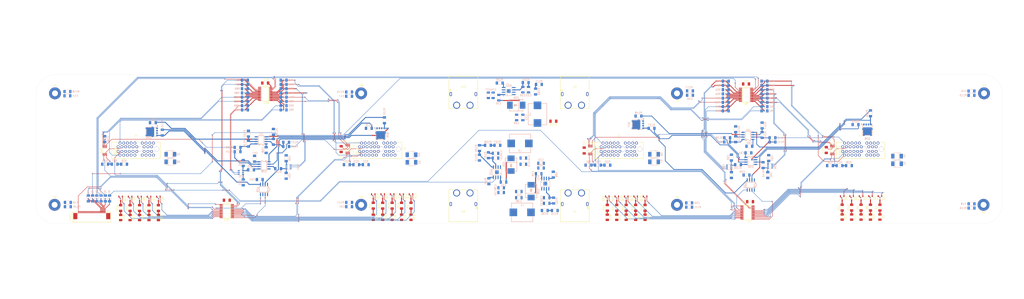
<source format=kicad_pcb>
(kicad_pcb (version 20241229) (generator "pcbnew") (generator_version "9.0")
  (layers (0 "F.Cu" signal "F.Cu - Signal") (4 "In1.Cu" power "In1.Cu - GND") (6 "In2.Cu" power "In2.Cu - Power") (8 "In3.Cu" power "In3.Cu - Power") (10 "In4.Cu" power "In4.Cu - GND") (2 "B.Cu" signal "B.Cu - Signal") (13 "F.Paste" user) (15 "B.Paste" user) (5 "F.SilkS" user "F.Silkscreen") (7 "B.SilkS" user "B.Silkscreen") (1 "F.Mask" user) (3 "B.Mask" user) (25 "Edge.Cuts" user))
  (net 0 "")
  (net 1 "+12V")
  (net 2 "GND")
  (net 3 "+BATT")
  (net 4 "/BatPair1/BatMax - Female1/P-")
  (net 5 "+3V3")
  (net 7 "+3.3V")
  (net 8 "+5V")
  (net 9 "Net-(D21-K)")
  (net 10 "+48V")
  (net 11 "Net-(D22-K)")
  (net 12 "+24V")
  (net 13 "Net-(D23-K)")
  (net 14 "Net-(D9-K)")
  (net 15 "Net-(D10-K)")
  (net 16 "Net-(D11-K)")
  (net 17 "Net-(D12-K)")
  (net 18 "Net-(D13-K)")
  (net 19 "Net-(D14-K)")
  (net 20 "Net-(D15-K)")
  (net 21 "Net-(D16-K)")
  (net 22 "Net-(D17-K)")
  (net 23 "Net-(D18-K)")
  (net 24 "Net-(D19-K)")
  (net 25 "Net-(D20-K)")
  (net 26 "/BatPair1/BatMax - Female1/P+")
  (net 27 "/BatPair1/BatMax - Female/P+")
  (net 28 "/BatPair2/BatMax - Female/P+")
  (net 29 "/BatPair2/BatMax - Female1/P+")
  (net 33 "Net-(FPC1-Pad1)")
  (net 34 "/PSUS/EN_BAT_CHG_VLT")
  (net 44 "Net-(FPC1-Pad6)")
  (net 49 "Net-(FPC1-Pad3)")
  (net 53 "Net-(FPC1-Pad4)")
  (net 57 "Net-(FPC1-Pad5)")
  (net 58 "Net-(FPC1-Pad2)")
  (net 61 "/BatPair1/BatMax - Female/SCL")
  (net 62 "/BatPair1/BatMax - Female/EEPROM_WC")
  (net 64 "/BatPair1/BatMax - Female/SDA")
  (net 66 "/BatPair1/BatMax - Female1/TEMP")
  (net 69 "/BatPair1/BatMax - Female1/SDA")
  (net 70 "/BatPair1/BatMax - Female1/SCL")
  (net 73 "/BatPair1/BatMax - Female1/EEPROM_WC")
  (net 74 "/BatPair2/BatMax - Female/P-")
  (net 75 "/BatPair2/BatMax - Female/SDA")
  (net 76 "/BatPair2/BatMax - Female/EEPROM_WC")
  (net 78 "/BatPair2/BatMax - Female/TEMP")
  (net 79 "/BatPair2/BatMax - Female/SCL")
  (net 83 "/BatPair2/BatMax - Female1/EEPROM_WC")
  (net 84 "/BatPair1/BatMax - Female/P-")
  (net 85 "/BatPair2/BatMax - Female1/P-")
  (net 86 "/BatPair2/BatMax - Female1/TEMP")
  (net 87 "/BatPair1/BatMax - Female/TEMP")
  (net 88 "/BatPair2/BatMax - Female1/SDA")
  (net 91 "/BatPair2/BatMax - Female1/SCL")
  (net 92 "/BAT_LEDS1/LED1")
  (net 93 "Net-(Q1-D)")
  (net 94 "/BAT_LEDS2/LED1")
  (net 95 "Net-(Q2-D)")
  (net 97 "/BAT_LEDS3/LED1")
  (net 98 "Net-(U4B-+)")
  (net 99 "/BAT_LEDS3/LED2")
  (net 100 "/BAT_LEDS3/LED3")
  (net 101 "Net-(Q7-D)")
  (net 102 "Net-(Q12-D)")
  (net 103 "/BAT_LEDS1/LED2")
  (net 104 "Net-(Q13-D)")
  (net 105 "Net-(Q14-D)")
  (net 106 "/BAT_LEDS2/LED2")
  (net 107 "Net-(Q15-D)")
  (net 108 "/BAT_LEDS1/LED3")
  (net 109 "Net-(Q18-D)")
  (net 110 "/BAT_LEDS2/LED3")
  (net 111 "Net-(Q19-D)")
  (net 112 "Net-(Q20-D)")
  (net 113 "/BAT_LEDS1/LED4")
  (net 114 "Net-(Q21-D)")
  (net 115 "/BAT_LEDS2/LED4")
  (net 116 "Net-(Q22-D)")
  (net 117 "/BAT_LEDS1/LED5")
  (net 118 "/BAT_LEDS2/LED5")
  (net 119 "/BAT_LEDS3/LED4")
  (net 120 "/Interrupt_B")
  (net 121 "/RESET_B")
  (net 122 "/SDA")
  (net 123 "/BatPair1/ADS1119/A2")
  (net 124 "/BatPair1/ADS1118/A1")
  (net 125 "/BatPair1/ADS1119/A1")
  (net 126 "/BatPair1/BAT_A_SNS_SCL")
  (net 127 "/BatPair1/BAT_A_SNS_SDA")
  (net 128 "/BatPair1/BAT_A_CC_SCL")
  (net 129 "/BatPair1/BAT_A_CC_SDA")
  (net 130 "/BatPair1/BAT_B_CC_SCL")
  (net 131 "/BatPair1/BAT_B_CC_SDA")
  (net 132 "/BatPair1/BAT_B_SNS_SCL")
  (net 133 "/BatPair1/BAT_B_SNS_SDA")
  (net 134 "/I2CMux/SCL1")
  (net 135 "/I2CMux/SDA1")
  (net 136 "/I2CMux/SCL0")
  (net 137 "/I2CMux/SDA0")
  (net 138 "/I2CMux1/SDA0")
  (net 139 "/BatPair2/ADS1118/A1")
  (net 140 "/I2CMux1/SCL0")
  (net 141 "/I2CMux1/SDA1")
  (net 142 "/I2CMux1/SCL1")
  (net 143 "/BatPair2/BAT_B_SNS_SDA")
  (net 144 "/BatPair2/BAT_B_SNS_SCL")
  (net 145 "/BatPair2/BAT_B_CC_SDA")
  (net 146 "/BatPair2/BAT_B_CC_SCL")
  (net 147 "/BatPair2/BAT_A_SNS_SCL")
  (net 148 "/BatPair2/BAT_A_SNS_SDA")
  (net 149 "/BatPair2/BAT_A_CC_SCL")
  (net 150 "/BatPair2/BAT_A_CC_SDA")
  (net 151 "/BatPair2/ADS1119/A1")
  (net 152 "/BatPair2/ADS1119/A2")
  (net 153 "/BatPair2/ADS1118/A2")
  (net 154 "/SCL")
  (net 155 "/RESET_A")
  (net 156 "/Interrupt_A")
  (net 161 "/BatPair1/BAT_B_CHARGE")
  (net 162 "/BatPair1/BAT_A_CHARGE")
  (net 167 "/BatPair1/BAT_B_SNS_ALERT")
  (net 168 "/BatPair1/BAT_A_SNS_ALERT")
  (net 169 "/BatPair1/ADS1119/A3")
  (net 170 "/BatPair2/BAT_A_SNS_ALERT")
  (net 171 "/BatPair2/BAT_A_CHARGE")
  (net 172 "/BatPair2/BAT_B_SNS_ALERT")
  (net 173 "/BatPair2/BAT_B_CHARGE")
  (net 174 "Net-(U1-+)")
  (net 175 "GNDPWR")
  (net 179 "Net-(U21-BOOT)")
  (net 180 "Net-(D29-K)")
  (net 181 "Net-(D30-K)")
  (net 182 "Net-(U22-BOOT)")
  (net 183 "Net-(U23-BOOT)")
  (net 184 "Net-(D31-K)")
  (net 185 "Net-(C32-Pad1)")
  (net 186 "Net-(C33-Pad1)")
  (net 187 "Net-(C34-Pad1)")
  (net 188 "Net-(U21-COMP)")
  (net 189 "Net-(U22-COMP)")
  (net 190 "Net-(U23-COMP)")
  (net 191 "Net-(U32-VOUT)")
  (net 192 "Net-(U33-VOUT)")
  (net 193 "Net-(U38-VOUT)")
  (net 194 "Net-(U39-VOUT)")
  (net 195 "Net-(D24-K)")
  (net 196 "Net-(D25-K)")
  (net 197 "Net-(D26-K)")
  (net 198 "Net-(D27-K)")
  (net 199 "Net-(D28-K)")
  (net 200 "Net-(Q3-D)")
  (net 201 "Net-(Q4-D)")
  (net 202 "Net-(Q5-D)")
  (net 203 "Net-(Q6-D)")
  (net 204 "Net-(Q8-D)")
  (net 205 "Net-(Q9-D)")
  (net 206 "Net-(Q10-D)")
  (net 207 "Net-(Q11-D)")
  (net 208 "Net-(R22-Pad2)")
  (net 209 "Net-(R26-Pad2)")
  (net 210 "Net-(R28-Pad2)")
  (net 211 "Net-(R32-Pad2)")
  (net 212 "Net-(U21-RT{slash}CLK)")
  (net 213 "Net-(U22-RT{slash}CLK)")
  (net 214 "Net-(U23-RT{slash}CLK)")
  (net 215 "Net-(U21-FB)")
  (net 216 "Net-(U22-FB)")
  (net 217 "Net-(R107-Pad2)")
  (net 218 "Net-(R108-Pad2)")
  (net 219 "Net-(U23-FB)")
  (net 220 "Net-(Q28-G)")
  (net 221 "Net-(U35-OUTA)")
  (net 222 "Net-(Q27-G)")
  (net 223 "Net-(U35-OUTB)")
  (net 224 "Net-(U34B--)")
  (net 225 "Net-(U34B-+)")
  (net 226 "Net-(U34A-+)")
  (net 227 "Net-(U34A--)")
  (net 231 "/BAT_LEDS3/LED5")
  (net 232 "/BAT_LEDS4/LED1")
  (net 233 "/BAT_LEDS4/LED2")
  (net 234 "/BAT_LEDS4/LED3")
  (net 235 "Net-(U4B--)")
  (net 236 "/BAT_LEDS4/LED4")
  (net 237 "Net-(U3B--)")
  (net 238 "Net-(U3B-+)")
  (net 239 "/BAT_LEDS4/LED5")
  (net 240 "Net-(U29-OUTA)")
  (net 241 "Net-(Q26-G)")
  (net 242 "Net-(U29-OUTB)")
  (net 243 "Net-(Q25-G)")
  (net 244 "Net-(U28B--)")
  (net 245 "Net-(R124-Pad2)")
  (net 246 "Net-(U28B-+)")
  (net 247 "Net-(U28A-+)")
  (net 248 "Net-(R127-Pad2)")
  (net 249 "Net-(U28A--)")
  (net 250 "Net-(U3A--)")
  (net 251 "Net-(U3A-+)")
  (net 252 "Net-(R138-Pad2)")
  (net 253 "Net-(R141-Pad2)")
  (net 254 "/BatPair1/ADS1118/A2")
  (net 255 "Net-(U4A--)")
  (net 256 "Net-(U4A-+)")
  (net 257 "/BatPair2/ADS1118/A3")
  (net 258 "/BatPair2/ADS1119/A3")
  (net 259 "/BatPair1/ADS1118/A3")
  (footprint "COMPONENTS:SOT-23-3_L3.0-W1.7-P0.95-LS2.9-BR" (layer "F.Cu") (at 231.754 225.374 90)
    (property "Reference" "Q12")
    (property "Value" "CJ2302 S2")
  )
  (footprint "Resistor_SMD:R_1206_3216Metric_Pad1.30x1.75mm_HandSolder" (layer "F.Cu") (at 357.738 231.62 90)
    (property "Reference" "R49")
    (property "Value" "1k")
  )
  (footprint "COMPONENTS:SOT-23-3_L3.0-W1.7-P0.95-LS2.9-BR" (layer "F.Cu") (at 221.594 225.374 90)
    (property "Reference" "Q14")
    (property "Value" "CJ2302 S2")
  )
  (footprint "COMPONENTS:SOT-23-3_L3.0-W1.7-P0.95-LS2.9-BR" (layer "F.Cu") (at 489.23 226.416 90)
    (property "Reference" "Q1")
    (property "Value" "CJ2302 S2")
  )
  (footprint "Resistor_SMD:R_1206_3216Metric_Pad1.30x1.75mm_HandSolder" (layer "F.Cu") (at 100.864 231.75 90)
    (property "Reference" "R12")
    (property "Value" "1k")
  )
  (footprint "COMPONENTS:CONN-TH_36P-P1.00-V_3183-XXXXXPXT" (layer "F.Cu") (at 478.7 200)
    (property "Reference" "J2")
    (property "Value" "Bus_PCI_Express_x1")
  )
  (footprint "Resistor_SMD:R_1206_3216Metric_Pad1.30x1.75mm_HandSolder" (layer "F.Cu") (at 479.07 231.496 90)
    (property "Reference" "R9")
    (property "Value" "1k")
  )
  (footprint "LED_SMD:LED_1206_3216Metric" (layer "F.Cu") (at 357.738 236.7 -90)
    (property "Reference" "D25")
    (property "Value" "LED")
  )
  (footprint "LED_SMD:LED_1206_3216Metric" (layer "F.Cu") (at 85.624 236.83 -90)
    (property "Reference" "D17")
    (property "Value" "LED")
  )
  (footprint "Resistor_SMD:R_1206_3216Metric_Pad1.30x1.75mm_HandSolder" (layer "F.Cu") (at 330.052 200.762 -90)
    (property "Reference" "C21")
    (property "Value" "100n")
  )
  (footprint "MountingHole:MountingHole_3.2mm_M3_Pad_TopBottom" (layer "F.Cu") (at 45.2 170)
    (property "Reference" "H1")
    (property "Value" "MountingHole_Pad")
  )
  (footprint "COMPONENTS:TSSOP-24_L7.8-W4.4-P0.65-LS6.4-BL" (layer "F.Cu") (at 137.666 233.37 -90)
    (property "Reference" "U20")
    (property "Value" "PCA9555PW,118")
  )
  (footprint "LED_SMD:LED_1206_3216Metric" (layer "F.Cu") (at 473.99 236.576 -90)
    (property "Reference" "D12")
    (property "Value" "LED")
  )
  (footprint "MountingHole:MountingHole_3.2mm_M3_Pad_TopBottom" (layer "F.Cu") (at 210 230)
    (property "Reference" "H5")
    (property "Value" "MountingHole_Pad")
  )
  (footprint "LED_SMD:LED_1206_3216Metric" (layer "F.Cu") (at 221.594 236.7 -90)
    (property "Reference" "D22")
    (property "Value" "LED")
  )
  (footprint "LED_SMD:LED_1206_3216Metric" (layer "F.Cu") (at 216.514 236.7 -90)
    (property "Reference" "D23")
    (property "Value" "LED")
  )
  (footprint "Resistor_SMD:R_1206_3216Metric_Pad1.30x1.75mm_HandSolder" (layer "F.Cu") (at 489.23 231.496 90)
    (property "Reference" "R7")
    (property "Value" "1k")
  )
  (footprint "COMPONENTS:SOT-23-3_L3.0-W1.7-P0.95-LS2.9-BR" (layer "F.Cu") (at 95.784 226.67 90)
    (property "Reference" "Q7")
    (property "Value" "CJ2302 S2")
  )
  (footprint "Resistor_SMD:R_1206_3216Metric_Pad1.30x1.75mm_HandSolder" (layer "F.Cu") (at 484.15 231.496 90)
    (property "Reference" "R8")
    (property "Value" "1k")
  )
  (footprint "COMPONENTS:SOT-23-3_L3.0-W1.7-P0.95-LS2.9-BR" (layer "F.Cu") (at 352.658 226.54 90)
    (property "Reference" "Q20")
    (property "Value" "CJ2302 S2")
  )
  (footprint "COMPONENTS:TH_2P-XT60PW-F" (layer "F.Cu") (at 325 173.3975)
    (property "Reference" "U2")
    (property "Value" "XT60PW-F_C428722")
  )
  (footprint "Resistor_SMD:R_1206_3216Metric_Pad1.30x1.75mm_HandSolder" (layer "F.Cu") (at 137.692 227.528 180)
    (property "Reference" "C22")
    (property "Value" "100n")
  )
  (footprint "MountingHole:MountingHole_3.2mm_M3_Pad_TopBottom" (layer "F.Cu") (at 545 230 180)
    (property "Reference" "H2")
    (property "Value" "MountingHole_Pad")
  )
  (footprint "Resistor_SMD:R_1206_3216Metric_Pad1.30x1.75mm_HandSolder" (layer "F.Cu") (at 417.174 164.948 180)
    (property "Reference" "C9")
    (property "Value" "100n")
  )
  (footprint "COMPONENTS:SOT-23-3_L3.0-W1.7-P0.95-LS2.9-BR" (layer "F.Cu") (at 347.578 226.54 90)
    (property "Reference" "Q21")
    (property "Value" "CJ2302 S2")
  )
  (footprint "COMPONENTS:SOT-23-3_L3.0-W1.7-P0.95-LS2.9-BR" (layer "F.Cu") (at 216.514 225.374 90)
    (property "Reference" "Q15")
    (property "Value" "CJ2302 S2")
  )
  (footprint "LED_SMD:LED_1206_3216Metric" (layer "F.Cu") (at 90.704 236.83 -90)
    (property "Reference" "D16")
    (property "Value" "LED")
  )
  (footprint "COMPONENTS:MSOP-10_L3.0-W3.0-P0.50-LS5.0-BL" (layer "F.Cu") (at 202.798 200)
    (property "Reference" "U15")
    (property "Value" "ADS1115IDGSR")
  )
  (footprint "Resistor_SMD:R_1206_3216Metric_Pad1.30x1.75mm_HandSolder" (layer "F.Cu") (at 95.784 231.75 90)
    (property "Reference" "R13")
    (property "Value" "1k")
  )
  (footprint "Resistor_SMD:R_1206_3216Metric_Pad1.30x1.75mm_HandSolder" (layer "F.Cu") (at 199.242 200 -90)
    (property "Reference" "C17")
    (property "Value" "100n")
  )
  (footprint "Resistor_SMD:R_1206_3216Metric_Pad1.30x1.75mm_HandSolder" (layer "F.Cu") (at 221.594 230.454 90)
    (property "Reference" "R20")
    (property "Value" "1k")
  )
  (footprint "LED_SMD:LED_1206_3216Metric" (layer "F.Cu") (at 231.754 236.7 -90)
    (property "Reference" "D20")
    (property "Value" "LED")
  )
  (footprint "COMPONENTS:SOT-23-3_L3.0-W1.7-P0.95-LS2.9-BR" (layer "F.Cu") (at 226.674 225.374 90)
    (property "Reference" "Q13")
    (property "Value" "CJ2302 S2")
  )
  (footprint "COMPONENTS:CONN-TH_36P-P1.00-V_3183-XXXXXPXT" (layer "F.Cu") (at 348.7 200)
    (property "Reference" "J1")
    (property "Value" "Bus_PCI_Express_x1")
  )
  (footprint "COMPONENTS:SOT-23-3_L3.0-W1.7-P0.95-LS2.9-BR" (layer "F.Cu") (at 473.99 226.416 90)
    (property "Reference" "Q4")
    (property "Value" "CJ2302 S2")
  )
  (footprint "COMPONENTS:MSOP-10_L3.0-W3.0-P0.50-LS5.0-BL" (layer "F.Cu") (at 463.656 200.508)
    (property "Reference" "U17")
    (property "Value" "ADS1115IDGSR")
  )
  (footprint "LED_SMD:LED_1206_3216Metric" (layer "F.Cu") (at 347.578 236.7 -90)
    (property "Reference" "D27")
    (property "Value" "LED")
  )
  (footprint "COMPONENTS:TH_2P-XT60PW-F" (layer "F.Cu") (at 325 226.6025 180)
    (property "Reference" "U1")
    (property "Value" "XT60PW-F_C428722")
  )
  (footprint "Resistor_SMD:R_1206_3216Metric_Pad1.30x1.75mm_HandSolder" (layer "F.Cu") (at 342.498 231.62 90)
    (property "Reference" "R52")
    (property "Value" "1k")
  )
  (footprint "COMPONENTS:SOT-23-3_L3.0-W1.7-P0.95-LS2.9-BR" (layer "F.Cu") (at 80.544 226.67 90)
    (property "Reference" "Q10")
    (property "Value" "CJ2302 S2")
  )
  (footprint "Resistor_SMD:R_1206_3216Metric_Pad1.30x1.75mm_HandSolder" (layer "F.Cu") (at 352.658 231.62 90)
    (property "Reference" "R50")
    (property "Value" "1k")
  )
  (footprint "Resistor_SMD:R_1206_3216Metric_Pad1.30x1.75mm_HandSolder" (layer "F.Cu") (at 313.45 185 180)
    (property "Reference" "R113")
    (property "Value" "0")
  )
  (footprint "COMPONENTS:SOT-23-3_L3.0-W1.7-P0.95-LS2.9-BR" (layer "F.Cu") (at 479.07 226.416 90)
    (property "Reference" "Q3")
    (property "Value" "CJ2302 S2")
  )
  (footprint "LED_SMD:LED_1206_3216Metric" (layer "F.Cu") (at 342.498 236.7 -90)
    (property "Reference" "D28")
    (property "Value" "LED")
  )
  (footprint "Resistor_SMD:R_1206_3216Metric_Pad1.30x1.75mm_HandSolder" (layer "F.Cu") (at 473.99 231.496 90)
    (property "Reference" "R10")
    (property "Value" "1k")
  )
  (footprint "COMPONENTS:SOT-23-3_L3.0-W1.7-P0.95-LS2.9-BR" (layer "F.Cu") (at 484.15 226.416 90)
    (property "Reference" "Q2")
    (property "Value" "CJ2302 S2")
  )
  (footprint "LED_SMD:LED_1206_3216Metric" (layer "F.Cu") (at 100.864 236.83 -90)
    (property "Reference" "D14")
    (property "Value" "LED")
  )
  (footprint "Resistor_SMD:R_1206_3216Metric_Pad1.30x1.75mm_HandSolder" (layer "F.Cu") (at 80.544 231.75 90)
    (property "Reference" "R16")
    (property "Value" "1k")
  )
  (footprint "COMPONENTS:TH_2P-XT60PW-F" (layer "F.Cu") (at 265 173.3975)
    (property "Reference" "U10")
    (property "Value" "XT60PW-F_C428722")
  )
  (footprint "COMPONENTS:SOT-23-3_L3.0-W1.7-P0.95-LS2.9-BR" (layer "F.Cu") (at 357.738 226.54 90)
    (property "Reference" "Q19")
    (property "Value" "CJ2302 S2")
  )
  (footprint "LED_SMD:LED_1206_3216Metric" (layer "F.Cu") (at 95.784 236.83 -90)
    (property "Reference" "D15")
    (property "Value" "LED")
  )
  (footprint "LED_SMD:LED_1206_3216Metric" (layer "F.Cu") (at 468.91 236.576 -90)
    (property "Reference" "D13")
    (property "Value" "LED")
  )
  (footprint "COMPONENTS:CONN-TH_36P-P1.00-V_3183-XXXXXPXT" (layer "F.Cu") (at 88.7 200)
    (property "Reference" "J4")
    (property "Value" "Bus_PCI_Express_x1")
  )
  (footprint "Resistor_SMD:R_1206_3216Metric_Pad1.30x1.75mm_HandSolder" (layer "F.Cu") (at 460.354 200.508 -90)
    (property "Reference" "C19")
    (property "Value" "100n")
  )
  (footprint "LED_SMD:LED_1206_3216Metric" (layer "F.Cu") (at 484.15 236.576 -90)
    (property "Reference" "D10")
    (property "Value" "LED")
  )
  (footprint "Resistor_SMD:R_1206_3216Metric_Pad1.30x1.75mm_HandSolder" (layer "F.Cu") (at 236.834 230.454 90)
    (property "Reference" "R17")
    (property "Value" "1k")
  )
  (footprint "MountingHole:MountingHole_3.2mm_M3_Pad_TopBottom" (layer "F.Cu") (at 380 170 180)
    (property "Reference" "H7")
    (property "Value" "MountingHole_Pad")
  )
  (footprint "Resistor_SMD:R_1206_3216Metric_Pad1.30x1.75mm_HandSolder" (layer "F.Cu") (at 85.624 231.75 90)
    (property "Reference" "R15")
    (property "Value" "1k")
  )
  (footprint "COMPONENTS:TSSOP-24_L7.8-W4.4-P0.65-LS6.4-BL" (layer "F.Cu") (at 417.174 170.79 -90)
    (property "Reference" "U8")
    (property "Value" "TCA9548APWR")
  )
  (footprint "COMPONENTS:TSSOP-24_L7.8-W4.4-P0.65-LS6.4-BL" (layer "F.Cu") (at 417.964 234.184 -90)
    (property "Reference" "U7")
    (property "Value" "PCA9555PW,118")
  )
  (footprint "COMPONENTS:SOT-23-3_L3.0-W1.7-P0.95-LS2.9-BR" (layer "F.Cu") (at 100.864 226.67 90)
    (property "Reference" "Q6")
    (property "Value" "CJ2302 S2")
  )
  (footprint "LED_SMD:LED_1206_3216Metric" (layer "F.Cu") (at 226.674 236.7 -90)
    (property "Reference" "D21")
    (property "Value" "LED")
  )
  (footprint "COMPONENTS:SOT-23-3_L3.0-W1.7-P0.95-LS2.9-BR" (layer "F.Cu") (at 85.624 226.67 90)
    (property "Reference" "Q9")
    (property "Value" "CJ2302 S2")
  )
  (footprint "Resistor_SMD:R_1206_3216Metric_Pad1.30x1.75mm_HandSolder" (layer "F.Cu") (at 231.754 230.454 90)
    (property "Reference" "R18")
    (property "Value" "1k")
  )
  (footprint "COMPONENTS:SOT-23-3_L3.0-W1.7-P0.95-LS2.9-BR" (layer "F.Cu") (at 468.91 226.416 90)
    (property "Reference" "Q5")
    (property "Value" "CJ2302 S2")
  )
  (footprint "Resistor_SMD:R_1206_3216Metric_Pad1.30x1.75mm_HandSolder" (layer "F.Cu") (at 468.91 231.496 90)
    (property "Reference" "R11")
    (property "Value" "1k")
  )
  (footprint "Resistor_SMD:R_1206_3216Metric_Pad1.30x1.75mm_HandSolder" (layer "F.Cu") (at 90.704 231.75 90)
    (property "Reference" "R14")
    (property "Value" "1k")
  )
  (footprint "LED_SMD:LED_1206_3216Metric" (layer "F.Cu") (at 489.23 236.576 -90)
    (property "Reference" "D9")
    (property "Value" "LED")
  )
  (footprint "COMPONENTS:MSOP-10_L3.0-W3.0-P0.50-LS5.0-BL" (layer "F.Cu") (at 333.354 200.508)
    (property "Reference" "U19")
    (property "Value" "ADS1115IDGSR")
  )
  (footprint "Resistor_SMD:R_1206_3216Metric_Pad1.30x1.75mm_HandSolder" (layer "F.Cu") (at 226.674 230.454 90)
    (property "Reference" "R19")
    (property "Value" "1k")
  )
  (footprint "Resistor_SMD:R_1206_3216Metric_Pad1.30x1.75mm_HandSolder" (layer "F.Cu") (at 347.578 231.62 90)
    (property "Reference" "R51")
    (property "Value" "1k")
  )
  (footprint "LED_SMD:LED_1206_3216Metric" (layer "F.Cu") (at 479.07 236.576 -90)
    (property "Reference" "D11")
    (property "Value" "LED")
  )
  (footprint "COMPONENTS:SOT-23-3_L3.0-W1.7-P0.95-LS2.9-BR" (layer "F.Cu") (at 342.498 226.54 90)
    (property "Reference" "Q22")
    (property "Value" "CJ2302 S2")
  )
  (footprint "LED_SMD:LED_1206_3216Metric" (layer "F.Cu") (at 236.834 236.7 -90)
    (property "Reference" "D19")
    (property "Value" "LED")
  )
  (footprint "COMPONENTS:SOT-23-3_L3.0-W1.7-P0.95-LS2.9-BR" (layer "F.Cu") (at 362.818 226.54 90)
    (property "Reference" "Q18")
    (property "Value" "CJ2302 S2")
  )
  (footprint "Resistor_SMD:R_1206_3216Metric_Pad1.30x1.75mm_HandSolder" (layer "F.Cu") (at 419.342 228.304 180)
    (property "Reference" "C8")
    (property "Value" "100n")
  )
  (footprint "Resistor_SMD:R_1206_3216Metric_Pad1.30x1.75mm_HandSolder" (layer "F.Cu") (at 158.348 164.44 180)
    (property "Reference" "C20")
    (property "Value" "100n")
  )
  (footprint "COMPONENTS:FPC-SMD_P0.50-30P_LCSXJ-H2.0" (layer "F.Cu") (at 65 235 180)
    (property "Reference" "FPC1")
    (property "Value" "AFC07-S30FCC-00")
  )
  (footprint "COMPONENTS:TSSOP-24_L7.8-W4.4-P0.65-LS6.4-BL" (layer "F.Cu") (at 158.348 170.282 -90)
    (property "Reference" "U18")
    (property "Value" "TCA9548APWR")
  )
  (footprint "Resistor_SMD:R_1206_3216Metric_Pad1.30x1.75mm_HandSolder" (layer "F.Cu") (at 362.818 231.62 90)
    (property "Reference" "R48")
    (property "Value" "1k")
  )
  (footprint "COMPONENTS:SOT-23-3_L3.0-W1.7-P0.95-LS2.9-BR" (layer "F.Cu") (at 90.704 226.67 90)
    (property "Reference" "Q8")
    (property "Value" "CJ2302 S2")
  )
  (footprint "LED_SMD:LED_1206_3216Metric" (layer "F.Cu") (at 362.818 236.7 -90)
    (property "Reference" "D24")
    (property "Value" "LED")
  )
  (footprint "LED_SMD:LED_1206_3216Metric" (layer "F.Cu") (at 352.658 236.7 -90)
    (property "Reference" "D26")
    (property "Value" "LED")
  )
  (footprint "LED_SMD:LED_1206_3216Metric" (layer "F.Cu") (at 80.544 236.83 -90)
    (property "Reference" "D18")
    (property "Value" "LED")
  )
  (footprint "Resistor_SMD:R_1206_3216Metric_Pad1.30x1.75mm_HandSolder" (layer "F.Cu") (at 216.514 230.454 90)
    (property "Reference" "R21")
    (property "Value" "1k")
  )
  (footprint "MountingHole:MountingHole_3.2mm_M3_Pad_TopBottom" (layer "F.Cu") (at 545.28 170)
    (property "Reference" "H3")
    (property "Value" "MountingHole_Pad")
  )
  (footprint "MountingHole:MountingHole_3.2mm_M3_Pad_TopBottom" (layer "F.Cu") (at 210 170)
    (property "Reference" "H8")
    (property "Value" "MountingHole_Pad")
  )
  (footprint "COMPONENTS:MSOP-10_L3.0-W3.0-P0.50-LS5.0-BL" (layer "F.Cu") (at 71.988 200.762)
    (property "Reference" "U16")
    (property "Value" "ADS1115IDGSR")
  )
  (footprint "COMPONENTS:SOT-23-3_L3.0-W1.7-P0.95-LS2.9-BR" (layer "F.Cu") (at 236.834 225.374 90)
    (property "Reference" "Q11")
    (property "Value" "CJ2302 S2")
  )
  (footprint "MountingHole:MountingHole_3.2mm_M3_Pad_TopBottom" (layer "F.Cu") (at 380 230)
    (property "Reference" "H4")
    (property "Value" "MountingHole_Pad")
  )
  (footprint "COMPONENTS:TH_2P-XT60PW-F" (layer "F.Cu") (at 265 226.6025 180)
    (property "Reference" "U9")
    (property "Value" "XT60PW-F_C428722")
  )
  (footprint "MountingHole:MountingHole_3.2mm_M3_Pad_TopBottom" (layer "F.Cu") (at 45 230)
    (property "Reference" "H6")
    (property "Value" "MountingHole_Pad")
  )
  (footprint "COMPONENTS:CONN-TH_36P-P1.00-V_3183-XXXXXPXT" (layer "F.Cu") (at 218.7 200)
    (property "Reference" "J3")
    (property "Value" "Bus_PCI_Express_x1")
  )
  (footprint "Resistor_SMD:R_1206_3216Metric_Pad1.30x1.75mm_HandSolder" (layer "B.Cu") (at 429.366 204.826 90)
    (property "Reference" "C63")
    (property "Value" "100n")
  )
  (footprint "Resistor_SMD:R_1206_3216Metric_Pad1.30x1.75mm_HandSolder" (layer "B.Cu") (at 146.524 217.902 -90)
    (property "Reference" "C55")
    (property "Value" "100n")
  )
  (footprint "Resistor_SMD:R_1206_3216Metric_Pad1.30x1.75mm_HandSolder" (layer "B.Cu") (at 406.252 165.71)
    (property "Reference" "R54")
    (property "Value" "1k")
  )
  (footprint "Resistor_SMD:R_1206_3216Metric_Pad1.30x1.75mm_HandSolder" (layer "B.Cu") (at 387 171)
    (property "Reference" "C49")
    (property "Value" "100n")
  )
  (footprint "Resistor_SMD:R_1206_3216Metric_Pad1.30x1.75mm_HandSolder" (layer "B.Cu") (at 314.208 233.044)
    (property "Reference" "R110")
    (property "Value" "10.2k")
  )
  (footprint "Resistor_SMD:R_1206_3216Metric_Pad1.30x1.75mm_HandSolder" (layer "B.Cu") (at 406.226 179.426)
    (property "Reference" "R60")
    (property "Value" "1k")
  )
  (footprint "Resistor_SMD:R_1206_3216Metric_Pad1.30x1.75mm_HandSolder" (layer "B.Cu") (at 427.08 174.854 180)
    (property "Reference" "R63")
    (property "Value" "1k")
  )
  (footprint "Capacitor_SMD:C_1206_3216Metric" (layer "B.Cu") (at 297.286 208.176 180)
    (property "Reference" "C43")
    (property "Value" "47u")
  )
  (footprint "Resistor_SMD:R_1206_3216Metric_Pad1.30x1.75mm_HandSolder" (layer "B.Cu") (at 168.254 174.346 180)
    (property "Reference" "R93")
    (property "Value" "1k")
  )
  (footprint "COMPONENTS:SMBF_L4.3-W3.6-LS5.3-RD" (layer "B.Cu") (at 367.644 206.852)
    (property "Reference" "D7")
    (property "Value" "S5BBF")
  )
  (footprint "Resistor_SMD:R_1206_3216Metric_Pad1.30x1.75mm_HandSolder" (layer "B.Cu") (at 168.254 172.06 180)
    (property "Reference" "R94")
    (property "Value" "1k")
  )
  (footprint "Resistor_SMD:R_1206_3216Metric_Pad1.30x1.75mm_HandSolder" (layer "B.Cu") (at 168.254 178.918 180)
    (property "Reference" "R91")
    (property "Value" "1k")
  )
  (footprint "Resistor_SMD:R_1206_3216Metric_Pad1.30x1.75mm_HandSolder" (layer "B.Cu") (at 476.102 186.792 180)
    (property "Reference" "R149")
    (property "Value" "0.003")
  )
  (footprint "Resistor_SMD:R_1206_3216Metric_Pad1.30x1.75mm_HandSolder" (layer "B.Cu") (at 102.976 191.11 -90)
    (property "Reference" "R123")
    (property "Value" "10k")
  )
  (footprint "Resistor_SMD:R_1206_3216Metric_Pad1.30x1.75mm_HandSolder" (layer "B.Cu") (at 284.586 164.44 180)
    (property "Reference" "R100")
    (property "Value" "162k")
  )
  (footprint "COMPONENTS:SOIC-8_L5.0-W4.0-P1.27-LS6.0-BL-EP2.0" (layer "B.Cu") (at 283.062 212.446 180)
    (property "Reference" "U23")
    (property "Value" "TPS54360BDDAR")
  )
  (footprint "COMPONENTS:IND-SMD_L11.5-W10.0_FXL1040" (layer "B.Cu") (at 295.508 196.952)
    (property "Reference" "L3")
    (property "Value" "FXL1040-8R2-M")
  )
  (footprint "COMPONENTS:DFN-5_L4.9-W5.9-P1.27-LS6.2-BL" (layer "B.Cu") (at 359.976 186.844 -90)
    (property "Reference" "Q27")
    (property "Value" "TPHR8504PL,LQ(M1W")
  )
  (footprint "Resistor_SMD:R_1206_3216Metric_Pad1.30x1.75mm_HandSolder" (layer "B.Cu") (at 462.386 208.89 180)
    (property "Reference" "R30")
    (property "Value" "1k")
  )
  (footprint "Resistor_SMD:R_1206_3216Metric_Pad1.30x1.75mm_HandSolder" (layer "B.Cu") (at 278.236 197.968 180)
    (property "Reference" "R108")
    (property "Value" "3k")
  )
  (footprint "Resistor_SMD:R_1206_3216Metric_Pad1.30x1.75mm_HandSolder" (layer "B.Cu") (at 143.476 201.392)
    (property "Reference" "R124")
    (property "Value" "1k")
  )
  (footprint "Resistor_SMD:R_1206_3216Metric_Pad1.30x1.75mm_HandSolder" (layer "B.Cu") (at 77.296 208.128 180)
    (property "Reference" "R27")
    (property "Value" "1k")
  )
  (footprint "Resistor_SMD:R_1206_3216Metric_Pad1.30x1.75mm_HandSolder" (layer "B.Cu") (at 169.638 198.598 180)
    (property "Reference" "R129")
    (property "Value" "1k")
  )
  (footprint "Resistor_SMD:R_1206_3216Metric_Pad1.30x1.75mm_HandSolder" (layer "B.Cu") (at 428.858 213.97 90)
    (property "Reference" "C61")
    (property "Value" "100n")
  )
  (footprint "Resistor_SMD:R_1206_3216Metric_Pad1.30x1.75mm_HandSolder" (layer "B.Cu") (at 359.262 182.22 180)
    (property "Reference" "R148")
    (property "Value" "0.003")
  )
  (footprint "COMPONENTS:SOP-8_L4.9-W3.9-P1.27-LS6.0-BL" (layer "B.Cu") (at 156.176 195.296 90)
    (property "Reference" "U3")
    (property "Value" "LM358")
  )
  (footprint "Resistor_SMD:R_1206_3216Metric_Pad1.30x1.75mm_HandSolder" (layer "B.Cu") (at 278.744 217.272 -90)
    (property "Reference" "R101")
    (property "Value" "162k")
  )
  (footprint "Resistor_SMD:R_1206_3216Metric_Pad1.30x1.75mm_HandSolder" (layer "B.Cu") (at 427.08 170.282 180)
    (property "Reference" "R65")
    (property "Value" "1k")
  )
  (footprint "Resistor_SMD:R_1206_3216Metric_Pad1.30x1.75mm_HandSolder" (layer "B.Cu") (at 149.318 197.074 90)
    (property "Reference" "R130")
    (property "Value" "100k")
  )
  (footprint "COMPONENTS:SMBF_L4.3-W3.6-LS5.3-RD" (layer "B.Cu") (at 498.454 203.81 180)
    (property "Reference" "D4")
    (property "Value" "S5BBF")
  )
  (footprint "Resistor_SMD:R_1206_3216Metric_Pad1.30x1.75mm_HandSolder" (layer "B.Cu") (at 72.286 226.55 90)
    (property "Reference" "R2")
    (property "Value" "0")
  )
  (footprint "Resistor_SMD:R_1206_3216Metric_Pad1.30x1.75mm_HandSolder" (layer "B.Cu") (at 51.894 169.012)
    (property "Reference" "R118")
    (property "Value" "1k")
  )
  (footprint "Resistor_SMD:R_1206_3216Metric_Pad1.30x1.75mm_HandSolder" (layer "B.Cu") (at 155.414 216.378 180)
    (property "Reference" "C52")
    (property "Value" "100n")
  )
  (footprint "Capacitor_SMD:C_1206_3216Metric" (layer "B.Cu") (at 306.816 207.644 180)
    (property "Reference" "C23")
    (property "Value" "2.2u")
  )
  (footprint "Resistor_SMD:R_1206_3216Metric_Pad1.30x1.75mm_HandSolder" (layer "B.Cu") (at 52.122 228.702)
    (property "Reference" "C46")
    (property "Value" "100n")
  )
  (footprint "Capacitor_SMD:C_1206_3216Metric" (layer "B.Cu") (at 297.032 167.996 -90)
    (property "Reference" "C36")
    (property "Value" "39p")
  )
  (footprint "Resistor_SMD:R_1206_3216Metric_Pad1.30x1.75mm_HandSolder" (layer "B.Cu") (at 427.08 177.14 180)
    (property "Reference" "R62")
    (property "Value" "1k")
  )
  (footprint "Resistor_SMD:R_1206_3216Metric_Pad1.30x1.75mm_HandSolder" (layer "B.Cu") (at 283.316 197.968 180)
    (property "Reference" "R107")
    (property "Value" "300k")
  )
  (footprint "Capacitor_SMD:C_1206_3216Metric" (layer "B.Cu") (at 284.078 172.314 -90)
    (property "Reference" "C30")
    (property "Value" "0.1u")
  )
  (footprint "Resistor_SMD:R_1206_3216Metric_Pad1.30x1.75mm_HandSolder" (layer "B.Cu") (at 51.868 171.298)
    (property "Reference" "C44")
    (property "Value" "100n")
  )
  (footprint "Resistor_SMD:R_1206_3216Metric_Pad1.30x1.75mm_HandSolder" (layer "B.Cu") (at 147.426 167.488)
    (property "Reference" "R85")
    (property "Value" "1k")
  )
  (footprint "Resistor_SMD:R_1206_3216Metric_Pad1.30x1.75mm_HandSolder" (layer "B.Cu") (at 67.714 226.55 90)
    (property "Reference" "R4")
    (property "Value" "0")
  )
  (footprint "Resistor_SMD:R_1206_3216Metric_Pad1.30x1.75mm_HandSolder" (layer "B.Cu") (at 168.254 165.202 180)
    (property "Reference" "R97")
    (property "Value" "1k")
  )
  (footprint "Resistor_SMD:R_1206_3216Metric_Pad1.30x1.75mm_HandSolder" (layer "B.Cu") (at 152.62 205.176 90)
    (property "Reference" "C57")
    (property "Value" "100n")
  )
  (footprint "Resistor_SMD:R_1206_3216Metric_Pad1.30x1.75mm_HandSolder" (layer "B.Cu") (at 162.78 190.724 90)
    (property "Reference" "R133")
    (property "Value" "1k")
  )
  (footprint "Resistor_SMD:R_1206_3216Metric_Pad1.30x1.75mm_HandSolder" (layer "B.Cu") (at 425.81 192.38 90)
    (property "Reference" "R145")
    (property "Value" "100k")
  )
  (footprint "COMPONENTS:SOT-23-6_L2.9-W1.6-P0.95-LS2.8-BL" (layer "B.Cu") (at 408.03 209.652 -90)
    (property "Reference" "U38")
    (property "Value" "MCP4725A0T-E/CH")
  )
  (footprint "Resistor_SMD:R_1206_3216Metric_Pad1.30x1.75mm_HandSolder" (layer "B.Cu") (at 97.896 185.776 180)
    (property "Reference" "R134")
    (property "Value" "0.003")
  )
  (footprint "Resistor_SMD:R_1206_3216Metric_Pad1.30x1.75mm_HandSolder" (layer "B.Cu") (at 472.546 208.89 180)
    (property "Reference" "R28")
    (property "Value" "8k")
  )
  (footprint "Resistor_SMD:R_1206_3216Metric_Pad1.30x1.75mm_HandSolder" (layer "B.Cu") (at 417.428 213.97 180)
    (property "Reference" "C59")
    (property "Value" "100n")
  )
  (footprint "Resistor_SMD:R_1206_3216Metric_Pad1.30x1.75mm_HandSolder" (layer "B.Cu") (at 147.426 176.632)
    (property "Reference" "R89")
    (property "Value" "1k")
  )
  (footprint "Resistor_SMD:R_1206_3216Metric_Pad1.30x1.75mm_HandSolder" (layer "B.Cu") (at 406.252 167.996)
    (property "Reference" "R55")
    (property "Value" "1k")
  )
  (footprint "Capacitor_SMD:C_1206_3216Metric" (layer "B.Cu") (at 281.03 171.044 -90)
    (property "Reference" "C24")
    (property "Value" "2.2u")
  )
  (footprint "Resistor_SMD:R_1206_3216Metric_Pad1.30x1.75mm_HandSolder" (layer "B.Cu") (at 203.534 228.702 180)
    (property "Reference" "R114")
    (property "Value" "1k")
  )
  (footprint "Capacitor_SMD:C_1206_3216Metric" (layer "B.Cu") (at 293.682 182.982 90)
    (property "Reference" "C39")
    (property "Value" "47u")
  )
  (footprint "Resistor_SMD:R_1206_3216Metric_Pad1.30x1.75mm_HandSolder" (layer "B.Cu") (at 431.398 196.19 180)
    (property "Reference" "R141")
    (property "Value" "1k")
  )
  (footprint "Resistor_SMD:R_1206_3216Metric_Pad1.30x1.75mm_HandSolder" (layer "B.Cu") (at 407.014 196.19)
    (property "Reference" "R142")
    (property "Value" "1k")
  )
  (footprint "COMPONENTS:SMC_L7.1-W6.2-LS8.1-RD" (layer "B.Cu") (at 301.482 222.63 90)
    (property "Reference" "D29")
    (property "Value" "B560C-13-F")
  )
  (footprint "Resistor_SMD:R_1206_3216Metric_Pad1.30x1.75mm_HandSolder" (layer "B.Cu") (at 63.142 226.55 90)
    (property "Reference" "R6")
    (property "Value" "0")
  )
  (footprint "COMPONENTS:SMBF_L4.3-W3.6-LS5.3-RD" (layer "B.Cu") (at 237.088 203.048 180)
    (property "Reference" "D3")
    (property "Value" "S5BBF")
  )
  (footprint "Resistor_SMD:R_1206_3216Metric_Pad1.30x1.75mm_HandSolder" (layer "B.Cu") (at 165.32 210.536)
    (property "Reference" "R126")
    (property "Value" "1k")
  )
  (footprint "Resistor_SMD:R_1206_3216Metric_Pad1.30x1.75mm_HandSolder" (layer "B.Cu") (at 418.444 202.032)
    (property "Reference" "C64")
    (property "Value" "100n")
  )
  (footprint "Resistor_SMD:R_1206_3216Metric_Pad1.30x1.75mm_HandSolder" (layer "B.Cu") (at 65.428 226.55 90)
    (property "Reference" "R5")
    (property "Value" "0")
  )
  (footprint "Resistor_SMD:R_1206_3216Metric_Pad1.30x1.75mm_HandSolder" (layer "B.Cu") (at 202.29 208.382 180)
    (property "Reference" "R24")
    (property "Value" "1k")
  )
  (footprint "Capacitor_SMD:C_1206_3216Metric" (layer "B.Cu") (at 282.3 202.286)
    (property "Reference" "C34")
    (property "Value" "6800p")
  )
  (footprint "COMPONENTS:SMC_L7.1-W6.2-LS8.1-RD" (layer "B.Cu") (at 290.682 208.382 -90)
    (property "Reference" "D31")
    (property "Value" "B560C-13-F")
  )
  (footprint "Resistor_SMD:R_1206_3216Metric_Pad1.30x1.75mm_HandSolder" (layer "B.Cu") (at 409.3 204.572 -90)
    (property "Reference" "C60")
    (property "Value" "100n")
  )
  (footprint "Resistor_SMD:R_1206_3216Metric_Pad1.30x1.75mm_HandSolder" (layer "B.Cu") (at 212.45 208.382 180)
    (property "Reference" "R22")
    (property "Value" "8k")
  )
  (footprint "Capacitor_SMD:C_1206_3216Metric" (layer "B.Cu") (at 309.864 229.21 180)
    (property "Reference" "C32")
    (property "Value" "6800p")
  )
  (footprint "Resistor_SMD:R_1206_3216Metric_Pad1.30x1.75mm_HandSolder" (layer "B.Cu") (at 169.638 214.372 90)
    (property "Reference" "C54")
    (property "Value" "100n")
  )
  (footprint "Resistor_SMD:R_1206_3216Metric_Pad1.30x1.75mm_HandSolder" (layer "B.Cu") (at 158.856 200.508 -90)
    (property "Reference" "C58")
    (property "Value" "100n")
  )
  (footprint "Resistor_SMD:R_1206_3216Metric_Pad1.30x1.75mm_HandSolder" (layer "B.Cu") (at 484.15 180.748 -90)
    (property "Reference" "R136")
    (property "Value" "10k")
  )
  (footprint "Resistor_SMD:R_1206_3216Metric_Pad1.30x1.75mm_HandSolder" (layer "B.Cu") (at 168.254 169.774 180)
    (property "Reference" "R95")
    (property "Value" "1k")
  )
  (footprint "Resistor_SMD:R_1206_3216Metric_Pad1.30x1.75mm_HandSolder" (layer "B.Cu") (at 538.532 231.738 180)
    (property "Reference" "R116")
    (property "Value" "1k")
  )
  (footprint "Resistor_SMD:R_1206_3216Metric_Pad1.30x1.75mm_HandSolder" (layer "B.Cu") (at 52.122 231)
    (property "Reference" "R120")
    (property "Value" "1k")
  )
  (footprint "Capacitor_SMD:C_1206_3216Metric" (layer "B.Cu") (at 305.546 213.232 180)
    (property "Reference" "C29")
    (property "Value" "0.1u")
  )
  (footprint "Resistor_SMD:R_1206_3216Metric_Pad1.30x1.75mm_HandSolder" (layer "B.Cu") (at 427.08 163.424 180)
    (property "Reference" "R68")
    (property "Value" "1k")
  )
  (footprint "Resistor_SMD:R_1206_3216Metric_Pad1.30x1.75mm_HandSolder" (layer "B.Cu") (at 406.252 163.424)
    (property "Reference" "R53")
    (property "Value" "1k")
  )
  (footprint "COMPONENTS:SMBF_L4.3-W3.6-LS5.3-RD" (layer "B.Cu") (at 367.644 202.794 180)
    (property "Reference" "D6")
    (property "Value" "S5BBF")
  )
  (footprint "Resistor_SMD:R_1206_3216Metric_Pad1.30x1.75mm_HandSolder" (layer "B.Cu") (at 411.586 194.666 90)
    (property "Reference" "R144")
    (property "Value" "100k")
  )
  (footprint "Resistor_SMD:R_1206_3216Metric_Pad1.30x1.75mm_HandSolder" (layer "B.Cu") (at 411.586 189.332 90)
    (property "Reference" "R146")
    (property "Value" "1k")
  )
  (footprint "Resistor_SMD:R_1206_3216Metric_Pad1.30x1.75mm_HandSolder" (layer "B.Cu") (at 313.542 227.686 -90)
    (property "Reference" "R102")
    (property "Value" "13k")
  )
  (footprint "Resistor_SMD:R_1206_3216Metric_Pad1.30x1.75mm_HandSolder" (layer "B.Cu") (at 425.81 187.3 90)
    (property "Reference" "R147")
    (property "Value" "1k")
  )
  (footprint "COMPONENTS:SOP-8_L4.9-W3.9-P1.27-LS6.0-BL" (layer "B.Cu") (at 418.19 192.888 90)
    (property "Reference" "U4")
    (property "Value" "LM358")
  )
  (footprint "Resistor_SMD:R_1206_3216Metric_Pad1.30x1.75mm_HandSolder" (layer "B.Cu") (at 427.08 179.426 180)
    (property "Reference" "R61")
    (property "Value" "1k")
  )
  (footprint "COMPONENTS:IND-SMD_L11.5-W10.0_FXL1040" (layer "B.Cu") (at 304.906 181.204 -90)
    (property "Reference" "L2")
    (property "Value" "FXL1040-8R2-M")
  )
  (footprint "Resistor_SMD:R_1206_3216Metric_Pad1.30x1.75mm_HandSolder" (layer "B.Cu") (at 147.426 169.774)
    (property "Reference" "R86")
    (property "Value" "1k")
  )
  (footprint "Resistor_SMD:R_1206_3216Metric_Pad1.30x1.75mm_HandSolder" (layer "B.Cu") (at 418.952 198.476 180)
    (property "Reference" "C65")
    (property "Value" "100n")
  )
  (footprint "Resistor_SMD:R_1206_3216Metric_Pad1.30x1.75mm_HandSolder" (layer "B.Cu") (at 147.426 172.06)
    (property "Reference" "R87")
    (property "Value" "1k")
  )
  (footprint "Resistor_SMD:R_1206_3216Metric_Pad1.30x1.75mm_HandSolder" (layer "B.Cu") (at 278.49 203.302 90)
    (property "Reference" "R104")
    (property "Value" "13k")
  )
  (footprint "Capacitor_SMD:C_1206_3216Metric" (layer "B.Cu") (at 297.286 204.826 180)
    (property "Reference" "C40")
    (property "Value" "47u")
  )
  (footprint "Resistor_SMD:R_1206_3216Metric_Pad1.30x1.75mm_HandSolder" (layer "B.Cu") (at 273.664 199.492 -90)
    (property "Reference" "R109")
    (property "Value" "2k")
  )
  (footprint "Capacitor_SMD:C_1206_3216Metric" (layer "B.Cu") (at 294.878 222.836)
    (property "Reference" "C41")
    (property "Value" "47u")
  )
  (footprint "COMPONENTS:SMC_L7.1-W6.2-LS8.1-RD" (layer "B.Cu") (at 293.476 176.378 180)
    (property "Reference" "D30")
    (property "Value" "B560C-13-F")
  )
  (footprint "Resistor_SMD:R_1206_3216Metric_Pad1.30x1.75mm_HandSolder" (layer "B.Cu") (at 467.466 208.89 180)
    (property "Reference" "R29")
    (property "Value" "1k")
  )
  (footprint "Capacitor_SMD:C_1206_3216Metric" (layer "B.Cu") (at 309.864 226.162 180)
    (property "Reference" "C35")
    (property "Value" "39p")
  )
  (footprint "Capacitor_SMD:C_1206_3216Metric" (layer "B.Cu") (at 306.816 210.184 180)
    (property "Reference" "C26")
    (property "Value" "2.2u")
  )
  (footprint "COMPONENTS:SOIC-8_L5.0-W4.0-P1.27-LS6.0-BL-EP2.0" (layer "B.Cu") (at 289.412 168.758 90)
    (property "Reference" "U22")
    (property "Value" "TPS54360BDDAR")
  )
  (footprint "Resistor_SMD:R_1206_3216Metric_Pad1.30x1.75mm_HandSolder" (layer "B.Cu") (at 406.226 177.14)
    (property "Reference" "R59")
    (property "Value" "1k")
  )
  (footprint "COMPONENTS:DFN-5_L4.9-W5.9-P1.27-LS6.2-BL" (layer "B.Cu") (at 482.503 188.57)
    (property "Reference" "Q28")
    (property "Value" "TPHR8504PL,LQ(M1W")
  )
  (footprint "Resistor_SMD:R_1206_3216Metric_Pad1.30x1.75mm_HandSolder" (layer "B.Cu") (at 406.226 174.854)
    (property "Reference" "R58")
    (property "Value" "1k")
  )
  (footprint "Resistor_SMD:R_1206_3216Metric_Pad1.30x1.75mm_HandSolder" (layer "B.Cu") (at 146.524 207.488 -90)
    (property "Reference" "C53")
    (property "Value" "100n")
  )
  (footprint "Resistor_SMD:R_1206_3216Metric_Pad1.30x1.75mm_HandSolder" (layer "B.Cu") (at 147.426 174.346)
    (property "Reference" "R88")
    (property "Value" "1k")
  )
  (footprint "COMPONENTS:SOIC-8_L5.0-W4.0-P1.27-LS6.0-BL-EP2.0" (layer "B.Cu") (at 309.102 218.566)
    (property "Reference" "U21")
    (property "Value" "TPS54360BDDAR")
  )
  (footprint "Resistor_SMD:R_1206_3216Metric_Pad1.30x1.75mm_HandSolder" (layer "B.Cu") (at 162.78 196.058 90)
    (property "Reference" "R131")
    (property "Value" "100k")
  )
  (footprint "Resistor_SMD:R_1206_3216Metric_Pad1.30x1.75mm_HandSolder" (layer "B.Cu") (at 313.42 213.74 90)
    (property "Reference" "R99")
    (property "Value" "162k")
  )
  (footprint "Resistor_SMD:R_1206_3216Metric_Pad1.30x1.75mm_HandSolder" (layer "B.Cu") (at 386.988 168.69)
    (property "Reference" "R117")
    (property "Value" "1k")
  )
  (footprint "Capacitor_SMD:C_1206_3216Metric" (layer "B.Cu") (at 285.348 220.828)
    (property "Reference" "C28")
    (property "Value" "2.2u")
  )
  (footprint "COMPONENTS:SMBF_L4.3-W3.6-LS5.3-RD" (layer "B.Cu") (at 107.294 206.858)
    (property "Reference" "D8")
    (property "Value" "S5BBF")
  )
  (footprint "Resistor_SMD:R_1206_3216Metric_Pad1.30x1.75mm_HandSolder" (layer "B.Cu") (at 147.426 165.202)
    (property "Reference" "R84")
    (property "Value" "1k")
  )
  (footprint "COMPONENTS:DFN-5_L4.9-W5.9-P1.27-LS6.2-BL" (layer "B.Cu") (at 220.466 190.602)
    (property "Reference" "Q26")
    (property "Value" "TPHR8504PL,LQ(M1W")
  )
  (footprint "COMPONENTS:SMBF_L4.3-W3.6-LS5.3-RD" (layer "B.Cu") (at 237.088 207.112)
    (property "Reference" "D2")
    (property "Value" "S5BBF")
  )
  (footprint "Resistor_SMD:R_1206_3216Metric_Pad1.30x1.75mm_HandSolder" (layer "B.Cu") (at 203.534 230.988 180)
    (property "Reference" "C51")
    (property "Value" "100n")
  )
  (footprint "Resistor_SMD:R_1206_3216Metric_Pad1.30x1.75mm_HandSolder" (layer "B.Cu") (at 406.226 170.282)
    (property "Reference" "R56")
    (property "Value" "1k")
  )
  (footprint "Resistor_SMD:R_1206_3216Metric_Pad1.30x1.75mm_HandSolder" (layer "B.Cu") (at 337.444 208.636 180)
    (property "Reference" "R33")
    (property "Value" "1k")
  )
  (footprint "Resistor_SMD:R_1206_3216Metric_Pad1.30x1.75mm_HandSolder" (layer "B.Cu") (at 143.476 199.106)
    (property "Reference" "R128")
    (property "Value" "1k")
  )
  (footprint "Resistor_SMD:R_1206_3216Metric_Pad1.30x1.75mm_HandSolder" (layer "B.Cu") (at 203.508 171.552 180)
    (property "Reference" "C47")
    (property "Value" "100n")
  )
  (footprint "Capacitor_SMD:C_1206_3216Metric" (layer "B.Cu") (at 282.3 204.826)
    (property "Reference" "C37")
    (property "Value" "39p")
  )
  (footprint "Resistor_SMD:R_1206_3216Metric_Pad1.30x1.75mm_HandSolder" (layer "B.Cu") (at 298.556 164.186)
    (property "Reference" "R103")
    (property "Value" "13k")
  )
  (footprint "Resistor_SMD:R_1206_3216Metric_Pad1.30x1.75mm_HandSolder" (layer "B.Cu") (at 222.53 184.506 -90)
    (property "Reference" "R122")
    (property "Value" "10k")
  )
  (footprint "COMPONENTS:SOP-8_L4.9-W3.9-P1.27-LS6.0-BL" (layer "B.Cu") (at 419.714 206.35 -90)
    (property "Reference" "U34")
    (property "Value" "LM393")
  )
  (footprint "Resistor_SMD:R_1206_3216Metric_Pad1.30x1.75mm_HandSolder" (layer "B.Cu") (at 538.506 171.044 180)
    (property "Reference" "R115")
    (property "Value" "1k")
  )
  (footprint "COMPONENTS:SOT-23-6_L2.9-W1.6-P0.95-LS2.8-BL" (layer "B.Cu") (at 145.254 212.568 -90)
    (property "Reference" "U32")
    (property "Value" "MCP4725A0T-E/CH")
  )
  (footprint "Resistor_SMD:R_1206_3216Metric_Pad1.30x1.75mm_HandSolder" (layer "B.Cu") (at 169.638 204.922 90)
    (property "Reference" "C56")
    (property "Value" "100n")
  )
  (footprint "Resistor_SMD:R_1206_3216Metric_Pad1.30x1.75mm_HandSolder" (layer "B.Cu") (at 308.848 233.044)
    (property "Reference" "R105")
    (property "Value" "53.6k")
  )
  (footprint "Resistor_SMD:R_1206_3216Metric_Pad1.30x1.75mm_HandSolder" (layer "B.Cu") (at 305.668 165.202)
    (property "Reference" "R111")
    (property "Value" "10.2k")
  )
  (footprint "COMPONENTS:SOIC-8_L5.0-W4.0-P1.27-LS6.0-BL" (layer "B.Cu") (at 157.7 221.712 180)
    (property "Reference" "U29")
    (property "Value" "UCC27324DR")
  )
  (footprint "Resistor_SMD:R_1206_3216Metric_Pad1.30x1.75mm_HandSolder" (layer "B.Cu") (at 74.572 226.55 90)
    (property "Reference" "R1")
    (property "Value" "0")
  )
  (footprint "Resistor_SMD:R_1206_3216Metric_Pad1.30x1.75mm_HandSolder" (layer "B.Cu") (at 169.638 196.312 180)
    (property "Reference" "R127")
    (property "Value" "1k")
  )
  (footprint "Resistor_SMD:R_1206_3216Metric_Pad1.30x1.75mm_HandSolder" (layer "B.Cu") (at 168.254 176.632 180)
    (property "Reference" "R92")
    (property "Value" "1k")
  )
  (footprint "Resistor_SMD:R_1206_3216Metric_Pad1.30x1.75mm_HandSolder" (layer "B.Cu") (at 342.524 208.636 180)
    (property "Reference" "R32")
    (property "Value" "8k")
  )
  (footprint "Resistor_SMD:R_1206_3216Metric_Pad1.30x1.75mm_HandSolder" (layer "B.Cu") (at 406.226 172.568)
    (property "Reference" "R57")
    (property "Value" "1k")
  )
  (footprint "Resistor_SMD:R_1206_3216Metric_Pad1.30x1.75mm_HandSolder" (layer "B.Cu") (at 303.89 169.012 90)
    (property "Reference" "R106")
    (property "Value" "140k")
  )
  (footprint "COMPONENTS:SOT-23-6_L2.9-W1.6-P0.95-LS2.8-BL" (layer "B.Cu") (at 430.128 209.144 90)
    (property "Reference" "U39")
    (property "Value" "MCP4725A0T-E/CH")
  )
  (footprint "Resistor_SMD:R_1206_3216Metric_Pad1.30x1.75mm_HandSolder" (layer "B.Cu") (at 82.376 208.128 180)
    (property "Reference" "R26")
    (property "Value" "8k")
  )
  (footprint "COMPONENTS:SOP-8_L4.9-W3.9-P1.27-LS6.0-BL" (layer "B.Cu") (at 157.7 208.758 -90)
    (property "Reference" "U28")
    (property "Value" "LM393")
  )
  (footprint "Resistor_SMD:R_1206_3216Metric_Pad1.30x1.75mm_HandSolder" (layer "B.Cu") (at 427.08 165.71 180)
    (property "Reference" "R67")
    (property "Value" "1k")
  )
  (footprint "Capacitor_SMD:C_1206_3216Metric" (layer "B.Cu") (at 278.49 171.044 -90)
    (property "Reference" "C27")
    (property "Value" "2.2u")
  )
  (footprint "Resistor_SMD:R_1206_3216Metric_Pad1.30x1.75mm_HandSolder" (layer "B.Cu") (at 538.506 168.758 180)
    (property "Reference" "C45")
    (property "Value" "100n")
  )
  (footprint "Resistor_SMD:R_1206_3216Metric_Pad1.30x1.75mm_HandSolder" (layer "B.Cu") (at 150.728 211.176 180)
    (property "Reference" "R125")
    (property "Value" "1k")
  )
  (footprint "Capacitor_SMD:C_1206_3216Metric" (layer "B.Cu") (at 286.618 217.78)
    (property "Reference" "C31")
    (property "Value" "0.1u")
  )
  (footprint "Resistor_SMD:R_1206_3216Metric_Pad1.30x1.75mm_HandSolder" (layer "B.Cu") (at 332.364 208.636 180)
    (property "Reference" "R31")
    (property "Value" "1k")
  )
  (footprint "COMPONENTS:SOIC-8_L5.0-W4.0-P1.27-LS6.0-BL" (layer "B.Cu") (at 419.714 219.304 180)
    (property "Reference" "U35")
    (property "Value" "UCC27324DR")
  )
  (footprint "Resistor_SMD:R_1206_3216Metric_Pad1.30x1.75mm_HandSolder" (layer "B.Cu") (at 273.664 204.572 -90)
    (property "Reference" "R112")
    (property "Value" "10.2k")
  )
  (footprint "Resistor_SMD:R_1206_3216Metric_Pad1.30x1.75mm_HandSolder" (layer "B.Cu") (at 149.318 191.714 90)
    (property "Reference" "R132")
    (property "Value" "1k")
  )
  (footprint "Resistor_SMD:R_1206_3216Metric_Pad1.30x1.75mm_HandSolder" (layer "B.Cu") (at 386.55 231.242)
    (property "Reference" "R121")
    (property "Value" "1k")
  )
  (footprint "COMPONENTS:SMBF_L4.3-W3.6-LS5.3-RD" (layer "B.Cu") (at 107.294 202.794 180)
    (property "Reference" "D5")
    (property "Value" "S5BBF")
  )
  (footprint "Resistor_SMD:R_1206_3216Metric_Pad1.30x1.75mm_HandSolder" (layer "B.Cu") (at 71.988 194.64 90)
    (property "Reference" "C18")
    (property "Value" "100n")
  )
  (footprint "Resistor_SMD:R_1206_3216Metric_Pad1.30x1.75mm_HandSolder" (layer "B.Cu") (at 207.37 208.382 180)
    (property "Reference" "R23")
    (property "Value" "1k")
  )
  (footprint "Resistor_SMD:R_1206_3216Metric_Pad1.30x1.75mm_HandSolder" (layer "B.Cu") (at 147.452 178.918)
    (property "Reference" "R90")
    (property "Value" "1k")
  )
  (footprint "Resistor_SMD:R_1206_3216Metric_Pad1.30x1.75mm_HandSolder" (layer "B.Cu") (at 147.426 162.916)
    (property "Reference" "R83")
    (property "Value" "1k")
  )
  (footprint "Resistor_SMD:R_1206_3216Metric_Pad1.30x1.75mm_HandSolder" (layer "B.Cu") (at 366.294 188.824 180)
    (property "Reference" "R137")
    (property "Value" "10k")
  )
  (footprint "Resistor_SMD:R_1206_3216Metric_Pad1.30x1.75mm_HandSolder" (layer "B.Cu") (at 203.52 169.266 180)
    (property "Reference" "R119")
    (property "Value" "1k")
  )
  (footprint "Resistor_SMD:R_1206_3216Metric_Pad1.30x1.75mm_HandSolder" (layer "B.Cu") (at 214.148 188.824 180)
    (property "Reference" "R135")
    (property "Value" "0.003")
  )
  (footprint "Resistor_SMD:R_1206_3216Metric_Pad1.30x1.75mm_HandSolder" (layer "B.Cu") (at 386.55 228.956)
    (property "Reference" "C50")
    (property "Value" "100n")
  )
  (footprint "COMPONENTS:SMBF_L4.3-W3.6-LS5.3-RD" (layer "B.Cu") (at 498.454 207.874)
    (property "Reference" "D1")
    (property "Value" "S5BBF")
  )
  (footprint "Resistor_SMD:R_1206_3216Metric_Pad1.30x1.75mm_HandSolder" (layer "B.Cu") (at 72.216 208.128 180)
    (property "Reference" "R25")
    (property "Value" "1k")
  )
  (footprint "Capacitor_SMD:C_1206_3216Metric" (layer "B.Cu") (at 294.878 226.186)
    (property "Reference" "C38")
    (property "Value" "47u")
  )
  (footprint "Resistor_SMD:R_1206_3216Metric_Pad1.30x1.75mm_HandSolder" (layer "B.Cu") (at 70 226.55 90)
    (property "Reference" "R3")
    (property "Value" "0")
  )
  (footprint "Resistor_SMD:R_1206_3216Metric_Pad1.30x1.75mm_HandSolder" (layer "B.Cu") (at 409.3 213.97 -90)
    (property "Reference" "C62")
    (property "Value" "100n")
  )
  (footprint "COMPONENTS:IND-SMD_L11.5-W10.0_FXL1040" (layer "B.Cu") (at 296.656 234.06 180)
    (property "Reference" "L1")
    (property "Value" "FXL1040-8R2-M")
  )
  (footprint "Capacitor_SMD:C_1206_3216Metric" (layer "B.Cu") (at 285.348 223.368)
    (property "Reference" "C25")
    (property "Value" "2.2u")
  )
  (footprint "Resistor_SMD:R_1206_3216Metric_Pad1.30x1.75mm_HandSolder" (layer "B.Cu") (at 412.856 208.382 180)
    (property "Reference" "R139")
    (property "Value" "1k")
  )
  (footprint "Resistor_SMD:R_1206_3216Metric_Pad1.30x1.75mm_HandSolder" (layer "B.Cu") (at 426.318 208.636 -90)
    (property "Reference" "R140")
    (property "Value" "1k")
  )
  (footprint "Capacitor_SMD:C_1206_3216Metric" (layer "B.Cu") (at 297.032 182.982 90)
    (property "Reference" "C42")
    (property "Value" "47u")
  )
  (footprint "Resistor_SMD:R_1206_3216Metric_Pad1.30x1.75mm_HandSolder" (layer "B.Cu") (at 168.254 162.916 180)
    (property "Reference" "R98")
    (property "Value" "1k")
  )
  (footprint "COMPONENTS:SOT-23-6_L2.9-W1.6-P0.95-LS2.8-BL" (layer "B.Cu") (at 170.908 209.586 90)
    (property "Reference" "U33")
    (property "Value" "MCP4725A0T-E/CH")
  )
  (footprint "COMPONENTS:DFN-5_L4.9-W5.9-P1.27-LS6.2-BL" (layer "B.Cu") (at 98.308 190.733 -90)
    (property "Reference" "Q25")
    (property "Value" "TPHR8504PL,LQ(M1W")
  )
  (footprint "Capacitor_SMD:C_1206_3216Metric" (layer "B.Cu") (at 300.08 167.996 -90)
    (property "Reference" "C33")
    (property "Value" "6800p")
  )
  (footprint "Resistor_SMD:R_1206_3216Metric_Pad1.30x1.75mm_HandSolder" (layer "B.Cu") (at 431.398 193.904 180)
    (property "Reference" "R143")
    (property "Value" "1k")
  )
  (footprint "Resistor_SMD:R_1206_3216Metric_Pad1.30x1.75mm_HandSolder" (layer "B.Cu") (at 407.014 193.904)
    (property "Reference" "R138")
    (property "Value" "1k")
  )
  (footprint "Resistor_SMD:R_1206_3216Metric_Pad1.30x1.75mm_HandSolder" (layer "B.Cu") (at 538.532 229.464 180)
    (property "Reference" "C48")
    (property "Value" "100n")
  )
  (footprint "Resistor_SMD:R_1206_3216Metric_Pad1.30x1.75mm_HandSolder" (layer "B.Cu") (at 427.08 172.568 180)
    (property "Reference" "R64")
    (property "Value" "1k")
  )
  (footprint "Resistor_SMD:R_1206_3216Metric_Pad1.30x1.75mm_HandSolder" (layer "B.Cu") (at 168.254 167.488 180)
    (property "Reference" "R96")
    (property "Value" "1k")
  )
  (footprint "Resistor_SMD:R_1206_3216Metric_Pad1.30x1.75mm_HandSolder" (layer "B.Cu") (at 427.08 167.996 180)
    (property "Reference" "R66")
    (property "Value" "1k")
  )
  (gr_line (start 45 240) (end 545 240) (stroke (width 0.05)) (layer "Edge.Cuts"))
  (gr_arc (start 545 160) (mid 552.071068 162.928932) (end 555 170) (stroke (width 0.05)) (layer "Edge.Cuts"))
  (gr_line (start 555 230) (end 555 170) (stroke (width 0.05)) (layer "Edge.Cuts"))
  (gr_line (start 545 160) (end 45 160) (stroke (width 0.05)) (layer "Edge.Cuts"))
  (gr_arc (start 45 240) (mid 37.928932 237.071068) (end 35 230) (stroke (width 0.05)) (layer "Edge.Cuts"))
  (gr_line (start 35 170) (end 35 230) (stroke (width 0.05)) (layer "Edge.Cuts"))
  (gr_arc (start 555 230) (mid 552.071068 237.071068) (end 545 240) (stroke (width 0.05)) (layer "Edge.Cuts"))
  (gr_arc (start 35 170) (mid 37.928932 162.928932) (end 45 160) (stroke (width 0.05)) (layer "Edge.Cuts"))
  (segment (start 420.87 198.108) (end 420.502 198.476) (width 0.4) (layer "B.Cu") (net 1))
  (segment (start 152.742 206.848) (end 152.62 206.726) (width 0.5) (layer "B.Cu") (net 1))
  (segment (start 416.894 204.3) (end 417.034 204.44) (width 0.4) (layer "B.Cu") (net 1))
  (segment (start 158.856 198.958) (end 158.856 197.206) (width 0.5) (layer "B.Cu") (net 1))
  (segment (start 418.978 213.97) (end 418.978 216.488) (width 0.4) (layer "B.Cu") (net 1))
  (segment (start 416.894 202.032) (end 416.894 204.3) (width 0.4) (layer "B.Cu") (net 1))
  (segment (start 157.07 216.484) (end 156.964 216.378) (width 0.5) (layer "B.Cu") (net 1))
  (segment (start 418.978 216.488) (end 419.084 216.594) (width 0.4) (layer "B.Cu") (net 1))
  (segment (start 155.02 206.848) (end 152.742 206.848) (width 0.5) (layer "B.Cu") (net 1))
  (segment (start 157.07 219.002) (end 157.07 216.484) (width 0.5) (layer "B.Cu") (net 1))
  (segment (start 420.87 194.798) (end 420.87 198.108) (width 0.4) (layer "B.Cu") (net 1))
  (segment (start 467.96 225.316) (end 467.96 225.64) (width 0.3) (layer "F.Cu") (net 2))
  (segment (start 361.868 225.466) (end 362.818 226.416) (width 0.3) (layer "F.Cu") (net 2))
  (segment (start 356.788 225.466) (end 357.738 226.416) (width 0.3) (layer "F.Cu") (net 2))
  (segment (start 225.724 224.274) (end 225.802 224.274) (width 0.3) (layer "F.Cu") (net 2))
  (segment (start 483.2 225.316) (end 483.384 225.316) (width 0.3) (layer "F.Cu") (net 2))
  (segment (start 467.96 225.64) (end 468.736 226.416) (width 0.3) (layer "F.Cu") (net 2))
  (segment (start 230.804 224.45) (end 231.754 225.4) (width 0.3) (layer "F.Cu") (net 2))
  (segment (start 235.884 224.45) (end 236.834 225.4) (width 0.3) (layer "F.Cu") (net 2))
  (segment (start 230.804 224.274) (end 230.804 224.45) (width 0.3) (layer "F.Cu") (net 2))
  (segment (start 361.868 225.44) (end 361.868 225.466) (width 0.3) (layer "F.Cu") (net 2))
  (segment (start 483.976 225.908) (end 483.976 226.162) (width 0.3) (layer "F.Cu") (net 2))
  (segment (start 346.628 225.44) (end 346.628 225.466) (width 0.3) (layer "F.Cu") (net 2))
  (segment (start 341.548 225.466) (end 342.498 226.416) (width 0.3) (layer "F.Cu") (net 2))
  (segment (start 225.802 224.274) (end 226.674 225.146) (width 0.3) (layer "F.Cu") (net 2))
  (segment (start 235.884 224.274) (end 235.884 224.45) (width 0.3) (layer "F.Cu") (net 2))
  (segment (start 488.464 225.316) (end 489.31 226.162) (width 0.3) (layer "F.Cu") (net 2))
  (segment (start 99.914 225.64) (end 100.944 226.67) (width 0.3) (layer "F.Cu") (net 2))
  (segment (start 94.834 225.57) (end 94.834 225.64) (width 0.3) (layer "F.Cu") (net 2))
  (segment (start 215.564 224.45) (end 216.514 225.4) (width 0.3) (layer "F.Cu") (net 2))
  (segment (start 351.708 225.44) (end 351.708 225.72) (width 0.3) (layer "F.Cu") (net 2))
  (segment (start 483.384 225.316) (end 483.976 225.908) (width 0.3) (layer "F.Cu") (net 2))
  (segment (start 84.674 225.57) (end 84.674 225.64) (width 0.3) (layer "F.Cu") (net 2))
  (segment (start 215.564 224.274) (end 215.564 224.45) (width 0.3) (layer "F.Cu") (net 2))
  (segment (start 478.12 225.316) (end 478.12 225.386) (width 0.3) (layer "F.Cu") (net 2))
  (segment (start 356.788 225.44) (end 356.788 225.466) (width 0.3) (layer "F.Cu") (net 2))
  (segment (start 351.708 225.72) (end 352.404 226.416) (width 0.3) (layer "F.Cu") (net 2))
  (segment (start 94.834 225.64) (end 95.864 226.67) (width 0.3) (layer "F.Cu") (net 2))
  (segment (start 352.404 226.416) (end 352.658 226.416) (width 0.3) (layer "F.Cu") (net 2))
  (segment (start 473.04 225.316) (end 473.04 225.386) (width 0.3) (layer "F.Cu") (net 2))
  (segment (start 84.674 225.64) (end 85.45 226.416) (width 0.3) (layer "F.Cu") (net 2))
  (segment (start 341.548 225.44) (end 341.548 225.466) (width 0.3) (layer "F.Cu") (net 2))
  (segment (start 89.754 225.57) (end 89.754 225.894) (width 0.3) (layer "F.Cu") (net 2))
  (segment (start 79.594 225.64) (end 80.37 226.416) (width 0.3) (layer "F.Cu") (net 2))
  (segment (start 99.914 225.57) (end 99.914 225.64) (width 0.3) (layer "F.Cu") (net 2))
  (segment (start 220.644 224.274) (end 220.644 224.45) (width 0.3) (layer "F.Cu") (net 2))
  (segment (start 80.37 226.416) (end 80.37 226.67) (width 0.3) (layer "F.Cu") (net 2))
  (segment (start 346.628 225.466) (end 347.578 226.416) (width 0.3) (layer "F.Cu") (net 2))
  (segment (start 488.28 225.316) (end 488.464 225.316) (width 0.3) (layer "F.Cu") (net 2))
  (segment (start 478.12 225.386) (end 478.896 226.162) (width 0.3) (layer "F.Cu") (net 2))
  (segment (start 89.754 225.894) (end 90.53 226.67) (width 0.3) (layer "F.Cu") (net 2))
  (segment (start 220.644 224.45) (end 221.594 225.4) (width 0.3) (layer "F.Cu") (net 2))
  (segment (start 473.04 225.386) (end 473.816 226.162) (width 0.3) (layer "F.Cu") (net 2))
  (segment (start 79.594 225.57) (end 79.594 225.64) (width 0.3) (layer "F.Cu") (net 2))
  (via (at 357.701012 226.443205) (size 0.6) (drill 0.3) (layers "F.Cu" "B.Cu") (net 2))
  (via (at 226.666645 225.235184) (size 0.6) (drill 0.3) (layers "F.Cu" "B.Cu") (net 2))
  (via (at 90.53 226.67) (size 0.6) (drill 0.3) (layers "F.Cu" "B.Cu") (net 2))
  (via (at 473.816 226.162) (size 0.6) (drill 0.3) (layers "F.Cu" "B.Cu") (net 2))
  (via (at 483.976 226.162) (size 0.6) (drill 0.3) (layers "F.Cu" "B.Cu") (net 2))
  (via (at 231.754 225.4) (size 0.6) (drill 0.3) (layers "F.Cu" "B.Cu") (net 2))
  (via (at 216.446791 225.327532) (size 0.6) (drill 0.3) (layers "F.Cu" "B.Cu") (net 2))
  (via (at 85.45 226.416) (size 0.6) (drill 0.3) (layers "F.Cu" "B.Cu") (net 2))
  (via (at 80.37 226.67) (size 0.6) (drill 0.3) (layers "F.Cu" "B.Cu") (net 2))
  (via (at 221.594 225.4) (size 0.6) (drill 0.3) (layers "F.Cu" "B.Cu") (net 2))
  (via (at 347.578 226.416) (size 0.6) (drill 0.3) (layers "F.Cu" "B.Cu") (net 2))
  (via (at 362.818 226.416) (size 0.6) (drill 0.3) (layers "F.Cu" "B.Cu") (net 2))
  (via (at 478.896 226.162) (size 0.6) (drill 0.3) (layers "F.Cu" "B.Cu") (net 2))
  (via (at 489.31 226.162) (size 0.6) (drill 0.3) (layers "F.Cu" "B.Cu") (net 2))
  (via (at 236.834 225.4) (size 0.6) (drill 0.3) (layers "F.Cu" "B.Cu") (net 2))
  (via (at 100.944 226.67) (size 0.6) (drill 0.3) (layers "F.Cu" "B.Cu") (net 2))
  (via (at 342.498 226.416) (size 0.6) (drill 0.3) (layers "F.Cu" "B.Cu") (net 2))
  (via (at 95.864 226.67) (size 0.6) (drill 0.3) (layers "F.Cu" "B.Cu") (net 2))
  (via (at 468.736 226.416) (size 0.6) (drill 0.3) (layers "F.Cu" "B.Cu") (net 2))
  (via (at 352.658 226.416) (size 0.6) (drill 0.3) (layers "F.Cu" "B.Cu") (net 2))
  (segment (start 415.396 190.864) (end 415.51 190.978) (width 0.5) (layer "B.Cu") (net 2))
  (segment (start 409.3 210.722) (end 409.18 210.602) (width 0.4) (layer "B.Cu") (net 5))
  (segment (start 146.524 213.638) (end 146.404 213.518) (width 0.5) (layer "B.Cu") (net 5))
  (segment (start 146.524 216.352) (end 146.524 213.638) (width 0.5) (layer "B.Cu") (net 5))
  (segment (start 409.3 212.42) (end 409.3 210.722) (width 0.4) (layer "B.Cu") (net 5))
  (segment (start 428.978 206.764) (end 429.366 206.376) (width 0.4) (layer "B.Cu") (net 5))
  (segment (start 428.978 208.194) (end 428.978 206.764) (width 0.4) (layer "B.Cu") (net 5))
  (segment (start 169.758 208.636) (end 169.758 206.592) (width 0.5) (layer "B.Cu") (net 5))
  (segment (start 169.758 206.592) (end 169.638 206.472) (width 0.5) (layer "B.Cu") (net 5))
  (segment (start 161.368 165.91) (end 159.898 164.44) (width 0.4) (layer "F.Cu") (net 7))
  (segment (start 161.368 166.712) (end 161.368 165.91) (width 0.4) (layer "F.Cu") (net 7))
  (segment (start 461.396 200) (end 460.354 198.958) (width 0.2) (layer "F.Cu") (net 8))
  (segment (start 199.242 198.45) (end 200.538 199.746) (width 0.2) (layer "F.Cu") (net 8))
  (segment (start 71.988 194.92) (end 72.242 194.666) (width 0.2) (layer "F.Cu") (net 8))
  (segment (start 463.656 199.492) (end 463.148 200) (width 0.2) (layer "F.Cu") (net 8))
  (segment (start 71.988 198.652) (end 71.988 194.92) (width 0.2) (layer "F.Cu") (net 8))
  (segment (start 463.656 198.398) (end 463.656 199.492) (width 0.2) (layer "F.Cu") (net 8))
  (segment (start 202.798 198.984) (end 202.798 197.89) (width 0.2) (layer "F.Cu") (net 8))
  (segment (start 200.538 199.746) (end 202.036 199.746) (width 0.2) (layer "F.Cu") (net 8))
  (segment (start 202.036 199.746) (end 202.798 198.984) (width 0.2) (layer "F.Cu") (net 8))
  (segment (start 463.148 200) (end 461.396 200) (width 0.2) (layer "F.Cu") (net 8))
  (via (at 72.242 194.666) (size 0.6) (drill 0.3) (layers "F.Cu" "B.Cu") (net 8))
  (segment (start 71.988 196.19) (end 71.988 194.92) (width 0.2) (layer "B.Cu") (net 8))
  (segment (start 71.988 194.92) (end 72.242 194.666) (width 0.2) (layer "B.Cu") (net 8))
  (segment (start 226.674 232.004) (end 226.674 235.3) (width 0.5) (layer "F.Cu") (net 9))
  (segment (start 221.594 232.004) (end 221.594 235.3) (width 0.5) (layer "F.Cu") (net 11))
  (segment (start 216.514 232.004) (end 216.514 235.3) (width 0.5) (layer "F.Cu") (net 13))
  (segment (start 489.23 235.176) (end 489.23 233.046) (width 0.5) (layer "F.Cu") (net 14))
  (segment (start 484.15 235.176) (end 484.15 233.046) (width 0.5) (layer "F.Cu") (net 15))
  (segment (start 479.07 235.176) (end 479.07 233.046) (width 0.5) (layer "F.Cu") (net 16))
  (segment (start 473.99 235.176) (end 473.99 233.046) (width 0.5) (layer "F.Cu") (net 17))
  (segment (start 468.91 235.176) (end 468.91 233.046) (width 0.5) (layer "F.Cu") (net 18))
  (segment (start 100.864 233.3) (end 100.864 235.43) (width 0.5) (layer "F.Cu") (net 19))
  (segment (start 95.784 233.3) (end 95.784 235.43) (width 0.5) (layer "F.Cu") (net 20))
  (segment (start 90.704 233.3) (end 90.704 235.43) (width 0.5) (layer "F.Cu") (net 21))
  (segment (start 85.624 233.3) (end 85.624 235.43) (width 0.5) (layer "F.Cu") (net 22))
  (segment (start 80.544 233.3) (end 80.544 235.43) (width 0.5) (layer "F.Cu") (net 23))
  (segment (start 236.834 232.004) (end 236.834 235.3) (width 0.5) (layer "F.Cu") (net 24))
  (segment (start 231.754 232.004) (end 231.754 235.3) (width 0.5) (layer "F.Cu") (net 25))
  (segment (start 72.25 231.996) (end 72.25 233.92) (width 0.3) (layer "F.Cu") (net 33))
  (segment (start 74.528 229.718) (end 72.25 231.996) (width 0.3) (layer "F.Cu") (net 33))
  (segment (start 74.528 226.67) (end 74.528 229.718) (width 0.3) (layer "F.Cu") (net 33))
  (via (at 74.528 226.67) (size 0.6) (drill 0.3) (layers "F.Cu" "B.Cu") (net 33))
  (segment (start 74.528 226.67) (end 74.528 228.056) (width 0.3) (layer "B.Cu") (net 33))
  (segment (start 74.528 228.056) (end 74.572 228.1) (width 0.3) (layer "B.Cu") (net 33))
  (segment (start 69.448 220.281997) (end 69.409997 220.32) (width 0.2) (layer "F.Cu") (net 34))
  (segment (start 57.75 225.16) (end 57.75 233.92) (width 0.2) (layer "F.Cu") (net 34))
  (segment (start 105.516 221.082) (end 105.516 218.542) (width 0.2) (layer "F.Cu") (net 34))
  (segment (start 135.072 217.78) (end 133.471 217.78) (width 0.2) (layer "F.Cu") (net 34))
  (segment (start 62.59 220.32) (end 57.75 225.16) (width 0.2) (layer "F.Cu") (net 34))
  (segment (start 69.409997 220.32) (end 62.59 220.32) (width 0.2) (layer "F.Cu") (net 34))
  (segment (start 105.516 218.542) (end 105.588815 218.469185) (width 0.2) (layer "F.Cu") (net 34))
  (via (at 69.448 220.281997) (size 0.6) (drill 0.3) (layers "F.Cu" "B.Cu") (net 34))
  (via (at 105.588815 218.469185) (size 0.6) (drill 0.3) (layers "F.Cu" "B.Cu") (net 34))
  (via (at 135.072 217.78) (size 0.6) (drill 0.3) (layers "F.Cu" "B.Cu") (net 34))
  (via (at 133.471 217.78) (size 0.6) (drill 0.3) (layers "F.Cu" "B.Cu") (net 34))
  (via (at 105.516 221.082) (size 0.6) (drill 0.3) (layers "F.Cu" "B.Cu") (net 34))
  (segment (start 69.448 220.281997) (end 69.486003 220.281997) (width 0.2) (layer "B.Cu") (net 34))
  (segment (start 69.486003 220.281997) (end 74.889 214.879) (width 0.2) (layer "B.Cu") (net 34))
  (segment (start 75.2021 214.879) (end 99.6837 214.879) (width 0.2) (layer "B.Cu") (net 34))
  (segment (start 105.516 220.379099) (end 105.516 220.3791) (width 0.2) (layer "B.Cu") (net 34))
  (segment (start 74.889 214.879) (end 75.2021 214.879) (width 0.2) (layer "B.Cu") (net 34))
  (segment (start 99.6837 214.879) (end 100.015901 214.879) (width 0.2) (layer "B.Cu") (net 34))
  (segment (start 280.776 217.78) (end 282.432 216.124) (width 0.2) (layer "B.Cu") (net 34))
  (segment (start 132.709 218.542) (end 133.471 217.78) (width 0.2) (layer "B.Cu") (net 34))
  (segment (start 105.516 220.379099) (end 105.516 221.082) (width 0.2) (layer "B.Cu") (net 34))
  (segment (start 198.48 217.78) (end 280.776 217.78) (width 0.2) (layer "B.Cu") (net 34))
  (segment (start 143.9291 228.194) (end 188.066 228.194) (width 0.2) (layer "B.Cu") (net 34))
  (segment (start 100.015901 214.879) (end 105.516 220.379099) (width 0.2) (layer "B.Cu") (net 34))
  (segment (start 135.072 217.78) (end 135.072 219.3369) (width 0.2) (layer "B.Cu") (net 34))
  (segment (start 105.588815 218.469185) (end 105.66163 218.542) (width 0.2) (layer "B.Cu") (net 34))
  (segment (start 135.072 219.3369) (end 143.9291 228.194) (width 0.2) (layer "B.Cu") (net 34))
  (segment (start 282.432 216.124) (end 282.432 215.216) (width 0.2) (layer "B.Cu") (net 34))
  (segment (start 188.066 228.194) (end 198.48 217.78) (width 0.2) (layer "B.Cu") (net 34))
  (segment (start 105.66163 218.542) (end 132.709 218.542) (width 0.2) (layer "B.Cu") (net 34))
  (segment (start 65.892 227.94) (end 64.368 227.94) (width 0.3) (layer "F.Cu") (net 44))
  (segment (start 64.368 227.94) (end 63.098 226.67) (width 0.3) (layer "F.Cu") (net 44))
  (segment (start 69.75 231.798) (end 65.892 227.94) (width 0.3) (layer "F.Cu") (net 44))
  (segment (start 69.75 233.92) (end 69.75 231.798) (width 0.3) (layer "F.Cu") (net 44))
  (via (at 63.098 226.67) (size 0.6) (drill 0.3) (layers "F.Cu" "B.Cu") (net 44))
  (segment (start 63.098 228.056) (end 63.142 228.1) (width 0.3) (layer "B.Cu") (net 44))
  (segment (start 63.098 226.67) (end 63.098 228.056) (width 0.3) (layer "B.Cu") (net 44))
  (segment (start 69.956 226.67) (end 69.956 229.21) (width 0.3) (layer "F.Cu") (net 49))
  (segment (start 71.25 230.504) (end 71.25 233.92) (width 0.3) (layer "F.Cu") (net 49))
  (segment (start 69.956 229.21) (end 71.25 230.504) (width 0.3) (layer "F.Cu") (net 49))
  (via (at 69.956 226.67) (size 0.6) (drill 0.3) (layers "F.Cu" "B.Cu") (net 49))
  (segment (start 69.956 226.67) (end 69.956 228.056) (width 0.3) (layer "B.Cu") (net 49))
  (segment (start 69.956 228.056) (end 70 228.1) (width 0.3) (layer "B.Cu") (net 49))
  (segment (start 67.67 227.686) (end 70.75 230.766) (width 0.3) (layer "F.Cu") (net 53))
  (segment (start 67.67 226.67) (end 67.67 227.686) (width 0.3) (layer "F.Cu") (net 53))
  (segment (start 70.75 230.766) (end 70.75 233.92) (width 0.3) (layer "F.Cu") (net 53))
  (via (at 67.67 226.67) (size 0.6) (drill 0.3) (layers "F.Cu" "B.Cu") (net 53))
  (segment (start 67.67 228.056) (end 67.714 228.1) (width 0.3) (layer "B.Cu") (net 53))
  (segment (start 67.67 226.67) (end 67.67 228.056) (width 0.3) (layer "B.Cu") (net 53))
  (segment (start 65.384 226.67) (end 70.25 231.536) (width 0.3) (layer "F.Cu") (net 57))
  (segment (start 70.25 231.536) (end 70.25 233.92) (width 0.3) (layer "F.Cu") (net 57))
  (via (at 65.384 226.67) (size 0.6) (drill 0.3) (layers "F.Cu" "B.Cu") (net 57))
  (segment (start 65.384 228.056) (end 65.428 228.1) (width 0.3) (layer "B.Cu") (net 57))
  (segment (start 65.384 226.67) (end 65.384 228.056) (width 0.3) (layer "B.Cu") (net 57))
  (segment (start 71.75 230.464) (end 71.75 233.92) (width 0.3) (layer "F.Cu") (net 58))
  (segment (start 72.242 229.972) (end 71.75 230.464) (width 0.3) (layer "F.Cu") (net 58))
  (segment (start 72.242 226.67) (end 72.242 229.972) (width 0.3) (layer "F.Cu") (net 58))
  (via (at 72.242 226.67) (size 0.6) (drill 0.3) (layers "F.Cu" "B.Cu") (net 58))
  (segment (start 72.242 228.056) (end 72.286 228.1) (width 0.3) (layer "B.Cu") (net 58))
  (segment (start 72.242 226.67) (end 72.242 228.056) (width 0.3) (layer "B.Cu") (net 58))
  (segment (start 458.322 192.849997) (end 458.791997 192.849997) (width 0.2) (layer "F.Cu") (net 61))
  (segment (start 422.32 170.47) (end 427.08 165.71) (width 0.4) (layer "F.Cu") (net 61))
  (segment (start 458.791997 192.849997) (end 459.191 193.249) (width 0.2) (layer "F.Cu") (net 61))
  (segment (start 459.191 193.249) (end 464.159 193.249) (width 0.2) (layer "F.Cu") (net 61))
  (segment (start 427.08 165.71) (end 442.94704 165.71) (width 0.4) (layer "F.Cu") (net 61))
  (segment (start 420.194 170.47) (end 422.32 170.47) (width 0.4) (layer "F.Cu") (net 61))
  (segment (start 464.159 193.249) (end 464.418 193.508) (width 0.2) (layer "F.Cu") (net 61))
  (via (at 464.418 193.508) (size 0.6) (drill 0.3) (layers "F.Cu" "B.Cu") (net 61))
  (via (at 442.94704 165.71) (size 0.6) (drill 0.3) (layers "F.Cu" "B.Cu") (net 61))
  (via (at 427.08 165.71) (size 0.6) (drill 0.3) (layers "F.Cu" "B.Cu") (net 61))
  (via (at 458.322 192.849997) (size 0.6) (drill 0.3) (layers "F.Cu" "B.Cu") (net 61))
  (segment (start 441.959 166.69804) (end 442.94704 165.71) (width 0.2) (layer "B.Cu") (net 61))
  (segment (start 466.958 193.508) (end 470.2 196.75) (width 0.2) (layer "B.Cu") (net 61))
  (segment (start 441.959 176.486997) (end 441.959 166.69804) (width 0.2) (layer "B.Cu") (net 61))
  (segment (start 464.418 193.508) (end 466.958 193.508) (width 0.2) (layer "B.Cu") (net 61))
  (segment (start 458.322 192.849997) (end 441.959 176.486997) (width 0.2) (layer "B.Cu") (net 61))
  (segment (start 425.53 165.71) (end 427.08 165.71) (width 0.4) (layer "B.Cu") (net 61))
  (segment (start 446.384 224.638) (end 446.384 225.654) (width 0.2) (layer "F.Cu") (net 62))
  (segment (start 429.336 237.114) (end 420.984 237.114) (width 0.2) (layer "F.Cu") (net 62))
  (segment (start 430.128 236.322) (end 429.336 237.114) (width 0.2) (layer "F.Cu") (net 62))
  (segment (start 446.531 220.32) (end 446.531 224.491) (width 0.2) (layer "F.Cu") (net 62))
  (segment (start 446.531 224.491) (end 446.384 224.638) (width 0.2) (layer "F.Cu") (net 62))
  (via (at 446.531 220.32) (size 0.6) (drill 0.3) (layers "F.Cu" "B.Cu") (net 62))
  (via (at 446.384 225.654) (size 0.6) (drill 0.3) (layers "F.Cu" "B.Cu") (net 62))
  (via (at 430.128 236.322) (size 0.6) (drill 0.3) (layers "F.Cu" "B.Cu") (net 62))
  (segment (start 446.384 225.654) (end 444.951 224.221) (width 0.2) (layer "B.Cu") (net 62))
  (segment (start 446.531 220.32) (end 446.638 220.213) (width 0.2) (layer "B.Cu") (net 62))
  (segment (start 446.638 217.9749) (end 459.529419 205.083481) (width 0.2) (layer "B.Cu") (net 62))
  (segment (start 466.867 205.083481) (end 470.700481 201.25) (width 0.2) (layer "B.Cu") (net 62))
  (segment (start 459.529419 205.083481) (end 466.867 205.083481) (width 0.2) (layer "B.Cu") (net 62))
  (segment (start 440.858554 224.221) (end 430.128 234.951554) (width 0.2) (layer "B.Cu") (net 62))
  (segment (start 446.638 220.213) (end 446.638 217.9749) (width 0.2) (layer "B.Cu") (net 62))
  (segment (start 444.951 224.221) (end 440.858554 224.221) (width 0.2) (layer "B.Cu") (net 62))
  (segment (start 470.700481 201.25) (end 471.2 201.25) (width 0.2) (layer "B.Cu") (net 62))
  (segment (start 430.128 234.951554) (end 430.128 236.322) (width 0.2) (layer "B.Cu") (net 62))
  (segment (start 470.2 203.25) (end 466.846 206.604) (width 0.2) (layer "F.Cu") (net 64))
  (segment (start 466.846 206.604) (end 459.084 206.604) (width 0.2) (layer "F.Cu") (net 64))
  (segment (start 459.084 206.604) (end 456.036 203.556) (width 0.2) (layer "F.Cu") (net 64))
  (segment (start 421.419 169.82) (end 427.08 164.159) (width 0.4) (layer "F.Cu") (net 64))
  (segment (start 456.036 203.556) (end 456.036 192.888) (width 0.2) (layer "F.Cu") (net 64))
  (segment (start 420.194 169.82) (end 421.419 169.82) (width 0.4) (layer "F.Cu") (net 64))
  (segment (start 427.08 164.159) (end 427.08 163.424) (width 0.4) (layer "F.Cu") (net 64))
  (segment (start 427.08 163.424) (end 441.558 163.424) (width 0.4) (layer "F.Cu") (net 64))
  (via (at 441.558 163.424) (size 0.6) (drill 0.3) (layers "F.Cu" "B.Cu") (net 64))
  (via (at 427.08 163.424) (size 0.6) (drill 0.3) (layers "F.Cu" "B.Cu") (net 64))
  (via (at 456.036 192.888) (size 0.6) (drill 0.3) (layers "F.Cu" "B.Cu") (net 64))
  (segment (start 441.558 176.653097) (end 441.7929 176.887997) (width 0.2) (layer "B.Cu") (net 64))
  (segment (start 441.558 166.86414) (end 441.558 175.87) (width 0.2) (layer "B.Cu") (net 64))
  (segment (start 441.7929 176.887997) (end 456.036 191.131097) (width 0.2) (layer "B.Cu") (net 64))
  (segment (start 441.558 163.424) (end 441.558 166.53194) (width 0.2) (layer "B.Cu") (net 64))
  (segment (start 456.036 191.131097) (end 456.036 192.888) (width 0.2) (layer "B.Cu") (net 64))
  (segment (start 441.558 175.87) (end 441.558 176.320897) (width 0.2) (layer "B.Cu") (net 64))
  (segment (start 425.53 163.424) (end 427.08 163.424) (width 0.4) (layer "B.Cu") (net 64))
  (segment (start 441.558 166.53194) (end 441.558 166.86414) (width 0.2) (layer "B.Cu") (net 64))
  (segment (start 441.558 176.320897) (end 441.558 176.653097) (width 0.2) (layer "B.Cu") (net 64))
  (segment (start 340.139 199.811) (end 341.2 198.75) (width 0.2) (layer "F.Cu") (net 66))
  (segment (start 333.854 202.618) (end 333.854 201.608) (width 0.2) (layer "F.Cu") (net 66))
  (segment (start 335.651 199.811) (end 340.139 199.811) (width 0.2) (layer "F.Cu") (net 66))
  (segment (start 333.854 201.608) (end 335.651 199.811) (width 0.2) (layer "F.Cu") (net 66))
  (segment (start 396.092 183.744) (end 396.6 183.236) (width 0.2) (layer "F.Cu") (net 69))
  (segment (start 338.74 203.25) (end 335.894 206.096) (width 0.2) (layer "F.Cu") (net 69))
  (segment (start 394.436 183.744) (end 396.092 183.744) (width 0.2) (layer "F.Cu") (net 69))
  (segment (start 340.2 203.25) (end 338.74 203.25) (width 0.2) (layer "F.Cu") (net 69))
  (segment (start 393.928 183.236) (end 394.436 183.744) (width 0.2) (layer "F.Cu") (net 69))
  (segment (start 423.66 173.72) (end 427.08 177.14) (width 0.4) (layer "F.Cu") (net 69))
  (segment (start 420.194 173.72) (end 423.66 173.72) (width 0.4) (layer "F.Cu") (net 69))
  (via (at 396.6 183.236) (size 0.6) (drill 0.3) (layers "F.Cu" "B.Cu") (net 69))
  (via (at 393.928 183.236) (size 0.6) (drill 0.3) (layers "F.Cu" "B.Cu") (net 69))
  (via (at 335.894 206.096) (size 0.6) (drill 0.3) (layers "F.Cu" "B.Cu") (net 69))
  (via (at 427.08 177.14) (size 0.6) (drill 0.3) (layers "F.Cu" "B.Cu") (net 69))
  (segment (start 425.53 177.14) (end 427.08 177.14) (width 0.4) (layer "B.Cu") (net 69))
  (segment (start 335.9819 180.6081) (end 335.747 180.843) (width 0.2) (layer "B.Cu") (net 69))
  (segment (start 376.641 178.3221) (end 370.8869 172.568) (width 0.2) (layer "B.Cu") (net 69))
  (segment (start 343.7871 172.8029) (end 340.105 176.485) (width 0.2) (layer "B.Cu") (net 69))
  (segment (start 335.747 180.843) (end 335.747 181.1752) (width 0.2) (layer "B.Cu") (net 69))
  (segment (start 344.022 172.568) (end 343.7871 172.8029) (width 0.2) (layer "B.Cu") (net 69))
  (segment (start 340.105 176.485) (end 339.8701 176.7199) (width 0.2) (layer "B.Cu") (net 69))
  (segment (start 387.6621 178.557) (end 377.2081 178.557) (width 0.2) (layer "B.Cu") (net 69))
  (segment (start 335.747 181.1752) (end 335.747 192.5079) (width 0.2) (layer "B.Cu") (net 69))
  (segment (start 369.7351 172.568) (end 369.4029 172.568) (width 0.2) (layer "B.Cu") (net 69))
  (segment (start 421.238 177.14) (end 427.08 177.14) (width 0.2) (layer "B.Cu") (net 69))
  (segment (start 392.3411 183.236) (end 387.6621 178.557) (width 0.2) (layer "B.Cu") (net 69))
  (segment (start 344.3542 172.568) (end 344.022 172.568) (width 0.2) (layer "B.Cu") (net 69))
  (segment (start 335.894 198.476) (end 335.894 206.096) (width 0.2) (layer "B.Cu") (net 69))
  (segment (start 335.747 192.8401) (end 335.747 198.329) (width 0.2) (layer "B.Cu") (net 69))
  (segment (start 370.0673 172.568) (end 369.7351 172.568) (width 0.2) (layer "B.Cu") (net 69))
  (segment (start 339.8701 176.7199) (end 335.9819 180.6081) (width 0.2) (layer "B.Cu") (net 69))
  (segment (start 335.747 192.5079) (end 335.747 192.8401) (width 0.2) (layer "B.Cu") (net 69))
  (segment (start 369.4029 172.568) (end 344.3542 172.568) (width 0.2) (layer "B.Cu") (net 69))
  (segment (start 414.634 183.744) (end 421.238 177.14) (width 0.2) (layer "B.Cu") (net 69))
  (segment (start 396.6 183.236) (end 397.108 183.744) (width 0.2) (layer "B.Cu") (net 69))
  (segment (start 377.2081 178.557) (end 376.8759 178.557) (width 0.2) (layer "B.Cu") (net 69))
  (segment (start 376.8759 178.557) (end 376.641 178.3221) (width 0.2) (layer "B.Cu") (net 69))
  (segment (start 370.8869 172.568) (end 370.0673 172.568) (width 0.2) (layer "B.Cu") (net 69))
  (segment (start 397.108 183.744) (end 414.634 183.744) (width 0.2) (layer "B.Cu") (net 69))
  (segment (start 335.747 198.329) (end 335.894 198.476) (width 0.2) (layer "B.Cu") (net 69))
  (segment (start 393.928 183.236) (end 392.3411 183.236) (width 0.2) (layer "B.Cu") (net 69))
  (segment (start 394.289 184.145) (end 396.239 184.145) (width 0.2) (layer "F.Cu") (net 70))
  (segment (start 422.014 174.36) (end 427.08 179.426) (width 0.4) (layer "F.Cu") (net 70))
  (segment (start 393.928 184.506) (end 394.289 184.145) (width 0.2) (layer "F.Cu") (net 70))
  (segment (start 420.194 174.36) (end 422.014 174.36) (width 0.4) (layer "F.Cu") (net 70))
  (segment (start 396.239 184.145) (end 396.6 184.506) (width 0.2) (layer "F.Cu") (net 70))
  (segment (start 393.552 184.506) (end 393.928 184.506) (width 0.2) (layer "F.Cu") (net 70))
  (via (at 427.08 179.426) (size 0.6) (drill 0.3) (layers "F.Cu" "B.Cu") (net 70))
  (via (at 396.6 184.506) (size 0.6) (drill 0.3) (layers "F.Cu" "B.Cu") (net 70))
  (via (at 393.552 184.506) (size 0.6) (drill 0.3) (layers "F.Cu" "B.Cu") (net 70))
  (segment (start 396.854 184.252) (end 414.888 184.252) (width 0.2) (layer "B.Cu") (net 70))
  (segment (start 336.148 192.3418) (end 336.148 192.674) (width 0.2) (layer "B.Cu") (net 70))
  (segment (start 344.1881 172.969) (end 343.9532 173.2039) (width 0.2) (layer "B.Cu") (net 70))
  (segment (start 369.9012 172.969) (end 369.569 172.969) (width 0.2) (layer "B.Cu") (net 70))
  (segment (start 340.506 176.6511) (end 340.2711 176.886) (width 0.2) (layer "B.Cu") (net 70))
  (segment (start 336.148 193.0062) (end 336.148 193.396) (width 0.2) (layer "B.Cu") (net 70))
  (segment (start 343.9532 173.2039) (end 340.506 176.6511) (width 0.2) (layer "B.Cu") (net 70))
  (segment (start 369.2368 172.969) (end 344.5203 172.969) (width 0.2) (layer "B.Cu") (net 70))
  (segment (start 340.2711 176.886) (end 340.0362 177.1209) (width 0.2) (layer "B.Cu") (net 70))
  (segment (start 344.5203 172.969) (end 344.1881 172.969) (width 0.2) (layer "B.Cu") (net 70))
  (segment (start 376.7098 178.958) (end 376.4749 178.7231) (width 0.2) (layer "B.Cu") (net 70))
  (segment (start 336.148 193.396) (end 339.502 196.75) (width 0.2) (layer "B.Cu") (net 70))
  (segment (start 396.6 184.506) (end 396.854 184.252) (width 0.2) (layer "B.Cu") (net 70))
  (segment (start 426.826 179.426) (end 427.08 179.426) (width 0.4) (layer "B.Cu") (net 70))
  (segment (start 393.044 184.506) (end 392.175 183.637) (width 0.2) (layer "B.Cu") (net 70))
  (segment (start 387.496 178.958) (end 377.042 178.958) (width 0.2) (layer "B.Cu") (net 70))
  (segment (start 336.148 192.674) (end 336.148 193.0062) (width 0.2) (layer "B.Cu") (net 70))
  (segment (start 376.4749 178.7231) (end 376.24 178.4882) (width 0.2) (layer "B.Cu") (net 70))
  (segment (start 391.9401 183.4021) (end 388.472 179.934) (width 0.2) (layer "B.Cu") (net 70))
  (segment (start 336.148 181.0091) (end 336.148 181.3413) (width 0.2) (layer "B.Cu") (net 70))
  (segment (start 339.502 196.75) (end 340.2 196.75) (width 0.2) (layer "B.Cu") (net 70))
  (segment (start 336.148 181.3413) (end 336.148 192.3418) (width 0.2) (layer "B.Cu") (net 70))
  (segment (start 414.888 184.252) (end 419.714 179.426) (width 0.2) (layer "B.Cu") (net 70))
  (segment (start 425.53 179.426) (end 426.826 179.426) (width 0.4) (layer "B.Cu") (net 70))
  (segment (start 369.569 172.969) (end 369.2368 172.969) (width 0.2) (layer "B.Cu") (net 70))
  (segment (start 392.175 183.637) (end 391.9401 183.4021) (width 0.2) (layer "B.Cu") (net 70))
  (segment (start 336.3829 180.7742) (end 336.148 181.0091) (width 0.2) (layer "B.Cu") (net 70))
  (segment (start 419.714 179.426) (end 426.826 179.426) (width 0.2) (layer "B.Cu") (net 70))
  (segment (start 370.7208 172.969) (end 370.2334 172.969) (width 0.2) (layer "B.Cu") (net 70))
  (segment (start 393.552 184.506) (end 393.044 184.506) (width 0.2) (layer "B.Cu") (net 70))
  (segment (start 376.24 178.4882) (end 370.7208 172.969) (width 0.2) (layer "B.Cu") (net 70))
  (segment (start 340.0362 177.1209) (end 336.3829 180.7742) (width 0.2) (layer "B.Cu") (net 70))
  (segment (start 370.2334 172.969) (end 369.9012 172.969) (width 0.2) (layer "B.Cu") (net 70))
  (segment (start 377.042 178.958) (end 376.7098 178.958) (width 0.2) (layer "B.Cu") (net 70))
  (segment (start 388.472 179.934) (end 387.496 178.958) (width 0.2) (layer "B.Cu") (net 70))
  (segment (start 414.944 233.214) (end 412.288 233.214) (width 0.2) (layer "F.Cu") (net 73))
  (segment (start 412.288 233.214) (end 411.078 232.004) (width 0.2) (layer "F.Cu") (net 73))
  (via (at 411.078 232.004) (size 0.6) (drill 0.3) (layers "F.Cu" "B.Cu") (net 73))
  (segment (start 337.672 204.277519) (end 340.699519 201.25) (width 0.2) (layer "B.Cu") (net 73))
  (segment (start 337.672 211.43) (end 337.672 204.277519) (width 0.2) (layer "B.Cu") (net 73))
  (segment (start 393.298 211.43) (end 337.672 211.43) (width 0.2) (layer "B.Cu") (net 73))
  (segment (start 411.078 232.004) (end 411.078 229.21) (width 0.2) (layer "B.Cu") (net 73))
  (segment (start 340.699519 201.25) (end 341.2 201.25) (width 0.2) (layer "B.Cu") (net 73))
  (segment (start 411.078 229.21) (end 393.298 211.43) (width 0.2) (layer "B.Cu") (net 73))
  (segment (start 167.492 163.678) (end 168.254 162.916) (width 0.4) (layer "F.Cu") (net 75))
  (segment (start 167.122993 166.916382) (end 167.181571 166.857804) (width 0.4) (layer "F.Cu") (net 75))
  (segment (start 166.770935 167.26844) (end 167.122993 166.916382) (width 0.4) (layer "F.Cu") (net 75))
  (segment (start 195.432 191.872) (end 194.924 191.364) (width 0.2) (layer "F.Cu") (net 75))
  (segment (start 161.368 169.312) (end 164.730116 169.312) (width 0.4) (layer "F.Cu") (net 75))
  (segment (start 164.730116 169.312) (end 166.770935 167.271181) (width 0.4) (layer "F.Cu") (net 75))
  (segment (start 174.35 162.916) (end 168.254 162.916) (width 0.2) (layer "F.Cu") (net 75))
  (segment (start 194.924 195.294) (end 195.432 194.786) (width 0.2) (layer "F.Cu") (net 75))
  (segment (start 195.432 194.786) (end 195.432 191.872) (width 0.2) (layer "F.Cu") (net 75))
  (segment (start 166.770935 167.271181) (end 166.770935 167.26844) (width 0.4) (layer "F.Cu") (net 75))
  (segment (start 167.181571 166.857804) (end 167.492 166.547375) (width 0.4) (layer "F.Cu") (net 75))
  (segment (start 167.492 166.547375) (end 167.492 163.678) (width 0.4) (layer "F.Cu") (net 75))
  (via (at 194.924 191.364) (size 0.6) (drill 0.3) (layers "F.Cu" "B.Cu") (net 75))
  (via (at 174.35 162.916) (size 0.6) (drill 0.3) (layers "F.Cu" "B.Cu") (net 75))
  (via (at 194.924 195.294) (size 0.6) (drill 0.3) (layers "F.Cu" "B.Cu") (net 75))
  (via (at 168.254 162.916) (size 0.6) (drill 0.3) (layers "F.Cu" "B.Cu") (net 75))
  (segment (start 187.2449 166.218) (end 176.128 166.218) (width 0.2) (layer "B.Cu") (net 75))
  (segment (start 166.704 162.916) (end 168.254 162.916) (width 0.4) (layer "B.Cu") (net 75))
  (segment (start 195.285 174.2581) (end 187.2449 166.218) (width 0.2) (layer "B.Cu") (net 75))
  (segment (start 194.924 195.294) (end 196.448 196.818) (width 0.2) (layer "B.Cu") (net 75))
  (segment (start 195.285 191.003) (end 195.285 190.6899) (width 0.2) (layer "B.Cu") (net 75))
  (segment (start 197.92 203.25) (end 210.2 203.25) (width 0.2) (layer "B.Cu") (net 75))
  (segment (start 195.285 190.6899) (end 195.285 174.2581) (width 0.2) (layer "B.Cu") (net 75))
  (segment (start 176.128 166.218) (end 174.35 164.44) (width 0.2) (layer "B.Cu") (net 75))
  (segment (start 174.35 164.44) (end 174.35 162.916) (width 0.2) (layer "B.Cu") (net 75))
  (segment (start 194.924 191.364) (end 195.285 191.003) (width 0.2) (layer "B.Cu") (net 75))
  (segment (start 196.448 201.778) (end 197.92 203.25) (width 0.2) (layer "B.Cu") (net 75))
  (segment (start 196.448 196.818) (end 196.448 201.778) (width 0.2) (layer "B.Cu") (net 75))
  (segment (start 204.83 203.85) (end 208.099519 203.85) (width 0.2) (layer "F.Cu") (net 76))
  (segment (start 210.699519 201.25) (end 211.2 201.25) (width 0.2) (layer "F.Cu") (net 76))
  (segment (start 147.172 236.323544) (end 147.148456 236.3) (width 0.2) (layer "F.Cu") (net 76))
  (segment (start 176.382 235.306) (end 176.382 238.979) (width 0.2) (layer "F.Cu") (net 76))
  (segment (start 176.128 229.21) (end 176.128 226.416) (width 0.2) (layer "F.Cu") (net 76))
  (segment (start 147.148456 236.3) (end 140.686 236.3) (width 0.2) (layer "F.Cu") (net 76))
  (segment (start 208.099519 203.85) (end 210.699519 201.25) (width 0.2) (layer "F.Cu") (net 76))
  (via (at 176.128 226.416) (size 0.6) (drill 0.3) (layers "F.Cu" "B.Cu") (net 76))
  (via (at 204.83 203.85) (size 0.6) (drill 0.3) (layers "F.Cu" "B.Cu") (net 76))
  (via (at 176.128 229.21) (size 0.6) (drill 0.3) (layers "F.Cu" "B.Cu") (net 76))
  (via (at 147.172 236.323544) (size 0.6) (drill 0.3) (layers "F.Cu" "B.Cu") (net 76))
  (via (at 176.382 235.306) (size 0.6) (drill 0.3) (layers "F.Cu" "B.Cu") (net 76))
  (via (at 176.382 238.979) (size 0.6) (drill 0.3) (layers "F.Cu" "B.Cu") (net 76))
  (segment (start 175.874 229.464) (end 175.874 234.798) (width 0.2) (layer "B.Cu") (net 76))
  (segment (start 176.128 225.7131) (end 176.128 226.416) (width 0.2) (layer "B.Cu") (net 76))
  (segment (start 195.9061 205.935) (end 176.128 225.7131) (width 0.2) (layer "B.Cu") (net 76))
  (segment (start 147.322002 236.473546) (end 148.871662 236.473546) (width 0.2) (layer "B.Cu") (net 76))
  (segment (start 202.758 203.85) (end 200.673 205.935) (width 0.2) (layer "B.Cu") (net 76))
  (segment (start 176.128 229.21) (end 175.874 229.464) (width 0.2) (layer "B.Cu") (net 76))
  (segment (start 204.83 203.85) (end 202.758 203.85) (width 0.2) (layer "B.Cu") (net 76))
  (segment (start 176.183 238.78) (end 176.382 238.979) (width 0.2) (layer "B.Cu") (net 76))
  (segment (start 200.673 205.935) (end 195.9061 205.935) (width 0.2) (layer "B.Cu") (net 76))
  (segment (start 148.871662 236.473546) (end 151.178115 238.78) (width 0.2) (layer "B.Cu") (net 76))
  (segment (start 151.178115 238.78) (end 176.183 238.78) (width 0.2) (layer "B.Cu") (net 76))
  (segment (start 147.172 236.323544) (end 147.322002 236.473546) (width 0.2) (layer "B.Cu") (net 76))
  (segment (start 175.874 234.798) (end 176.382 235.306) (width 0.2) (layer "B.Cu") (net 76))
  (segment (start 203.298 202.11) (end 203.298 201.1) (width 0.2) (layer "F.Cu") (net 78))
  (segment (start 210.139 199.811) (end 211.2 198.75) (width 0.2) (layer "F.Cu") (net 78))
  (segment (start 204.587 199.811) (end 210.139 199.811) (width 0.2) (layer "F.Cu") (net 78))
  (segment (start 203.298 201.1) (end 204.587 199.811) (width 0.2) (layer "F.Cu") (net 78))
  (segment (start 167.782571 167.106746) (end 167.371935 167.517382) (width 0.4) (layer "F.Cu") (net 79))
  (segment (start 168.105058 165.350942) (end 168.105058 166.787) (width 0.4) (layer "F.Cu") (net 79))
  (segment (start 168.105058 166.787) (end 167.785312 167.106746) (width 0.4) (layer "F.Cu") (net 79))
  (segment (start 195.833 191.725) (end 196.194 191.364) (width 0.2) (layer "F.Cu") (net 79))
  (segment (start 164.930058 169.962) (end 161.368 169.962) (width 0.4) (layer "F.Cu") (net 79))
  (segment (start 167.371935 167.520123) (end 164.930058 169.962) (width 0.4) (layer "F.Cu") (net 79))
  (segment (start 167.371935 167.517382) (end 167.371935 167.520123) (width 0.4) (layer "F.Cu") (net 79))
  (segment (start 167.785312 167.106746) (end 167.782571 167.106746) (width 0.4) (layer "F.Cu") (net 79))
  (segment (start 195.833 194.933) (end 195.833 191.725) (width 0.2) (layer "F.Cu") (net 79))
  (segment (start 176.382 165.202) (end 168.254 165.202) (width 0.2) (layer "F.Cu") (net 79))
  (segment (start 168.254 165.202) (end 168.105058 165.350942) (width 0.4) (layer "F.Cu") (net 79))
  (segment (start 196.194 195.294) (end 195.833 194.933) (width 0.2) (layer "F.Cu") (net 79))
  (via (at 196.194 191.364) (size 0.6) (drill 0.3) (layers "F.Cu" "B.Cu") (net 79))
  (via (at 168.254 165.202) (size 0.6) (drill 0.3) (layers "F.Cu" "B.Cu") (net 79))
  (via (at 196.194 195.294) (size 0.6) (drill 0.3) (layers "F.Cu" "B.Cu") (net 79))
  (via (at 176.382 165.202) (size 0.6) (drill 0.3) (layers "F.Cu" "B.Cu") (net 79))
  (segment (start 195.4511 173.8571) (end 195.686 174.092) (width 0.2) (layer "B.Cu") (net 79))
  (segment (start 195.686 190.5238) (end 195.686 190.8369) (width 0.2) (layer "B.Cu") (net 79))
  (segment (start 166.704 165.202) (end 168.254 165.202) (width 0.4) (layer "B.Cu") (net 79))
  (segment (start 195.686 174.4242) (end 195.686 190.5238) (width 0.2) (layer "B.Cu") (net 79))
  (segment (start 196.194 195.946777) (end 196.945223 196.698) (width 0.2) (layer "B.Cu") (net 79))
  (segment (start 196.945223 196.698) (end 210.148 196.698) (width 0.2) (layer "B.Cu") (net 79))
  (segment (start 195.686 174.092) (end 195.686 174.4242) (width 0.2) (layer "B.Cu") (net 79))
  (segment (start 187.411 165.817) (end 187.6459 166.0519) (width 0.2) (layer "B.Cu") (net 79))
  (segment (start 176.997 165.817) (end 187.0788 165.817) (width 0.2) (layer "B.Cu") (net 79))
  (segment (start 187.6459 166.0519) (end 188.066 166.472) (width 0.2) (layer "B.Cu") (net 79))
  (segment (start 187.0788 165.817) (end 187.411 165.817) (width 0.2) (layer "B.Cu") (net 79))
  (segment (start 196.194 195.294) (end 196.194 195.946777) (width 0.2) (layer "B.Cu") (net 79))
  (segment (start 188.066 166.472) (end 195.4511 173.8571) (width 0.2) (layer "B.Cu") (net 79))
  (segment (start 210.148 196.698) (end 210.2 196.75) (width 0.2) (layer "B.Cu") (net 79))
  (segment (start 195.686 190.856) (end 196.194 191.364) (width 0.2) (layer "B.Cu") (net 79))
  (segment (start 176.382 165.202) (end 176.997 165.817) (width 0.2) (layer "B.Cu") (net 79))
  (segment (start 195.686 190.8369) (end 195.686 190.856) (width 0.2) (layer "B.Cu") (net 79))
  (segment (start 79.6338 202.311) (end 79.639481 202.311) (width 0.2) (layer "F.Cu") (net 83))
  (segment (start 79.639481 202.311) (end 80.261 201.689481) (width 0.2) (layer "F.Cu") (net 83))
  (segment (start 77.322 204.6228) (end 79.6338 202.311) (width 0.2) (layer "F.Cu") (net 83))
  (segment (start 80.261 201.6838) (end 80.6948 201.25) (width 0.2) (layer "F.Cu") (net 83))
  (segment (start 134.646 232.4) (end 131.058 232.4) (width 0.2) (layer "F.Cu") (net 83))
  (segment (start 131.058 232.4) (end 129.9 231.242) (width 0.2) (layer "F.Cu") (net 83))
  (segment (start 80.261 201.689481) (end 80.261 201.6838) (width 0.2) (layer "F.Cu") (net 83))
  (segment (start 77.322 206.604) (end 77.322 204.6228) (width 0.2) (layer "F.Cu") (net 83))
  (segment (start 80.6948 201.25) (end 81.2 201.25) (width 0.2) (layer "F.Cu") (net 83))
  (via (at 129.9 231.242) (size 0.6) (drill 0.3) (layers "F.Cu" "B.Cu") (net 83))
  (via (at 77.322 206.604) (size 0.6) (drill 0.3) (layers "F.Cu" "B.Cu") (net 83))
  (segment (start 100.583 214.3119) (end 117.5131 231.242) (width 0.2) (layer "B.Cu") (net 83))
  (segment (start 77.322 206.604) (end 77.322 213.4791) (width 0.2) (layer "B.Cu") (net 83))
  (segment (start 100.0159 214.077) (end 100.3481 214.077) (width 0.2) (layer "B.Cu") (net 83))
  (segment (start 117.5131 231.242) (end 129.9 231.242) (width 0.2) (layer "B.Cu") (net 83))
  (segment (start 77.9199 214.077) (end 100.0159 214.077) (width 0.2) (layer "B.Cu") (net 83))
  (segment (start 100.3481 214.077) (end 100.583 214.3119) (width 0.2) (layer "B.Cu") (net 83))
  (segment (start 77.322 213.4791) (end 77.9199 214.077) (width 0.2) (layer "B.Cu") (net 83))
  (segment (start 74.5278 199.8222) (end 80.1278 199.8222) (width 0.2) (layer "F.Cu") (net 86))
  (segment (start 72.488 202.872) (end 72.488 201.862) (width 0.2) (layer "F.Cu") (net 86))
  (segment (start 72.488 201.862) (end 74.5278 199.8222) (width 0.2) (layer "F.Cu") (net 86))
  (segment (start 80.1278 199.8222) (end 81.2 198.75) (width 0.2) (layer "F.Cu") (net 86))
  (segment (start 464.156 202.618) (end 464.156 201.608) (width 0.2) (layer "F.Cu") (net 87))
  (segment (start 465.953 199.811) (end 470.139 199.811) (width 0.2) (layer "F.Cu") (net 87))
  (segment (start 464.156 201.608) (end 465.953 199.811) (width 0.2) (layer "F.Cu") (net 87))
  (segment (start 470.139 199.811) (end 471.2 198.75) (width 0.2) (layer "F.Cu") (net 87))
  (segment (start 165.596 173.212) (end 161.368 173.212) (width 0.4) (layer "F.Cu") (net 88))
  (segment (start 168.508 176.124) (end 165.596 173.212) (width 0.4) (layer "F.Cu") (net 88))
  (via (at 168.508 176.124) (size 0.6) (drill 0.3) (layers "F.Cu" "B.Cu") (net 88))
  (segment (start 74.528 201.778) (end 74.528 190.5253) (width 0.2) (layer "B.Cu") (net 88))
  (segment (start 80.2 203.25) (end 76 203.25) (width 0.2) (layer "B.Cu") (net 88))
  (segment (start 168.508 176.124) (end 168 176.632) (width 0.4) (layer "B.Cu") (net 88))
  (segment (start 76 203.25) (end 74.528 201.778) (width 0.2) (layer "B.Cu") (net 88))
  (segment (start 156.463 184.105) (end 163.936 176.632) (width 0.2) (layer "B.Cu") (net 88))
  (segment (start 74.528 190.5253) (end 80.9483 184.105) (width 0.2) (layer "B.Cu") (net 88))
  (segment (start 163.936 176.632) (end 166.704 176.632) (width 0.2) (layer "B.Cu") (net 88))
  (segment (start 168 176.632) (end 166.704 176.632) (width 0.4) (layer "B.Cu") (net 88))
  (segment (start 80.9483 184.105) (end 156.463 184.105) (width 0.2) (layer "B.Cu") (net 88))
  (segment (start 168.254 178.918) (end 168.254 177.14) (width 0.4) (layer "F.Cu") (net 91))
  (segment (start 168.254 177.14) (end 164.966 173.852) (width 0.4) (layer "F.Cu") (net 91))
  (segment (start 164.966 173.852) (end 161.368 173.852) (width 0.4) (layer "F.Cu") (net 91))
  (via (at 168.254 178.918) (size 0.6) (drill 0.3) (layers "F.Cu" "B.Cu") (net 91))
  (segment (start 156.2969 184.506) (end 156.6291 184.506) (width 0.2) (layer "B.Cu") (net 91))
  (segment (start 80.2 185.4204) (end 81.1144 184.506) (width 0.2) (layer "B.Cu") (net 91))
  (segment (start 156.864 184.2711) (end 162.2171 178.918) (width 0.2) (layer "B.Cu") (net 91))
  (segment (start 81.1144 184.506) (end 156.2969 184.506) (width 0.2) (layer "B.Cu") (net 91))
  (segment (start 156.6291 184.506) (end 156.864 184.2711) (width 0.2) (layer "B.Cu") (net 91))
  (segment (start 166.704 178.918) (end 168.254 178.918) (width 0.4) (layer "B.Cu") (net 91))
  (segment (start 162.2171 178.918) (end 166.704 178.918) (width 0.2) (layer "B.Cu") (net 91))
  (segment (start 80.2 196.75) (end 80.2 185.4204) (width 0.2) (layer "B.Cu") (net 91))
  (segment (start 428.096519 235.813481) (end 427.053205 235.813481) (width 0.25) (layer "F.Cu") (net 92))
  (segment (start 427.053205 235.813481) (end 427.052686 235.814) (width 0.25) (layer "F.Cu") (net 92))
  (segment (start 427.052686 235.814) (end 420.984 235.814) (width 0.25) (layer "F.Cu") (net 92))
  (segment (start 490.834 223.368) (end 490.18 224.022) (width 0.25) (layer "F.Cu") (net 92))
  (segment (start 490.18 224.022) (end 490.18 225.316) (width 0.25) (layer "F.Cu") (net 92))
  (via (at 490.834 223.368) (size 0.6) (drill 0.3) (layers "F.Cu" "B.Cu") (net 92))
  (via (at 428.096519 235.813481) (size 0.6) (drill 0.3) (layers "F.Cu" "B.Cu") (net 92))
  (segment (start 428.096519 235.813481) (end 440.516 223.394) (width 0.25) (layer "B.Cu") (net 92))
  (segment (start 440.516 223.394) (end 490.808 223.394) (width 0.25) (layer "B.Cu") (net 92))
  (segment (start 490.808 223.394) (end 490.834 223.368) (width 0.25) (layer "B.Cu") (net 92))
  (segment (start 489.23 227.516) (end 489.23 229.946) (width 0.5) (layer "F.Cu") (net 93))
  (segment (start 101.814 228.556) (end 102.722 229.464) (width 0.25) (layer "F.Cu") (net 94))
  (segment (start 101.814 225.57) (end 101.814 228.556) (width 0.25) (layer "F.Cu") (net 94))
  (segment (start 130.015428 233.69) (end 134.646 233.69) (width 0.25) (layer "F.Cu") (net 94))
  (segment (start 129.878833 233.553405) (end 130.015428 233.69) (width 0.25) (layer "F.Cu") (net 94))
  (via (at 102.722 229.464) (size 0.6) (drill 0.3) (layers "F.Cu" "B.Cu") (net 94))
  (via (at 129.878833 233.553405) (size 0.6) (drill 0.3) (layers "F.Cu" "B.Cu") (net 94))
  (segment (start 129.620595 233.553405) (end 127.64 235.534) (width 0.25) (layer "B.Cu") (net 94))
  (segment (start 129.878833 233.553405) (end 129.620595 233.553405) (width 0.25) (layer "B.Cu") (net 94))
  (segment (start 105.49 235.534) (end 102.722 232.766) (width 0.25) (layer "B.Cu") (net 94))
  (segment (start 102.722 232.766) (end 102.722 229.464) (width 0.25) (layer "B.Cu") (net 94))
  (segment (start 127.64 235.534) (end 105.49 235.534) (width 0.25) (layer "B.Cu") (net 94))
  (segment (start 484.15 227.516) (end 484.15 229.946) (width 0.5) (layer "F.Cu") (net 95))
  (segment (start 237.784 224.274) (end 237.784 227.112) (width 0.25) (layer "F.Cu") (net 97))
  (segment (start 145.524602 235) (end 140.686 235) (width 0.25) (layer "F.Cu") (net 97))
  (segment (start 145.647146 235.122544) (end 145.524602 235) (width 0.25) (layer "F.Cu") (net 97))
  (segment (start 237.784 227.112) (end 238.612 227.94) (width 0.25) (layer "F.Cu") (net 97))
  (via (at 238.612 227.94) (size 0.6) (drill 0.3) (layers "F.Cu" "B.Cu") (net 97))
  (via (at 145.647146 235.122544) (size 0.6) (drill 0.3) (layers "F.Cu" "B.Cu") (net 97))
  (segment (start 148.95 235.94943) (end 151.09038 238.08981) (width 0.25) (layer "B.Cu") (net 97))
  (segment (start 151.72819 238.354) (end 229.47819 238.354) (width 0.25) (layer "B.Cu") (net 97))
  (segment (start 229.85181 238.354) (end 234.04 238.354) (width 0.25) (layer "B.Cu") (net 97))
  (segment (start 148.30657 235.306) (end 148.95 235.94943) (width 0.25) (layer "B.Cu") (net 97))
  (segment (start 145.647146 235.122544) (end 145.647146 235.267143) (width 0.25) (layer "B.Cu") (net 97))
  (segment (start 145.647146 235.267143) (end 145.686003 235.306) (width 0.25) (layer "B.Cu") (net 97))
  (segment (start 238.612 233.782) (end 238.612 227.94) (width 0.25) (layer "B.Cu") (net 97))
  (segment (start 151.09038 238.08981) (end 151.35457 238.354) (width 0.25) (layer "B.Cu") (net 97))
  (segment (start 234.04 238.354) (end 238.612 233.782) (width 0.25) (layer "B.Cu") (net 97))
  (segment (start 145.686003 235.306) (end 148.30657 235.306) (width 0.25) (layer "B.Cu") (net 97))
  (segment (start 229.47819 238.354) (end 229.85181 238.354) (width 0.25) (layer "B.Cu") (net 97))
  (segment (start 151.35457 238.354) (end 151.72819 238.354) (width 0.25) (layer "B.Cu") (net 97))
  (segment (start 422.884 194.218) (end 422.884 190.988) (width 0.4) (layer "F.Cu") (net 98))
  (segment (start 467.877946 189.743946) (end 467.72 189.586) (width 0.4) (layer "F.Cu") (net 98))
  (segment (start 467.72 189.586) (end 467.72 186.284) (width 0.4) (layer "F.Cu") (net 98))
  (via (at 422.884 190.988) (size 0.6) (drill 0.3) (layers "F.Cu" "B.Cu") (net 98))
  (via (at 467.72 186.284) (size 0.6) (drill 0.3) (layers "F.Cu" "B.Cu") (net 98))
  (via (at 422.884 194.218) (size 0.6) (drill 0.3) (layers "F.Cu" "B.Cu") (net 98))
  (via (at 467.877946 189.743946) (size 0.6) (drill 0.3) (layers "F.Cu" "B.Cu") (net 98))
  (segment (start 424.447 198.891) (end 428.013116 198.891) (width 0.4) (layer "B.Cu") (net 98))
  (segment (start 428.511 198.891) (end 456.041058 198.891) (width 0.4) (layer "B.Cu") (net 98))
  (segment (start 422.884 197.328) (end 424.447 198.891) (width 0.4) (layer "B.Cu") (net 98))
  (segment (start 467.72 187.212058) (end 467.72 186.284) (width 0.4) (layer "B.Cu") (net 98))
  (segment (start 467.877946 189.743946) (end 468.543892 189.078) (width 0.4) (layer "B.Cu") (net 98))
  (segment (start 477.372 189.078) (end 477.652 188.798) (width 0.4) (layer "B.Cu") (net 98))
  (segment (start 428.013116 198.891) (end 428.511 198.891) (width 0.4) (layer "B.Cu") (net 98))
  (segment (start 463.93605 190.996008) (end 467.72 187.212058) (width 0.4) (layer "B.Cu") (net 98))
  (segment (start 422.884 190.988) (end 420.87 190.988) (width 0.4) (layer "B.Cu") (net 98))
  (segment (start 477.652 188.798) (end 477.652 186.792) (width 0.4) (layer "B.Cu") (net 98))
  (segment (start 456.041058 198.891) (end 463.93605 190.996008) (width 0.4) (layer "B.Cu") (net 98))
  (segment (start 468.543892 189.078) (end 477.372 189.078) (width 0.4) (layer "B.Cu") (net 98))
  (segment (start 422.884 194.218) (end 422.884 197.328) (width 0.4) (layer "B.Cu") (net 98))
  (segment (start 146.259772 234.497544) (end 146.112228 234.35) (width 0.25) (layer "F.Cu") (net 99))
  (segment (start 232.704 227.112) (end 233.532 227.94) (width 0.25) (layer "F.Cu") (net 99))
  (segment (start 146.112228 234.35) (end 140.686 234.35) (width 0.25) (layer "F.Cu") (net 99))
  (segment (start 232.704 224.274) (end 232.704 227.112) (width 0.25) (layer "F.Cu") (net 99))
  (via (at 146.259772 234.497544) (size 0.6) (drill 0.3) (layers "F.Cu" "B.Cu") (net 99))
  (via (at 233.532 227.94) (size 0.6) (drill 0.3) (layers "F.Cu" "B.Cu") (net 99))
  (segment (start 148.135924 234.497544) (end 151.54138 237.903) (width 0.25) (layer "B.Cu") (net 99))
  (segment (start 229.665 237.903) (end 233.532 234.036) (width 0.25) (layer "B.Cu") (net 99))
  (segment (start 146.259772 234.497544) (end 148.135924 234.497544) (width 0.25) (layer "B.Cu") (net 99))
  (segment (start 233.532 234.036) (end 233.532 227.94) (width 0.25) (layer "B.Cu") (net 99))
  (segment (start 151.54138 237.903) (end 229.665 237.903) (width 0.25) (layer "B.Cu") (net 99))
  (segment (start 227.624 227.112) (end 228.452 227.94) (width 0.25) (layer "F.Cu") (net 100))
  (segment (start 146.664 233.782) (end 146.546 233.664) (width 0.25) (layer "F.Cu") (net 100))
  (segment (start 146.546 233.664) (end 140.712 233.664) (width 0.25) (layer "F.Cu") (net 100))
  (segment (start 227.624 224.274) (end 227.624 227.112) (width 0.25) (layer "F.Cu") (net 100))
  (segment (start 140.712 233.664) (end 140.686 233.69) (width 0.25) (layer "F.Cu") (net 100))
  (via (at 146.664 233.782) (size 0.6) (drill 0.3) (layers "F.Cu" "B.Cu") (net 100))
  (via (at 228.452 227.94) (size 0.6) (drill 0.3) (layers "F.Cu" "B.Cu") (net 100))
  (segment (start 225.036 237.452) (end 228.452 234.036) (width 0.25) (layer "B.Cu") (net 100))
  (segment (start 146.664 233.782) (end 148.05819 233.782) (width 0.25) (layer "B.Cu") (net 100))
  (segment (start 148.05819 233.782) (end 151.72819 237.452) (width 0.25) (layer "B.Cu") (net 100))
  (segment (start 228.452 234.036) (end 228.452 227.94) (width 0.25) (layer "B.Cu") (net 100))
  (segment (start 151.72819 237.452) (end 225.036 237.452) (width 0.25) (layer "B.Cu") (net 100))
  (segment (start 95.784 230.2) (end 95.784 227.77) (width 0.5) (layer "F.Cu") (net 101))
  (segment (start 231.754 228.904) (end 231.754 226.474) (width 0.5) (layer "F.Cu") (net 102))
  (segment (start 426.968 235.164) (end 420.984 235.164) (width 0.25) (layer "F.Cu") (net 103))
  (segment (start 485.5 222.86) (end 485.1 223.26) (width 0.25) (layer "F.Cu") (net 103))
  (segment (start 485.1 223.26) (end 485.1 225.316) (width 0.25) (layer "F.Cu") (net 103))
  (segment (start 427.109383 235.022617) (end 426.968 235.164) (width 0.25) (layer "F.Cu") (net 103))
  (segment (start 485.5 222.769) (end 485.5 222.86) (width 0.25) (layer "F.Cu") (net 103))
  (segment (start 427.109383 235.014637) (end 427.109383 235.022617) (width 0.25) (layer "F.Cu") (net 103))
  (via (at 427.109383 235.014637) (size 0.6) (drill 0.3) (layers "F.Cu" "B.Cu") (net 103))
  (via (at 485.5 222.769) (size 0.6) (drill 0.3) (layers "F.Cu" "B.Cu") (net 103))
  (segment (start 485.326 222.943) (end 484.655 222.943) (width 0.25) (layer "B.Cu") (net 103))
  (segment (start 440.065 223.20719) (end 428.257553 235.014637) (width 0.25) (layer "B.Cu") (net 103))
  (segment (start 428.257553 235.014637) (end 427.109383 235.014637) (width 0.25) (layer "B.Cu") (net 103))
  (segment (start 440.32919 222.943) (end 440.065 223.20719) (width 0.25) (layer "B.Cu") (net 103))
  (segment (start 440.70281 222.943) (end 440.32919 222.943) (width 0.25) (layer "B.Cu") (net 103))
  (segment (start 484.655 222.943) (end 440.70281 222.943) (width 0.25) (layer "B.Cu") (net 103))
  (segment (start 485.5 222.769) (end 485.326 222.943) (width 0.25) (layer "B.Cu") (net 103))
  (segment (start 226.674 228.904) (end 226.674 226.474) (width 0.5) (layer "F.Cu") (net 104))
  (segment (start 221.594 228.904) (end 221.594 226.474) (width 0.5) (layer "F.Cu") (net 105))
  (segment (start 96.734 225.57) (end 96.734 228.556) (width 0.25) (layer "F.Cu") (net 106))
  (segment (start 96.734 228.556) (end 97.642 229.464) (width 0.25) (layer "F.Cu") (net 106))
  (segment (start 129.952596 234.35) (end 134.646 234.35) (width 0.25) (layer "F.Cu") (net 106))
  (via (at 129.952596 234.35) (size 0.6) (drill 0.3) (layers "F.Cu" "B.Cu") (net 106))
  (via (at 97.642 229.464) (size 0.6) (drill 0.3) (layers "F.Cu" "B.Cu") (net 106))
  (segment (start 129.586 234.35) (end 127.951 235.985) (width 0.25) (layer "B.Cu") (net 106))
  (segment (start 129.952596 234.35) (end 129.586 234.35) (width 0.25) (layer "B.Cu") (net 106))
  (segment (start 100.607 235.985) (end 97.642 233.02) (width 0.25) (layer "B.Cu") (net 106))
  (segment (start 127.951 235.985) (end 100.607 235.985) (width 0.25) (layer "B.Cu") (net 106))
  (segment (start 97.642 233.02) (end 97.642 229.464) (width 0.25) (layer "B.Cu") (net 106))
  (segment (start 216.514 226.474) (end 216.514 228.904) (width 0.5) (layer "F.Cu") (net 107))
  (segment (start 479.912 223.152) (end 480.02 223.26) (width 0.25) (layer "F.Cu") (net 108))
  (segment (start 479.912 222.318) (end 479.912 223.152) (width 0.25) (layer "F.Cu") (net 108))
  (segment (start 480.02 223.26) (end 480.02 225.316) (width 0.25) (layer "F.Cu") (net 108))
  (segment (start 427.08 234.173) (end 426.749 234.504) (width 0.25) (layer "F.Cu") (net 108))
  (segment (start 426.749 234.504) (end 420.984 234.504) (width 0.25) (layer "F.Cu") (net 108))
  (via (at 427.08 234.173) (size 0.6) (drill 0.3) (layers "F.Cu" "B.Cu") (net 108))
  (via (at 479.912 222.318) (size 0.6) (drill 0.3) (layers "F.Cu" "B.Cu") (net 108))
  (segment (start 477.74 222.492) (end 440.88962 222.492) (width 0.25) (layer "B.Cu") (net 108))
  (segment (start 439.614 223.02038) (end 428.46138 234.173) (width 0.25) (layer "B.Cu") (net 108))
  (segment (start 440.14238 222.492) (end 439.87819 222.75619) (width 0.25) (layer "B.Cu") (net 108))
  (segment (start 479.738 222.492) (end 477.74 222.492) (width 0.25) (layer "B.Cu") (net 108))
  (segment (start 440.516 222.492) (end 440.14238 222.492) (width 0.25) (layer "B.Cu") (net 108))
  (segment (start 479.912 222.318) (end 479.738 222.492) (width 0.25) (layer "B.Cu") (net 108))
  (segment (start 440.88962 222.492) (end 440.516 222.492) (width 0.25) (layer "B.Cu") (net 108))
  (segment (start 428.46138 234.173) (end 427.08 234.173) (width 0.25) (layer "B.Cu") (net 108))
  (segment (start 439.87819 222.75619) (end 439.614 223.02038) (width 0.25) (layer "B.Cu") (net 108))
  (segment (start 362.818 227.64) (end 362.818 230.07) (width 0.5) (layer "F.Cu") (net 109))
  (segment (start 130.206 235) (end 134.646 235) (width 0.25) (layer "F.Cu") (net 110))
  (segment (start 91.654 228.556) (end 92.562 229.464) (width 0.25) (layer "F.Cu") (net 110))
  (segment (start 91.654 225.57) (end 91.654 228.556) (width 0.25) (layer "F.Cu") (net 110))
  (segment (start 129.9 235.306) (end 130.206 235) (width 0.25) (layer "F.Cu") (net 110))
  (via (at 92.562 229.464) (size 0.6) (drill 0.3) (layers "F.Cu" "B.Cu") (net 110))
  (via (at 129.9 235.306) (size 0.6) (drill 0.3) (layers "F.Cu" "B.Cu") (net 110))
  (segment (start 95.724 236.436) (end 92.562 233.274) (width 0.25) (layer "B.Cu") (net 110))
  (segment (start 100.79381 236.436) (end 95.724 236.436) (width 0.25) (layer "B.Cu") (net 110))
  (segment (start 129.9 235.306) (end 128.77 236.436) (width 0.25) (layer "B.Cu") (net 110))
  (segment (start 92.562 233.274) (end 92.562 229.464) (width 0.25) (layer "B.Cu") (net 110))
  (segment (start 128.77 236.436) (end 100.79381 236.436) (width 0.25) (layer "B.Cu") (net 110))
  (segment (start 357.738 227.64) (end 357.738 230.07) (width 0.5) (layer "F.Cu") (net 111))
  (segment (start 352.658 227.64) (end 352.658 230.07) (width 0.5) (layer "F.Cu") (net 112))
  (segment (start 474.832 222.375) (end 474.832 223.114) (width 0.25) (layer "F.Cu") (net 113))
  (segment (start 474.832 223.114) (end 474.94 223.222) (width 0.25) (layer "F.Cu") (net 113))
  (segment (start 426.49 233.864) (end 420.984 233.864) (width 0.25) (layer "F.Cu") (net 113))
  (segment (start 474.94 223.222) (end 474.94 225.316) (width 0.25) (layer "F.Cu") (net 113))
  (segment (start 427.08 233.274) (end 426.49 233.864) (width 0.25) (layer "F.Cu") (net 113))
  (segment (start 475.34 221.867) (end 474.832 222.375) (width 0.25) (layer "F.Cu") (net 113))
  (via (at 475.34 221.867) (size 0.6) (drill 0.3) (layers "F.Cu" "B.Cu") (net 113))
  (via (at 427.08 233.274) (size 0.6) (drill 0.3) (layers "F.Cu" "B.Cu") (net 113))
  (segment (start 428.72257 233.274) (end 427.08 233.274) (width 0.25) (layer "B.Cu") (net 113))
  (segment (start 475.166 222.041) (end 439.95557 222.041) (width 0.25) (layer "B.Cu") (net 113))
  (segment (start 439.95557 222.041) (end 428.72257 233.274) (width 0.25) (layer "B.Cu") (net 113))
  (segment (start 475.34 221.867) (end 475.166 222.041) (width 0.25) (layer "B.Cu") (net 113))
  (segment (start 347.578 227.64) (end 347.578 230.07) (width 0.5) (layer "F.Cu") (net 114))
  (segment (start 130.572 235.65) (end 134.646 235.65) (width 0.25) (layer "F.Cu") (net 115))
  (segment (start 86.574 228.556) (end 87.482 229.464) (width 0.25) (layer "F.Cu") (net 115))
  (segment (start 86.574 225.57) (end 86.574 228.556) (width 0.25) (layer "F.Cu") (net 115))
  (segment (start 129.9 236.322) (end 130.572 235.65) (width 0.25) (layer "F.Cu") (net 115))
  (via (at 129.9 236.322) (size 0.6) (drill 0.3) (layers "F.Cu" "B.Cu") (net 115))
  (via (at 87.482 229.464) (size 0.6) (drill 0.3) (layers "F.Cu" "B.Cu") (net 115))
  (segment (start 129.335 236.887) (end 91.095 236.887) (width 0.25) (layer "B.Cu") (net 115))
  (segment (start 91.095 236.887) (end 87.482 233.274) (width 0.25) (layer "B.Cu") (net 115))
  (segment (start 87.482 233.274) (end 87.482 229.464) (width 0.25) (layer "B.Cu") (net 115))
  (segment (start 129.9 236.322) (end 129.335 236.887) (width 0.25) (layer "B.Cu") (net 115))
  (segment (start 342.498 227.64) (end 342.498 230.07) (width 0.5) (layer "F.Cu") (net 116))
  (segment (start 471.196 221.416) (end 469.86 222.752) (width 0.25) (layer "F.Cu") (net 117))
  (segment (start 469.86 222.752) (end 469.86 225.316) (width 0.25) (layer "F.Cu") (net 117))
  (segment (start 426.124 233.214) (end 420.984 233.214) (width 0.25) (layer "F.Cu") (net 117))
  (segment (start 427.08 232.473997) (end 426.864003 232.473997) (width 0.25) (layer "F.Cu") (net 117))
  (segment (start 426.864003 232.473997) (end 426.124 233.214) (width 0.25) (layer "F.Cu") (net 117))
  (segment (start 471.784 221.416) (end 471.196 221.416) (width 0.25) (layer "F.Cu") (net 117))
  (via (at 471.784 221.416) (size 0.6) (drill 0.3) (layers "F.Cu" "B.Cu") (net 117))
  (via (at 427.08 232.473997) (size 0.6) (drill 0.3) (layers "F.Cu" "B.Cu") (net 117))
  (segment (start 428.84676 232.512) (end 427.118003 232.512) (width 0.25) (layer "B.Cu") (net 117))
  (segment (start 439.76876 221.59) (end 428.84676 232.512) (width 0.25) (layer "B.Cu") (net 117))
  (segment (start 471.61 221.59) (end 439.76876 221.59) (width 0.25) (layer "B.Cu") (net 117))
  (segment (start 427.118003 232.512) (end 427.08 232.473997) (width 0.25) (layer "B.Cu") (net 117))
  (segment (start 471.784 221.416) (end 471.61 221.59) (width 0.25) (layer "B.Cu") (net 117))
  (segment (start 81.494 228.556) (end 82.402 229.464) (width 0.25) (layer "F.Cu") (net 118))
  (segment (start 129.9 237.338) (end 130.938 236.3) (width 0.25) (layer "F.Cu") (net 118))
  (segment (start 130.938 236.3) (end 134.646 236.3) (width 0.25) (layer "F.Cu") (net 118))
  (segment (start 81.494 225.57) (end 81.494 228.556) (width 0.25) (layer "F.Cu") (net 118))
  (via (at 129.9 237.338) (size 0.6) (drill 0.3) (layers "F.Cu" "B.Cu") (net 118))
  (via (at 82.402 229.464) (size 0.6) (drill 0.3) (layers "F.Cu" "B.Cu") (net 118))
  (segment (start 129.9 237.338) (end 86.466 237.338) (width 0.25) (layer "B.Cu") (net 118))
  (segment (start 82.402 233.274) (end 82.402 229.464) (width 0.25) (layer "B.Cu") (net 118))
  (segment (start 86.466 237.338) (end 82.402 233.274) (width 0.25) (layer "B.Cu") (net 118))
  (segment (start 222.544 227.112) (end 223.372 227.94) (width 0.25) (layer "F.Cu") (net 119))
  (segment (start 222.544 224.274) (end 222.544 227.112) (width 0.25) (layer "F.Cu") (net 119))
  (segment (start 146.721687 232.629) (end 146.300687 233.05) (width 0.25) (layer "F.Cu") (net 119))
  (segment (start 146.300687 233.05) (end 140.686 233.05) (width 0.25) (layer "F.Cu") (net 119))
  (via (at 146.721687 232.629) (size 0.6) (drill 0.3) (layers "F.Cu" "B.Cu") (net 119))
  (via (at 223.372 227.94) (size 0.6) (drill 0.3) (layers "F.Cu" "B.Cu") (net 119))
  (segment (start 152.28862 237.001) (end 216.60719 237.001) (width 0.25) (layer "B.Cu") (net 119))
  (segment (start 147.934 233.02) (end 151.65081 236.73681) (width 0.25) (layer "B.Cu") (net 119))
  (segment (start 147.543 232.629) (end 147.934 233.02) (width 0.25) (layer "B.Cu") (net 119))
  (segment (start 220.915 237.001) (end 223.372 234.544) (width 0.25) (layer "B.Cu") (net 119))
  (segment (start 216.60719 237.001) (end 216.98081 237.001) (width 0.25) (layer "B.Cu") (net 119))
  (segment (start 151.915 237.001) (end 152.28862 237.001) (width 0.25) (layer "B.Cu") (net 119))
  (segment (start 216.98081 237.001) (end 220.915 237.001) (width 0.25) (layer "B.Cu") (net 119))
  (segment (start 223.372 234.544) (end 223.372 227.94) (width 0.25) (layer "B.Cu") (net 119))
  (segment (start 151.65081 236.73681) (end 151.915 237.001) (width 0.25) (layer "B.Cu") (net 119))
  (segment (start 146.721687 232.629) (end 147.543 232.629) (width 0.25) (layer "B.Cu") (net 119))
  (segment (start 131.76 229.8) (end 131.678 229.718) (width 0.2) (layer "F.Cu") (net 120))
  (segment (start 116.946 232.004) (end 116.946 229.464) (width 0.2) (layer "F.Cu") (net 120))
  (segment (start 116.902735 232.047265) (end 116.946 232.004) (width 0.2) (layer "F.Cu") (net 120))
  (segment (start 134.646 229.8) (end 131.76 229.8) (width 0.2) (layer "F.Cu") (net 120))
  (via (at 116.902735 232.047265) (size 0.6) (drill 0.3) (layers "F.Cu" "B.Cu") (net 120))
  (via (at 116.99375 229.450441) (size 0.6) (drill 0.3) (layers "F.Cu" "B.Cu") (net 120))
  (via (at 131.678 229.718) (size 0.6) (drill 0.3) (layers "F.Cu" "B.Cu") (net 120))
  (segment (start 116.902735 231.765835) (end 107.7429 222.606) (width 0.2) (layer "B.Cu") (net 120))
  (segment (start 116.902735 232.047265) (end 116.902735 231.765835) (width 0.2) (layer "B.Cu") (net 120))
  (segment (start 76.966 222.606) (end 74.572 225) (width 0.2) (layer "B.Cu") (net 120))
  (segment (start 107.7429 222.606) (end 76.966 222.606) (width 0.2) (layer "B.Cu") (net 120))
  (segment (start 131.410441 229.450441) (end 131.678 229.718) (width 0.2) (layer "B.Cu") (net 120))
  (segment (start 116.99375 229.450441) (end 131.410441 229.450441) (width 0.2) (layer "B.Cu") (net 120))
  (segment (start 136.504 162.246) (end 136.528 162.246) (width 0.2) (layer "F.Cu") (net 121))
  (segment (start 153.371943 168.012) (end 155.328 168.012) (width 0.2) (layer "F.Cu") (net 121))
  (segment (start 136.597 162.315) (end 147.674943 162.315) (width 0.2) (layer "F.Cu") (net 121))
  (segment (start 136.528 162.246) (end 136.597 162.315) (width 0.2) (layer "F.Cu") (net 121))
  (segment (start 147.674943 162.315) (end 153.371943 168.012) (width 0.2) (layer "F.Cu") (net 121))
  (via (at 136.504 162.246) (size 0.6) (drill 0.3) (layers "F.Cu" "B.Cu") (net 121))
  (segment (start 68.516 189.370058) (end 68.516 189.702258) (width 0.2) (layer "B.Cu") (net 121))
  (segment (start 68.516 189.702258) (end 68.516 221.23) (width 0.2) (layer "B.Cu") (net 121))
  (segment (start 68.516 187.9589) (end 68.516 188.2911) (width 0.2) (layer "B.Cu") (net 121))
  (segment (start 68.516 183.5242) (end 68.516 187.9589) (width 0.2) (layer "B.Cu") (net 121))
  (segment (start 68.516 188.2911) (end 68.516 189.370058) (width 0.2) (layer "B.Cu") (net 121))
  (segment (start 136.305 162.047) (end 89.9932 162.047) (width 0.2) (layer "B.Cu") (net 121))
  (segment (start 68.516 221.23) (end 72.286 225) (width 0.2) (layer "B.Cu") (net 121))
  (segment (start 89.9932 162.047) (end 68.516 183.5242) (width 0.2) (layer "B.Cu") (net 121))
  (segment (start 136.504 162.246) (end 136.305 162.047) (width 0.2) (layer "B.Cu") (net 121))
  (segment (start 163.535 166.22) (end 162.393 167.362) (width 0.2) (layer "F.Cu") (net 122))
  (segment (start 162.393 167.362) (end 161.368 167.362) (width 0.2) (layer "F.Cu") (net 122))
  (segment (start 163.535 163.023) (end 163.535 166.22) (width 0.2) (layer "F.Cu") (net 122))
  (segment (start 421.219 167.87) (end 422.254 166.835) (width 0.2) (layer "F.Cu") (net 122))
  (segment (start 162.539 162.027) (end 163.535 163.023) (width 0.2) (layer "F.Cu") (net 122))
  (segment (start 420.194 167.87) (end 421.219 167.87) (width 0.2) (layer "F.Cu") (net 122))
  (segment (start 422.254 166.835) (end 422.254 162.408) (width 0.2) (layer "F.Cu") (net 122))
  (via (at 162.539 162.027) (size 0.6) (drill 0.3) (layers "F.Cu" "B.Cu") (net 122))
  (via (at 422.254 162.408) (size 0.6) (drill 0.3) (layers "F.Cu" "B.Cu") (net 122))
  (segment (start 162.539 162.027) (end 162.626943 162.027) (width 0.2) (layer "B.Cu") (net 122))
  (segment (start 162.539 162.027) (end 162.158 161.646) (width 0.2) (layer "B.Cu") (net 122))
  (segment (start 68.115 183.3581) (end 68.115 223.115) (width 0.2) (layer "B.Cu") (net 122))
  (segment (start 163.567465 161.539) (end 299.973 161.539) (width 0.2) (layer "B.Cu") (net 122))
  (segment (start 299.973 161.539) (end 421.385 161.539) (width 0.2) (layer "B.Cu") (net 122))
  (segment (start 421.385 161.539) (end 422.254 162.408) (width 0.2) (layer "B.Cu") (net 122))
  (segment (start 162.626943 162.027) (end 163.113943 161.54) (width 0.2) (layer "B.Cu") (net 122))
  (segment (start 68.115 223.115) (end 70 225) (width 0.2) (layer "B.Cu") (net 122))
  (segment (start 163.452308 161.539) (end 163.567465 161.539) (width 0.2) (layer "B.Cu") (net 122))
  (segment (start 163.451308 161.54) (end 163.452308 161.539) (width 0.2) (layer "B.Cu") (net 122))
  (segment (start 162.158 161.646) (end 89.8271 161.646) (width 0.2) (layer "B.Cu") (net 122))
  (segment (start 89.8271 161.646) (end 68.115 183.3581) (width 0.2) (layer "B.Cu") (net 122))
  (segment (start 163.113943 161.54) (end 163.451308 161.54) (width 0.2) (layer "B.Cu") (net 122))
  (segment (start 370.184 192.38) (end 368.914 193.65) (width 0.2) (layer "F.Cu") (net 123))
  (segment (start 368.914 193.65) (end 336.402 193.65) (width 0.2) (layer "F.Cu") (net 123))
  (segment (start 334.354 195.698) (end 334.354 198.398) (width 0.2) (layer "F.Cu") (net 123))
  (segment (start 336.402 193.65) (end 334.354 195.698) (width 0.2) (layer "F.Cu") (net 123))
  (via (at 370.184 192.38) (size 0.6) (drill 0.3) (layers "F.Cu" "B.Cu") (net 123))
  (segment (start 398.625 192.119) (end 402.696 196.19) (width 0.2) (layer "B.Cu") (net 123))
  (segment (start 370.184 192.38) (end 370.445 192.119) (width 0.2) (layer "B.Cu") (net 123))
  (segment (start 370.445 192.119) (end 398.625 192.119) (width 0.2) (layer "B.Cu") (net 123))
  (segment (start 402.696 196.19) (end 405.464 196.19) (width 0.2) (layer "B.Cu") (net 123))
  (segment (start 464.656 205.683481) (end 464.656 202.618) (width 0.2) (layer "F.Cu") (net 124))
  (via (at 464.656 205.683481) (size 0.6) (drill 0.3) (layers "F.Cu" "B.Cu") (net 124))
  (segment (start 464.926 205.953481) (end 464.926 208.89) (width 0.2) (layer "B.Cu") (net 124))
  (segment (start 464.926 208.89) (end 463.936 208.89) (width 0.5) (layer "B.Cu") (net 124))
  (segment (start 465.916 208.89) (end 464.926 208.89) (width 0.5) (layer "B.Cu") (net 124))
  (segment (start 464.656 205.683481) (end 464.926 205.953481) (width 0.2) (layer "B.Cu") (net 124))
  (segment (start 334.354 206.334) (end 334.878 206.858) (width 0.2) (layer "F.Cu") (net 125))
  (segment (start 334.354 202.618) (end 334.354 206.334) (width 0.2) (layer "F.Cu") (net 125))
  (via (at 334.878 206.858) (size 0.6) (drill 0.3) (layers "F.Cu" "B.Cu") (net 125))
  (segment (start 334.878 208.636) (end 333.914 208.636) (width 0.4) (layer "B.Cu") (net 125))
  (segment (start 335.894 208.636) (end 334.878 208.636) (width 0.4) (layer "B.Cu") (net 125))
  (segment (start 334.878 206.858) (end 334.878 208.636) (width 0.2) (layer "B.Cu") (net 125))
  (segment (start 453.28836 195.98236) (end 450.448 193.142) (width 0.2) (layer "F.Cu") (net 126))
  (segment (start 461.771 196.591) (end 462.656 197.476) (width 0.2) (layer "F.Cu") (net 126))
  (segment (start 456.945 196.591) (end 461.771 196.591) (width 0.2) (layer "F.Cu") (net 126))
  (segment (start 433.684 174.854) (end 427.08 174.854) (width 0.4) (layer "F.Cu") (net 126))
  (segment (start 420.194 173.07) (end 425.296 173.07) (width 0.4) (layer "F.Cu") (net 126))
  (segment (start 456.798 196.444) (end 456.945 196.591) (width 0.2) (layer "F.Cu") (net 126))
  (segment (start 462.656 197.476) (end 462.656 198.398) (width 0.2) (layer "F.Cu") (net 126))
  (segment (start 453.28836 196.132934) (end 453.28836 195.98236) (width 0.2) (layer "F.Cu") (net 126))
  (segment (start 425.296 173.07) (end 427.08 174.854) (width 0.4) (layer "F.Cu") (net 126))
  (via (at 433.684 174.854) (size 0.6) (drill 0.3) (layers "F.Cu" "B.Cu") (net 126))
  (via (at 453.28836 196.132934) (size 0.6) (drill 0.3) (layers "F.Cu" "B.Cu") (net 126))
  (via (at 427.08 174.854) (size 0.6) (drill 0.3) (layers "F.Cu" "B.Cu") (net 126))
  (via (at 450.448 193.142) (size 0.6) (drill 0.3) (layers "F.Cu" "B.Cu") (net 126))
  (via (at 456.798 196.444) (size 0.6) (drill 0.3) (layers "F.Cu" "B.Cu") (net 126))
  (segment (start 425.53 174.854) (end 427.08 174.854) (width 0.4) (layer "B.Cu") (net 126))
  (segment (start 450.448 189.8991) (end 435.4029 174.854) (width 0.2) (layer "B.Cu") (net 126))
  (segment (start 450.448 193.142) (end 450.448 189.8991) (width 0.2) (layer "B.Cu") (net 126))
  (segment (start 435.4029 174.854) (end 433.684 174.854) (width 0.2) (layer "B.Cu") (net 126))
  (segment (start 456.798 196.444) (end 456.544 196.19) (width 0.2) (layer "B.Cu") (net 126))
  (segment (start 456.544 196.19) (end 453.242 196.19) (width 0.2) (layer "B.Cu") (net 126))
  (segment (start 427.334 172.568) (end 433.176 172.568) (width 0.4) (layer "F.Cu") (net 127))
  (segment (start 420.194 172.42) (end 427.186 172.42) (width 0.4) (layer "F.Cu") (net 127))
  (segment (start 461.958 196.19) (end 457.814 196.19) (width 0.2) (layer "F.Cu") (net 127))
  (segment (start 427.186 172.42) (end 427.334 172.568) (width 0.4) (layer "F.Cu") (net 127))
  (segment (start 451.591 193.7179) (end 453.3011 195.428) (width 0.2) (layer "F.Cu") (net 127))
  (segment (start 453.3011 195.428) (end 454.004 195.428) (width 0.2) (layer "F.Cu") (net 127))
  (segment (start 451.591 193.015) (end 451.591 193.7179) (width 0.2) (layer "F.Cu") (net 127))
  (segment (start 433.176 172.568) (end 433.43 172.314) (width 0.4) (layer "F.Cu") (net 127))
  (segment (start 463.156 198.398) (end 463.156 197.388) (width 0.2) (layer "F.Cu") (net 127))
  (segment (start 457.814 196.19) (end 457.306 195.682) (width 0.2) (layer "F.Cu") (net 127))
  (segment (start 463.156 197.388) (end 461.958 196.19) (width 0.2) (layer "F.Cu") (net 127))
  (via (at 427.334 172.568) (size 0.6) (drill 0.3) (layers "F.Cu" "B.Cu") (net 127))
  (via (at 433.43 172.314) (size 0.6) (drill 0.3) (layers "F.Cu" "B.Cu") (net 127))
  (via (at 451.591 193.015) (size 0.6) (drill 0.3) (layers "F.Cu" "B.Cu") (net 127))
  (via (at 457.306 195.682) (size 0.6) (drill 0.3) (layers "F.Cu" "B.Cu") (net 127))
  (via (at 454.004 195.428) (size 0.6) (drill 0.3) (layers "F.Cu" "B.Cu") (net 127))
  (segment (start 425.53 172.568) (end 427.334 172.568) (width 0.4) (layer "B.Cu") (net 127))
  (segment (start 435.8039 174.6879) (end 450.448 189.332) (width 0.2) (layer "B.Cu") (net 127))
  (segment (start 457.306 195.682) (end 454.258 195.682) (width 0.2) (layer "B.Cu") (net 127))
  (segment (start 433.43 172.314) (end 435.569 174.453) (width 0.2) (layer "B.Cu") (net 127))
  (segment (start 435.569 174.453) (end 435.8039 174.6879) (width 0.2) (layer "B.Cu") (net 127))
  (segment (start 450.849 190.0652) (end 450.849 192.273) (width 0.2) (layer "B.Cu") (net 127))
  (segment (start 450.448 189.332) (end 450.6141 189.4981) (width 0.2) (layer "B.Cu") (net 127))
  (segment (start 450.849 189.733) (end 450.849 190.0652) (width 0.2) (layer "B.Cu") (net 127))
  (segment (start 454.258 195.682) (end 454.004 195.428) (width 0.2) (layer "B.Cu") (net 127))
  (segment (start 450.6141 189.4981) (end 450.849 189.733) (width 0.2) (layer "B.Cu") (net 127))
  (segment (start 450.849 192.273) (end 451.591 193.015) (width 0.2) (layer "B.Cu") (net 127))
  (segment (start 438.764 200.254) (end 438.51 200) (width 0.2) (layer "F.Cu") (net 128))
  (segment (start 425.592 171.77) (end 427.08 170.282) (width 0.4) (layer "F.Cu") (net 128))
  (segment (start 420.194 171.77) (end 425.592 171.77) (width 0.4) (layer "F.Cu") (net 128))
  (segment (start 438.51 200) (end 438.51 192.38) (width 0.2) (layer "F.Cu") (net 128))
  (segment (start 427.08 170.282) (end 433.176 170.282) (width 0.4) (layer "F.Cu") (net 128))
  (segment (start 438.764 201.016) (end 438.764 200.254) (width 0.2) (layer "F.Cu") (net 128))
  (via (at 427.08 170.282) (size 0.6) (drill 0.3) (layers "F.Cu" "B.Cu") (net 128))
  (via (at 438.764 201.016) (size 0.6) (drill 0.3) (layers "F.Cu" "B.Cu") (net 128))
  (via (at 433.176 170.282) (size 0.6) (drill 0.3) (layers "F.Cu" "B.Cu") (net 128))
  (via (at 438.51 192.38) (size 0.6) (drill 0.3) (layers "F.Cu" "B.Cu") (net 128))
  (segment (start 432.16 209.144) (end 431.278 209.144) (width 0.2) (layer "B.Cu") (net 128))
  (segment (start 433.176 170.282) (end 432.414 171.044) (width 0.2) (layer "B.Cu") (net 128))
  (segment (start 438.764 201.016) (end 438.256 201.524) (width 0.2) (layer "B.Cu") (net 128))
  (segment (start 438.256 203.048) (end 432.16 209.144) (width 0.2) (layer "B.Cu") (net 128))
  (segment (start 432.414 171.044) (end 432.414 186.03) (width 0.2) (layer "B.Cu") (net 128))
  (segment (start 438.51 192.126) (end 438.51 192.38) (width 0.2) (layer "B.Cu") (net 128))
  (segment (start 425.53 170.282) (end 427.08 170.282) (width 0.4) (layer "B.Cu") (net 128))
  (segment (start 438.256 201.524) (end 438.256 203.048) (width 0.2) (layer "B.Cu") (net 128))
  (segment (start 432.414 186.03) (end 438.51 192.126) (width 0.2) (layer "B.Cu") (net 128))
  (segment (start 423.966 171.11) (end 427.08 167.996) (width 0.4) (layer "F.Cu") (net 129))
  (segment (start 420.194 171.11) (end 423.966 171.11) (width 0.4) (layer "F.Cu") (net 129))
  (segment (start 427.08 167.996) (end 431.398 167.996) (width 0.4) (layer "F.Cu") (net 129))
  (segment (start 437.748 201.016) (end 437.748 200.254) (width 0.2) (layer "F.Cu") (net 129))
  (segment (start 438.109 192.995) (end 437.494 192.38) (width 0.2) (layer "F.Cu") (net 129))
  (segment (start 438.109 199.893) (end 438.109 192.995) (width 0.2) (layer "F.Cu") (net 129))
  (segment (start 437.748 200.254) (end 438.109 199.893) (width 0.2) (layer "F.Cu") (net 129))
  (via (at 427.08 167.996) (size 0.6) (drill 0.3) (layers "F.Cu" "B.Cu") (net 129))
  (via (at 431.398 167.996) (size 0.6) (drill 0.3) (layers "F.Cu" "B.Cu") (net 129))
  (via (at 437.748 201.016) (size 0.6) (drill 0.3) (layers "F.Cu" "B.Cu") (net 129))
  (via (at 437.494 192.38) (size 0.6) (drill 0.3) (layers "F.Cu" "B.Cu") (net 129))
  (segment (start 432.16 168.758) (end 431.398 167.996) (width 0.2) (layer "B.Cu") (net 129))
  (segment (start 432.16 170.7309) (end 432.16 168.758) (width 0.2) (layer "B.Cu") (net 129))
  (segment (start 432.013 170.8779) (end 432.16 170.7309) (width 0.2) (layer "B.Cu") (net 129))
  (segment (start 431.278 208.194) (end 432.5429 208.194) (width 0.2) (layer "B.Cu") (net 129))
  (segment (start 436.95645 203.78045) (end 437.748 202.9889) (width 0.2) (layer "B.Cu") (net 129))
  (segment (start 432.5429 208.194) (end 436.95645 203.78045) (width 0.2) (layer "B.Cu") (net 129))
  (segment (start 437.494 192.38) (end 437.494 191.6771) (width 0.2) (layer "B.Cu") (net 129))
  (segment (start 437.494 191.6771) (end 432.013 186.1961) (width 0.2) (layer "B.Cu") (net 129))
  (segment (start 437.748 202.9889) (end 437.748 201.016) (width 0.2) (layer "B.Cu") (net 129))
  (segment (start 425.53 167.996) (end 427.08 167.996) (width 0.4) (layer "B.Cu") (net 129))
  (segment (start 432.013 186.1961) (end 432.013 170.8779) (width 0.2) (layer "B.Cu") (net 129))
  (segment (start 406.252 179.426) (end 403.204 179.426) (width 0.4) (layer "F.Cu") (net 130))
  (segment (start 396.092 190.856) (end 395.731 191.217) (width 0.2) (layer "F.Cu") (net 130))
  (segment (start 395.731 192.6459) (end 395.731 192.959) (width 0.2) (layer "F.Cu") (net 130))
  (segment (start 395.731 191.217) (end 395.731 191.2761) (width 0.2) (layer "F.Cu") (net 130))
  (segment (start 414.154 173.72) (end 411.958 173.72) (width 0.4) (layer "F.Cu") (net 130))
  (segment (start 411.958 173.72) (end 406.252 179.426) (width 0.4) (layer "F.Cu") (net 130))
  (segment (start 395.731 192.959) (end 396.092 193.32) (width 0.2) (layer "F.Cu") (net 130))
  (segment (start 395.731 191.2761) (end 395.731 192.6459) (width 0.2) (layer "F.Cu") (net 130))
  (via (at 396.092 193.32) (size 0.6) (drill 0.3) (layers "F.Cu" "B.Cu") (net 130))
  (via (at 396.092 190.856) (size 0.6) (drill 0.3) (layers "F.Cu" "B.Cu") (net 130))
  (via (at 403.204 179.426) (size 0.6) (drill 0.3) (layers "F.Cu" "B.Cu") (net 130))
  (via (at 406.252 179.426) (size 0.6) (drill 0.3) (layers "F.Cu" "B.Cu") (net 130))
  (segment (start 407.776 179.426) (end 406.252 179.426) (width 0.4) (layer "B.Cu") (net 130))
  (segment (start 395.731 190.365) (end 395.731 179.787) (width 0.2) (layer "B.Cu") (net 130))
  (segment (start 395.731 193.719) (end 395.731 193.9941) (width 0.2) (layer "B.Cu") (net 130))
  (segment (start 395.731 193.9941) (end 395.731 201.1039) (width 0.2) (layer "B.Cu") (net 130))
  (segment (start 396.092 193.32) (end 396.092 193.358) (width 0.2) (layer "B.Cu") (net 130))
  (segment (start 395.731 179.787) (end 396.092 179.426) (width 0.2) (layer "B.Cu") (net 130))
  (segment (start 396.092 190.726) (end 395.731 190.365) (width 0.2) (layer "B.Cu") (net 130))
  (segment (start 396.092 179.426) (end 403.204 179.426) (width 0.2) (layer "B.Cu") (net 130))
  (segment (start 404.2791 209.652) (end 406.88 209.652) (width 0.2) (layer "B.Cu") (net 130))
  (segment (start 396.092 190.856) (end 396.092 190.726) (width 0.2) (layer "B.Cu") (net 130))
  (segment (start 395.731 201.1039) (end 404.2791 209.652) (width 0.2) (layer "B.Cu") (net 130))
  (segment (start 396.092 193.358) (end 395.731 193.719) (width 0.2) (layer "B.Cu") (net 130))
  (segment (start 395.076 190.856) (end 395.33 191.11) (width 0.2) (layer "F.Cu") (net 131))
  (segment (start 395.33 191.11) (end 395.33 192.812) (width 0.2) (layer "F.Cu") (net 131))
  (segment (start 414.154 173.07) (end 410.322 173.07) (width 0.4) (layer "F.Cu") (net 131))
  (segment (start 395.33 192.812) (end 394.822 193.32) (width 0.2) (layer "F.Cu") (net 131))
  (segment (start 403.204 177.20336) (end 406.267104 177.20336) (width 0.4) (layer "F.Cu") (net 131))
  (segment (start 410.322 173.07) (end 406.252 177.14) (width 0.4) (layer "F.Cu") (net 131))
  (via (at 394.822 193.32) (size 0.6) (drill 0.3) (layers "F.Cu" "B.Cu") (net 131))
  (via (at 395.076 190.856) (size 0.6) (drill 0.3) (layers "F.Cu" "B.Cu") (net 131))
  (via (at 403.204 177.20336) (size 0.6) (drill 0.3) (layers "F.Cu" "B.Cu") (net 131))
  (via (at 406.267104 177.20336) (size 0.6) (drill 0.3) (layers "F.Cu" "B.Cu") (net 131))
  (segment (start 395.33 201.27) (end 404.662 210.602) (width 0.2) (layer "B.Cu") (net 131))
  (segment (start 396.854 177.14) (end 403.14064 177.14) (width 0.2) (layer "B.Cu") (net 131))
  (segment (start 394.822 193.32) (end 395.33 193.828) (width 0.2) (layer "B.Cu") (net 131))
  (segment (start 395.33 190.602) (end 395.33 178.664) (width 0.2) (layer "B.Cu") (net 131))
  (segment (start 406.330464 177.14) (end 406.267104 177.20336) (width 0.4) (layer "B.Cu") (net 131))
  (segment (start 407.776 177.14) (end 406.330464 177.14) (width 0.4) (layer "B.Cu") (net 131))
  (segment (start 395.33 193.828) (end 395.33 201.27) (width 0.2) (layer "B.Cu") (net 131))
  (segment (start 404.662 210.602) (end 406.88 210.602) (width 0.2) (layer "B.Cu") (net 131))
  (segment (start 395.33 178.664) (end 396.854 177.14) (width 0.2) (layer "B.Cu") (net 131))
  (segment (start 395.076 190.856) (end 395.33 190.602) (width 0.2) (layer "B.Cu") (net 131))
  (segment (start 403.14064 177.14) (end 403.204 177.20336) (width 0.2) (layer "B.Cu") (net 131))
  (segment (start 392.536 174.854) (end 406.252 174.854) (width 0.2) (layer "F.Cu") (net 132))
  (segment (start 332.354 198.398) (end 332.354 194.936) (width 0.2) (layer "F.Cu") (net 132))
  (segment (start 332.354 194.936) (end 331.83 194.412) (width 0.2) (layer "F.Cu") (net 132))
  (segment (start 414.154 172.42) (end 408.686 172.42) (width 0.4) (layer "F.Cu") (net 132))
  (segment (start 408.686 172.42) (end 406.252 174.854) (width 0.4) (layer "F.Cu") (net 132))
  (segment (start 391.774 174.092) (end 392.536 174.854) (width 0.2) (layer "F.Cu") (net 132))
  (via (at 406.252 174.854) (size 0.6) (drill 0.3) (layers "F.Cu" "B.Cu") (net 132))
  (via (at 331.83 194.412) (size 0.6) (drill 0.3) (layers "F.Cu" "B.Cu") (net 132))
  (via (at 391.774 174.092) (size 0.6) (drill 0.3) (layers "F.Cu" "B.Cu") (net 132))
  (segment (start 343.6898 171.766) (end 334.945 180.5108) (width 0.2) (layer "B.Cu") (net 132))
  (segment (start 333.007 194.412) (end 331.83 194.412) (width 0.2) (layer "B.Cu") (net 132))
  (segment (start 407.776 174.854) (end 406.252 174.854) (width 0.4) (layer "B.Cu") (net 132))
  (segment (start 391.774 174.7949) (end 388.8139 177.755) (width 0.2) (layer "B.Cu") (net 132))
  (segment (start 333.6419 193.811) (end 333.359057 193.811) (width 0.2) (layer "B.Cu") (net 132))
  (segment (start 333.007 194.163057) (end 333.007 194.412) (width 0.2) (layer "B.Cu") (net 132))
  (segment (start 333.359057 193.811) (end 333.007 194.163057) (width 0.2) (layer "B.Cu") (net 132))
  (segment (start 334.945 192.5079) (end 333.6419 193.811) (width 0.2) (layer "B.Cu") (net 132))
  (segment (start 391.774 174.092) (end 391.774 174.7949) (width 0.2) (layer "B.Cu") (net 132))
  (segment (start 377.2081 177.755) (end 371.2191 171.766) (width 0.2) (layer "B.Cu") (net 132))
  (segment (start 371.2191 171.766) (end 343.6898 171.766) (width 0.2) (layer "B.Cu") (net 132))
  (segment (start 388.8139 177.755) (end 377.2081 177.755) (width 0.2) (layer "B.Cu") (net 132))
  (segment (start 334.945 180.5108) (end 334.945 192.5079) (width 0.2) (layer "B.Cu") (net 132))
  (segment (start 414.154 171.77) (end 407.05 171.77) (width 0.4) (layer "F.Cu") (net 133))
  (segment (start 332.854 198.398) (end 332.854 195.166) (width 0.2) (layer "F.Cu") (net 133))
  (segment (start 407.05 171.77) (end 406.252 172.568) (width 0.4) (layer "F.Cu") (net 133))
  (segment (start 332.854 195.166) (end 333.608 194.412) (width 0.2) (layer "F.Cu") (net 133))
  (segment (start 393.552 172.568) (end 406.252 172.568) (width 0.2) (layer "F.Cu") (net 133))
  (via (at 393.552 172.568) (size 0.6) (drill 0.3) (layers "F.Cu" "B.Cu") (net 133))
  (via (at 406.252 172.568) (size 0.6) (drill 0.3) (layers "F.Cu" "B.Cu") (net 133))
  (via (at 333.608 194.412) (size 0.6) (drill 0.3) (layers "F.Cu" "B.Cu") (net 133))
  (segment (start 343.8559 172.167) (end 344.1881 172.167) (width 0.2) (layer "B.Cu") (net 133))
  (segment (start 335.346 192.674) (end 335.346 181.0091) (width 0.2) (layer "B.Cu") (net 133))
  (segment (start 369.569 172.167) (end 369.9012 172.167) (width 0.2) (layer "B.Cu") (net 133))
  (segment (start 388.98 178.156) (end 393.552 173.584) (width 0.2) (layer "B.Cu") (net 133))
  (segment (start 377.042 178.156) (end 388.98 178.156) (width 0.2) (layer "B.Cu") (net 133))
  (segment (start 344.1881 172.167) (end 369.569 172.167) (width 0.2) (layer "B.Cu") (net 133))
  (segment (start 333.608 194.412) (end 335.346 192.674) (width 0.2) (layer "B.Cu") (net 133))
  (segment (start 343.621 172.4019) (end 343.8559 172.167) (width 0.2) (layer "B.Cu") (net 133))
  (segment (start 369.9012 172.167) (end 371.053 172.167) (width 0.2) (layer "B.Cu") (net 133))
  (segment (start 335.346 180.6769) (end 335.5809 180.442) (width 0.2) (layer "B.Cu") (net 133))
  (segment (start 407.776 172.568) (end 406.252 172.568) (width 0.4) (layer "B.Cu") (net 133))
  (segment (start 335.5809 180.442) (end 339.704 176.3189) (width 0.2) (layer "B.Cu") (net 133))
  (segment (start 393.552 173.584) (end 393.552 172.568) (width 0.2) (layer "B.Cu") (net 133))
  (segment (start 339.704 176.3189) (end 343.621 172.4019) (width 0.2) (layer "B.Cu") (net 133))
  (segment (start 371.053 172.167) (end 377.042 178.156) (width 0.2) (layer "B.Cu") (net 133))
  (segment (start 335.346 181.0091) (end 335.346 180.6769) (width 0.2) (layer "B.Cu") (net 133))
  (segment (start 414.154 171.11) (end 407.08 171.11) (width 0.4) (layer "F.Cu") (net 134))
  (segment (start 407.08 171.11) (end 406.252 170.282) (width 0.4) (layer "F.Cu") (net 134))
  (via (at 406.252 170.282) (size 0.6) (drill 0.3) (layers "F.Cu" "B.Cu") (net 134))
  (segment (start 407.776 170.282) (end 406.252 170.282) (width 0.4) (layer "B.Cu") (net 134))
  (segment (start 408.726 170.47) (end 406.252 167.996) (width 0.4) (layer "F.Cu") (net 135))
  (segment (start 414.154 170.47) (end 408.726 170.47) (width 0.4) (layer "F.Cu") (net 135))
  (via (at 406.225937 167.982001) (size 0.6) (drill 0.3) (layers "F.Cu" "B.Cu") (net 135))
  (segment (start 406.239936 167.996) (end 406.225937 167.982001) (width 0.4) (layer "B.Cu") (net 135))
  (segment (start 407.802 167.996) (end 406.239936 167.996) (width 0.4) (layer "B.Cu") (net 135))
  (segment (start 400.457061 165.662939) (end 406.253381 165.662939) (width 0.4) (layer "F.Cu") (net 136))
  (segment (start 393.225965 193.393663) (end 393.298 193.321628) (width 0.2) (layer "F.Cu") (net 136))
  (segment (start 393.298 191.018) (end 393.46 190.856) (width 0.2) (layer "F.Cu") (net 136))
  (segment (start 398.886 166.472) (end 399.648 166.472) (width 0.4) (layer "F.Cu") (net 136))
  (segment (start 405.49 218.542) (end 418.862 231.914) (width 0.2) (layer "F.Cu") (net 136))
  (segment (start 399.648 166.472) (end 400.457061 165.662939) (width 0.4) (layer "F.Cu") (net 136))
  (segment (start 418.862 231.914) (end 420.984 231.914) (width 0.2) (layer "F.Cu") (net 136))
  (segment (start 405.49 217.272) (end 405.49 218.542) (width 0.2) (layer "F.Cu") (net 136))
  (segment (start 414.154 169.82) (end 410.362 169.82) (width 0.4) (layer "F.Cu") (net 136))
  (segment (start 393.298 193.321628) (end 393.298 191.018) (width 0.2) (layer "F.Cu") (net 136))
  (segment (start 410.362 169.82) (end 406.252 165.71) (width 0.4) (layer "F.Cu") (net 136))
  (via (at 393.46 190.856) (size 0.6) (drill 0.3) (layers "F.Cu" "B.Cu") (net 136))
  (via (at 398.886 166.472) (size 0.6) (drill 0.3) (layers "F.Cu" "B.Cu") (net 136))
  (via (at 393.225965 193.393663) (size 0.6) (drill 0.3) (layers "F.Cu" "B.Cu") (net 136))
  (via (at 406.253381 165.662939) (size 0.6) (drill 0.3) (layers "F.Cu" "B.Cu") (net 136))
  (via (at 405.49 217.272) (size 0.6) (drill 0.3) (layers "F.Cu" "B.Cu") (net 136))
  (segment (start 394.929 169.9801) (end 395.1351 169.774) (width 0.2) (layer "B.Cu") (net 136))
  (segment (start 393.775742 190.633672) (end 394.127799 190.281615) (width 0.2) (layer "B.Cu") (net 136))
  (segment (start 393.552 190.856) (end 393.774328 190.633672) (width 0.2) (layer "B.Cu") (net 136))
  (segment (start 394.528 195.134) (end 394.528 201.6022) (width 0.2) (layer "B.Cu") (net 136))
  (segment (start 394.929 189.479) (end 394.929 189.197571) (width 0.2) (layer "B.Cu") (net 136))
  (segment (start 395.1351 169.774) (end 398.4371 166.472) (width 0.2) (layer "B.Cu") (net 136))
  (segment (start 393.225965 193.393663) (end 393.225965 193.831965) (width 0.2) (layer "B.Cu") (net 136))
  (segment (start 406.300442 165.71) (end 406.253381 165.662939) (width 0.4) (layer "B.Cu") (net 136))
  (segment (start 405.49 212.5642) (end 405.49 217.272) (width 0.2) (layer "B.Cu") (net 136))
  (segment (start 394.127799 190.280201) (end 394.929 189.479) (width 0.2) (layer "B.Cu") (net 136))
  (segment (start 394.929 189.197571) (end 394.929 188.865371) (width 0.2) (layer "B.Cu") (net 136))
  (segment (start 398.4371 166.472) (end 398.886 166.472) (width 0.2) (layer "B.Cu") (net 136))
  (segment (start 393.774328 190.633672) (end 393.775742 190.633672) (width 0.2) (layer "B.Cu") (net 136))
  (segment (start 407.802 165.71) (end 406.300442 165.71) (width 0.4) (layer "B.Cu") (net 136))
  (segment (start 394.929 188.865371) (end 394.929 169.9801) (width 0.2) (layer "B.Cu") (net 136))
  (segment (start 394.127799 190.281615) (end 394.127799 190.280201) (width 0.2) (layer "B.Cu") (net 136))
  (segment (start 394.528 201.6022) (end 405.49 212.5642) (width 0.2) (layer "B.Cu") (net 136))
  (segment (start 393.46 190.856) (end 393.552 190.856) (width 0.2) (layer "B.Cu") (net 136))
  (segment (start 393.225965 193.831965) (end 394.528 195.134) (width 0.2) (layer "B.Cu") (net 136))
  (segment (start 409.28526 221.77016) (end 418.7791 231.264) (width 0.2) (layer "F.Cu") (net 137))
  (segment (start 418.7791 231.264) (end 420.984 231.264) (width 0.2) (layer "F.Cu") (net 137))
  (segment (start 400.918 163.424) (end 398.632 165.71) (width 0.4) (layer "F.Cu") (net 137))
  (segment (start 406.282598 218.767498) (end 409.28526 221.77016) (width 0.2) (layer "F.Cu") (net 137))
  (segment (start 394.06 190.565873) (end 394.06 193.365343) (width 0.2) (layer "F.Cu") (net 137))
  (segment (start 393.526799 190.032672) (end 394.06 190.565873) (width 0.2) (layer "F.Cu") (net 137))
  (segment (start 406.252 163.424) (end 400.918 163.424) (width 0.4) (layer "F.Cu") (net 137))
  (segment (start 411.998 169.17) (end 406.252 163.424) (width 0.4) (layer "F.Cu") (net 137))
  (segment (start 394.06 193.365343) (end 394.025947 193.399396) (width 0.2) (layer "F.Cu") (net 137))
  (segment (start 406.282598 216.459003) (end 406.282598 218.767498) (width 0.2) (layer "F.Cu") (net 137))
  (segment (start 414.154 169.17) (end 411.998 169.17) (width 0.4) (layer "F.Cu") (net 137))
  (via (at 406.252 163.424) (size 0.6) (drill 0.3) (layers "F.Cu" "B.Cu") (net 137))
  (via (at 393.526799 190.032672) (size 0.6) (drill 0.3) (layers "F.Cu" "B.Cu") (net 137))
  (via (at 406.282598 216.459003) (size 0.6) (drill 0.3) (layers "F.Cu" "B.Cu") (net 137))
  (via (at 394.025947 193.399396) (size 0.6) (drill 0.3) (layers "F.Cu" "B.Cu") (net 137))
  (via (at 398.632 165.71) (size 0.6) (drill 0.3) (layers "F.Cu" "B.Cu") (net 137))
  (segment (start 394.528 189.031471) (end 394.528 169.814) (width 0.2) (layer "B.Cu") (net 137))
  (segment (start 394.929 201.4361) (end 405.998 212.5051) (width 0.2) (layer "B.Cu") (net 137))
  (segment (start 405.998 216.174405) (end 406.282598 216.459003) (width 0.2) (layer "B.Cu") (net 137))
  (segment (start 394.929 194.519) (end 394.929 201.4361) (width 0.2) (layer "B.Cu") (net 137))
  (segment (start 393.526799 190.032672) (end 394.528 189.031471) (width 0.2) (layer "B.Cu") (net 137))
  (segment (start 394.025947 193.399396) (end 394.025947 193.615947) (width 0.2) (layer "B.Cu") (net 137))
  (segment (start 407.802 163.424) (end 406.252 163.424) (width 0.4) (layer "B.Cu") (net 137))
  (segment (start 394.025947 193.615947) (end 394.929 194.519) (width 0.2) (layer "B.Cu") (net 137))
  (segment (start 394.528 169.814) (end 398.632 165.71) (width 0.2) (layer "B.Cu") (net 137))
  (segment (start 405.998 212.5051) (end 405.998 216.174405) (width 0.2) (layer "B.Cu") (net 137))
  (segment (start 140.686 230.45) (end 142.796057 230.45) (width 0.2) (layer "F.Cu") (net 138))
  (segment (start 147.426 162.916) (end 143.616 162.916) (width 0.4) (layer "F.Cu") (net 138))
  (segment (start 133.71 211.938) (end 134.833 210.815) (width 0.2) (layer "F.Cu") (net 138))
  (segment (start 153.172 168.662) (end 147.426 162.916) (width 0.4) (layer "F.Cu") (net 138))
  (segment (start 134.833 168.865) (end 134.472 168.504) (width 0.2) (layer "F.Cu") (net 138))
  (segment (start 142.796057 230.45) (end 143.362 229.884057) (width 0.2) (layer "F.Cu") (net 138))
  (segment (start 134.833 210.815) (end 134.833 168.865) (width 0.2) (layer "F.Cu") (net 138))
  (segment (start 143.362 229.884057) (end 143.362 229.21) (width 0.2) (layer "F.Cu") (net 138))
  (segment (start 155.328 168.662) (end 153.172 168.662) (width 0.4) (layer "F.Cu") (net 138))
  (via (at 147.426 162.916) (size 0.6) (drill 0.3) (layers "F.Cu" "B.Cu") (net 138))
  (via (at 143.362 229.21) (size 0.6) (drill 0.3) (layers "F.Cu" "B.Cu") (net 138))
  (via (at 143.616 162.916) (size 0.6) (drill 0.3) (layers "F.Cu" "B.Cu") (net 138))
  (via (at 133.71 211.938) (size 0.6) (drill 0.3) (layers "F.Cu" "B.Cu") (net 138))
  (via (at 134.472 168.504) (size 0.6) (drill 0.3) (layers "F.Cu" "B.Cu") (net 138))
  (segment (start 134.695434 168.280566) (end 134.695434 168.234967) (width 0.2) (layer "B.Cu") (net 138))
  (segment (start 134.726 168.204401) (end 134.726 166.1589) (width 0.2) (layer "B.Cu") (net 138))
  (segment (start 134.472 168.504) (end 134.695434 168.280566) (width 0.2) (layer "B.Cu") (net 138))
  (segment (start 134.071 219.4701) (end 143.362 228.7611) (width 0.2) (layer "B.Cu") (net 138))
  (segment (start 134.071 212.299) (end 134.071 219.4701) (width 0.2) (layer "B.Cu") (net 138))
  (segment (start 137.9689 162.916) (end 143.616 162.916) (width 0.2) (layer "B.Cu") (net 138))
  (segment (start 147.426 162.916) (end 148.976 162.916) (width 0.4) (layer "B.Cu") (net 138))
  (segment (start 143.362 228.7611) (end 143.362 229.21) (width 0.2) (layer "B.Cu") (net 138))
  (segment (start 134.695434 168.234967) (end 134.726 168.204401) (width 0.2) (layer "B.Cu") (net 138))
  (segment (start 134.726 166.1589) (end 137.9689 162.916) (width 0.2) (layer "B.Cu") (net 138))
  (segment (start 133.71 211.938) (end 134.071 212.299) (width 0.2) (layer "B.Cu") (net 138))
  (segment (start 203.798 206.334) (end 204.068 206.604) (width 0.2) (layer "F.Cu") (net 139))
  (segment (start 203.798 202.11) (end 203.798 206.334) (width 0.2) (layer "F.Cu") (net 139))
  (via (at 204.068 206.604) (size 0.6) (drill 0.3) (layers "F.Cu" "B.Cu") (net 139))
  (segment (start 205.82 208.382) (end 203.84 208.382) (width 0.4) (layer "B.Cu") (net 139))
  (segment (start 204.068 208.154) (end 203.84 208.382) (width 0.2) (layer "B.Cu") (net 139))
  (segment (start 204.068 206.604) (end 204.068 208.154) (width 0.2) (layer "B.Cu") (net 139))
  (segment (start 144.378 229.21) (end 144.378 229.718) (width 0.2) (layer "F.Cu") (net 140))
  (segment (start 135.296434 168.48391) (end 135.234 168.546344) (width 0.2) (layer "F.Cu") (net 140))
  (segment (start 144.378 229.718) (end 142.996 231.1) (width 0.2) (layer "F.Cu") (net 140))
  (segment (start 142.996 231.1) (end 140.686 231.1) (width 0.2) (layer "F.Cu") (net 140))
  (segment (start 155.328 169.312) (end 151.536 169.312) (width 0.4) (layer "F.Cu") (net 140))
  (segment (start 151.536 169.312) (end 147.426 165.202) (width 0.4) (layer "F.Cu") (net 140))
  (segment (start 134.726 211.4891) (end 134.726 211.938) (width 0.2) (layer "F.Cu") (net 140))
  (segment (start 135.234 210.9811) (end 134.726 211.4891) (width 0.2) (layer "F.Cu") (net 140))
  (segment (start 147.426 165.202) (end 143.616 165.202) (width 0.4) (layer "F.Cu") (net 140))
  (segment (start 135.234 168.546344) (end 135.234 210.9811) (width 0.2) (layer "F.Cu") (net 140))
  (via (at 134.726 211.938) (size 0.6) (drill 0.3) (layers "F.Cu" "B.Cu") (net 140))
  (via (at 135.296434 168.48391) (size 0.6) (drill 0.3) (layers "F.Cu" "B.Cu") (net 140))
  (via (at 147.426 165.202) (size 0.6) (drill 0.3) (layers "F.Cu" "B.Cu") (net 140))
  (via (at 144.378 229.21) (size 0.6) (drill 0.3) (layers "F.Cu" "B.Cu") (net 140))
  (via (at 143.616 165.202) (size 0.6) (drill 0.3) (layers "F.Cu" "B.Cu") (net 140))
  (segment (start 134.726 211.938) (end 134.472 212.192) (width 0.2) (layer "B.Cu") (net 140))
  (segment (start 147.426 165.202) (end 148.976 165.202) (width 0.4) (layer "B.Cu") (net 140))
  (segment (start 134.472 212.192) (end 134.472 219.304) (width 0.2) (layer "B.Cu") (net 140))
  (segment (start 135.127 168.314476) (end 135.127 166.325) (width 0.2) (layer "B.Cu") (net 140))
  (segment (start 136.25 165.202) (end 143.616 165.202) (width 0.2) (layer "B.Cu") (net 140))
  (segment (start 135.296434 168.48391) (end 135.127 168.314476) (width 0.2) (layer "B.Cu") (net 140))
  (segment (start 135.127 166.325) (end 136.25 165.202) (width 0.2) (layer "B.Cu") (net 140))
  (segment (start 134.472 219.304) (end 144.378 229.21) (width 0.2) (layer "B.Cu") (net 140))
  (segment (start 155.328 169.962) (end 149.9 169.962) (width 0.4) (layer "F.Cu") (net 141))
  (segment (start 149.9 169.962) (end 147.426 167.488) (width 0.4) (layer "F.Cu") (net 141))
  (via (at 147.426 167.488) (size 0.6) (drill 0.3) (layers "F.Cu" "B.Cu") (net 141))
  (segment (start 147.426 167.488) (end 148.976 167.488) (width 0.4) (layer "B.Cu") (net 141))
  (segment (start 155.328 170.602) (end 148.254 170.602) (width 0.4) (layer "F.Cu") (net 142))
  (segment (start 148.254 170.602) (end 147.426 169.774) (width 0.4) (layer "F.Cu") (net 142))
  (via (at 147.426 169.774) (size 0.6) (drill 0.3) (layers "F.Cu" "B.Cu") (net 142))
  (segment (start 147.426 169.774) (end 148.976 169.774) (width 0.4) (layer "B.Cu") (net 142))
  (segment (start 147.426 172.06) (end 141.838 172.06) (width 0.4) (layer "F.Cu") (net 143))
  (segment (start 70.972 190.856) (end 71.488 191.372) (width 0.2) (layer "F.Cu") (net 143))
  (segment (start 148.224 171.262) (end 147.426 172.06) (width 0.4) (layer "F.Cu") (net 143))
  (segment (start 71.488 191.372) (end 71.488 198.652) (width 0.2) (layer "F.Cu") (net 143))
  (segment (start 155.328 171.262) (end 148.224 171.262) (width 0.4) (layer "F.Cu") (net 143))
  (via (at 70.972 190.856) (size 0.6) (drill 0.3) (layers "F.Cu" "B.Cu") (net 143))
  (via (at 141.838 172.06) (size 0.6) (drill 0.3) (layers "F.Cu" "B.Cu") (net 143))
  (via (at 147.426 172.06) (size 0.6) (drill 0.3) (layers "F.Cu" "B.Cu") (net 143))
  (segment (start 80.3812 183.5379) (end 80.6161 183.303) (width 0.2) (layer "B.Cu") (net 143))
  (segment (start 134.98 172.06) (end 141.838 172.06) (width 0.2) (layer "B.Cu") (net 143))
  (segment (start 80.9483 183.303) (end 123.737 183.303) (width 0.2) (layer "B.Cu") (net 143))
  (segment (start 71.6197 190.5732) (end 71.9519 190.5732) (width 0.2) (layer "B.Cu") (net 143))
  (segment (start 123.737 183.303) (end 132.8601 174.1799) (width 0.2) (layer "B.Cu") (net 143))
  (segment (start 71.3848 190.8081) (end 71.6197 190.5732) (width 0.2) (layer "B.Cu") (net 143))
  (segment (start 71.9519 190.5732) (end 73.3459 190.5732) (width 0.2) (layer "B.Cu") (net 143))
  (segment (start 73.3459 190.5732) (end 80.3812 183.5379) (width 0.2) (layer "B.Cu") (net 143))
  (segment (start 133.095 173.945) (end 134.98 172.06) (width 0.2) (layer "B.Cu") (net 143))
  (segment (start 147.426 172.06) (end 148.976 172.06) (width 0.4) (layer "B.Cu") (net 143))
  (segment (start 80.6161 183.303) (end 80.9483 183.303) (width 0.2) (layer "B.Cu") (net 143))
  (segment (start 70.972 190.856) (end 71.3369 190.856) (width 0.2) (layer "B.Cu") (net 143))
  (segment (start 132.8601 174.1799) (end 133.095 173.945) (width 0.2) (layer "B.Cu") (net 143))
  (segment (start 71.3369 190.856) (end 71.3848 190.8081) (width 0.2) (layer "B.Cu") (net 143))
  (segment (start 70.888 191.872) (end 70.972 191.956) (width 0.2) (layer "F.Cu") (net 144))
  (segment (start 70.972 191.956) (end 70.972 198.636) (width 0.2) (layer "F.Cu") (net 144))
  (segment (start 147.426 174.346) (end 141.838 174.346) (width 0.4) (layer "F.Cu") (net 144))
  (segment (start 149.86 171.912) (end 147.426 174.346) (width 0.4) (layer "F.Cu") (net 144))
  (segment (start 155.328 171.912) (end 149.86 171.912) (width 0.4) (layer "F.Cu") (net 144))
  (segment (start 70.972 198.636) (end 70.988 198.652) (width 0.2) (layer "F.Cu") (net 144))
  (via (at 70.888 191.872) (size 0.6) (drill 0.3) (layers "F.Cu" "B.Cu") (net 144))
  (via (at 147.426 174.346) (size 0.6) (drill 0.3) (layers "F.Cu" "B.Cu") (net 144))
  (via (at 141.838 174.346) (size 0.6) (drill 0.3) (layers "F.Cu" "B.Cu") (net 144))
  (segment (start 147.426 174.346) (end 148.976 174.346) (width 0.4) (layer "B.Cu") (net 144))
  (segment (start 123.9031 183.704) (end 133.2611 174.346) (width 0.2) (layer "B.Cu") (net 144))
  (segment (start 73.512 190.9742) (end 80.7822 183.704) (width 0.2) (layer "B.Cu") (net 144))
  (segment (start 80.7822 183.704) (end 123.9031 183.704) (width 0.2) (layer "B.Cu") (net 144))
  (segment (start 71.7858 190.9742) (end 73.512 190.9742) (width 0.2) (layer "B.Cu") (net 144))
  (segment (start 70.888 191.872) (end 71.7858 190.9742) (width 0.2) (layer "B.Cu") (net 144))
  (segment (start 133.2611 174.346) (end 141.838 174.346) (width 0.2) (layer "B.Cu") (net 144))
  (segment (start 139.552 181.204) (end 144.124 176.632) (width 0.2) (layer "F.Cu") (net 145))
  (segment (start 151.496 172.562) (end 147.426 176.632) (width 0.4) (layer "F.Cu") (net 145))
  (segment (start 155.328 172.562) (end 151.496 172.562) (width 0.4) (layer "F.Cu") (net 145))
  (segment (start 139.552 211.176) (end 139.552 181.204) (width 0.2) (layer "F.Cu") (net 145))
  (segment (start 144.124 176.632) (end 147.426 176.632) (width 0.2) (layer "F.Cu") (net 145))
  (via (at 147.426 176.632) (size 0.6) (drill 0.3) (layers "F.Cu" "B.Cu") (net 145))
  (via (at 139.552 211.176) (size 0.6) (drill 0.3) (layers "F.Cu" "B.Cu") (net 145))
  (segment (start 141.894 213.518) (end 139.552 211.176) (width 0.2) (layer "B.Cu") (net 145))
  (segment (start 144.104 213.518) (end 141.894 213.518) (width 0.2) (layer "B.Cu") (net 145))
  (segment (start 147.426 176.632) (end 148.976 176.632) (width 0.4) (layer "B.Cu") (net 145))
  (segment (start 140.153 210.928471) (end 140.153 210.927057) (width 0.2) (layer "F.Cu") (net 146))
  (segment (start 139.953 210.727057) (end 139.953 209.545) (width 0.2) (layer "F.Cu") (net 146))
  (segment (start 153.132 173.212) (end 147.426 178.918) (width 0.4) (layer "F.Cu") (net 146))
  (segment (start 139.953 181.3701) (end 142.4051 178.918) (width 0.2) (layer "F.Cu") (net 146))
  (segment (start 139.953 209.545) (end 139.953 181.3701) (width 0.2) (layer "F.Cu") (net 146))
  (segment (start 155.328 173.212) (end 153.132 173.212) (width 0.4) (layer "F.Cu") (net 146))
  (segment (start 142.4051 178.918) (end 147.426 178.918) (width 0.2) (layer "F.Cu") (net 146))
  (segment (start 140.153 210.927057) (end 139.953 210.727057) (width 0.2) (layer "F.Cu") (net 146))
  (segment (start 140.376266 211.151737) (end 140.153 210.928471) (width 0.2) (layer "F.Cu") (net 146))
  (via (at 147.426 178.918) (size 0.6) (drill 0.3) (layers "F.Cu" "B.Cu") (net 146))
  (via (at 140.376266 211.151737) (size 0.6) (drill 0.3) (layers "F.Cu" "B.Cu") (net 146))
  (segment (start 140.822 211.8789) (end 141.5111 212.568) (width 0.2) (layer "B.Cu") (net 146))
  (segment (start 147.426 178.918) (end 149.002 178.918) (width 0.4) (layer "B.Cu") (net 146))
  (segment (start 141.5111 212.568) (end 144.104 212.568) (width 0.2) (layer "B.Cu") (net 146))
  (segment (start 140.376266 211.151737) (end 140.376266 211.433166) (width 0.2) (layer "B.Cu") (net 146))
  (segment (start 140.376266 211.433166) (end 140.822 211.8789) (width 0.2) (layer "B.Cu") (net 146))
  (segment (start 166.47 172.562) (end 168.254 174.346) (width 0.4) (layer "F.Cu") (net 147))
  (segment (start 201.798 197.89) (end 197.972 194.064) (width 0.2) (layer "F.Cu") (net 147))
  (segment (start 192.79494 173.985) (end 192.43394 174.346) (width 0.2) (layer "F.Cu") (net 147))
  (segment (start 179.938 174.346) (end 168.254 174.346) (width 0.2) (layer "F.Cu") (net 147))
  (segment (start 161.368 172.562) (end 166.47 172.562) (width 0.4) (layer "F.Cu") (net 147))
  (segment (start 196.595 173.985) (end 192.79494 173.985) (width 0.2) (layer "F.Cu") (net 147))
  (segment (start 197.972 194.064) (end 197.972 191.364) (width 0.2) (layer "F.Cu") (net 147))
  (segment (start 192.43394 174.346) (end 192.384 174.346) (width 0.2) (layer "F.Cu") (net 147))
  (segment (start 197.464 174.854) (end 196.595 173.985) (width 0.2) (layer "F.Cu") (net 147))
  (via (at 168.254 174.346) (size 0.6) (drill 0.3) (layers "F.Cu" "B.Cu") (net 147))
  (via (at 197.972 191.364) (size 0.6) (drill 0.3) (layers "F.Cu" "B.Cu") (net 147))
  (via (at 197.464 174.854) (size 0.6) (drill 0.3) (layers "F.Cu" "B.Cu") (net 147))
  (via (at 192.384 174.346) (size 0.6) (drill 0.3) (layers "F.Cu" "B.Cu") (net 147))
  (via (at 179.938 174.346) (size 0.6) (drill 0.3) (layers "F.Cu" "B.Cu") (net 147))
  (segment (start 197.464 174.854) (end 197.972 175.362) (width 0.2) (layer "B.Cu") (net 147))
  (segment (start 197.972 175.362) (end 197.972 191.364) (width 0.2) (layer "B.Cu") (net 147))
  (segment (start 166.704 174.346) (end 168.254 174.346) (width 0.4) (layer "B.Cu") (net 147))
  (segment (start 192.384 174.346) (end 179.938 174.346) (width 0.2) (layer "B.Cu") (net 147))
  (segment (start 179.684 172.06) (end 168.148 172.06) (width 0.2) (layer "F.Cu") (net 148))
  (segment (start 161.368 171.912) (end 168 171.912) (width 0.4) (layer "F.Cu") (net 148))
  (segment (start 192.384 173.076) (end 192.892 173.584) (width 0.2) (layer "F.Cu") (net 148))
  (segment (start 202.298 196.88) (end 198.988 193.57) (width 0.2) (layer "F.Cu") (net 148))
  (segment (start 198.988 193.57) (end 198.988 191.364) (width 0.2) (layer "F.Cu") (net 148))
  (segment (start 168 171.912) (end 168.106 171.912) (width 0.4) (layer "F.Cu") (net 148))
  (segment (start 192.892 173.584) (end 197.464 173.584) (width 0.2) (layer "F.Cu") (net 148))
  (segment (start 168.148 172.06) (end 168 171.912) (width 0.2) (layer "F.Cu") (net 148))
  (segment (start 202.298 197.89) (end 202.298 196.88) (width 0.2) (layer "F.Cu") (net 148))
  (segment (start 168.106 171.912) (end 168.254 172.06) (width 0.4) (layer "F.Cu") (net 148))
  (via (at 179.684 172.06) (size 0.6) (drill 0.3) (layers "F.Cu" "B.Cu") (net 148))
  (via (at 198.988 191.364) (size 0.6) (drill 0.3) (layers "F.Cu" "B.Cu") (net 148))
  (via (at 197.464 173.584) (size 0.6) (drill 0.3) (layers "F.Cu" "B.Cu") (net 148))
  (via (at 168.254 172.06) (size 0.6) (drill 0.3) (layers "F.Cu" "B.Cu") (net 148))
  (via (at 192.384 173.076) (size 0.6) (drill 0.3) (layers "F.Cu" "B.Cu") (net 148))
  (segment (start 192.042057 173.838) (end 181.462 173.838) (width 0.2) (layer "B.Cu") (net 148))
  (segment (start 192.33406 173.545997) (end 192.042057 173.838) (width 0.2) (layer "B.Cu") (net 148))
  (segment (start 166.704 172.06) (end 168.254 172.06) (width 0.4) (layer "B.Cu") (net 148))
  (segment (start 192.33406 173.12594) (end 192.33406 173.545997) (width 0.2) (layer "B.Cu") (net 148))
  (segment (start 198.373 174.747) (end 198.373 190.749) (width 0.2) (layer "B.Cu") (net 148))
  (segment (start 181.462 173.838) (end 179.684 172.06) (width 0.2) (layer "B.Cu") (net 148))
  (segment (start 198.373 190.749) (end 198.988 191.364) (width 0.2) (layer "B.Cu") (net 148))
  (segment (start 197.464 173.584) (end 197.464 173.838) (width 0.2) (layer "B.Cu") (net 148))
  (segment (start 192.384 173.076) (end 192.33406 173.12594) (width 0.2) (layer "B.Cu") (net 148))
  (segment (start 197.464 173.838) (end 198.373 174.747) (width 0.2) (layer "B.Cu") (net 148))
  (segment (start 179.43 195.428) (end 179.938 195.936) (width 0.2) (layer "F.Cu") (net 149))
  (segment (start 166.766 171.262) (end 168.254 169.774) (width 0.4) (layer "F.Cu") (net 149))
  (segment (start 161.368 171.262) (end 166.766 171.262) (width 0.4) (layer "F.Cu") (net 149))
  (segment (start 179.176 191.872) (end 179.176 192.126) (width 0.2) (layer "F.Cu") (net 149))
  (segment (start 180.7 169.774) (end 168.254 169.774) (width 0.4) (layer "F.Cu") (net 149))
  (segment (start 179.176 192.126) (end 179.43 192.38) (width 0.2) (layer "F.Cu") (net 149))
  (segment (start 179.43 192.38) (end 179.43 195.428) (width 0.2) (layer "F.Cu") (net 149))
  (via (at 180.7 169.774) (size 0.6) (drill 0.3) (layers "F.Cu" "B.Cu") (net 149))
  (via (at 168.254 169.774) (size 0.6) (drill 0.3) (layers "F.Cu" "B.Cu") (net 149))
  (via (at 179.938 195.936) (size 0.6) (drill 0.3) (layers "F.Cu" "B.Cu") (net 149))
  (via (at 179.176 191.872) (size 0.6) (drill 0.3) (layers "F.Cu" "B.Cu") (net 149))
  (segment (start 172.058 209.586) (end 176.702 209.586) (width 0.2) (layer "B.Cu") (net 149))
  (segment (start 179.938 206.35) (end 179.938 195.936) (width 0.2) (layer "B.Cu") (net 149))
  (segment (start 178.561 191.257) (end 178.561 170.5668) (width 0.2) (layer "B.Cu") (net 149))
  (segment (start 178.561 170.5668) (end 179.3538 169.774) (width 0.2) (layer "B.Cu") (net 149))
  (segment (start 166.704 169.774) (end 168.254 169.774) (width 0.4) (layer "B.Cu") (net 149))
  (segment (start 179.176 191.872) (end 178.561 191.257) (width 0.2) (layer "B.Cu") (net 149))
  (segment (start 176.702 209.586) (end 179.938 206.35) (width 0.2) (layer "B.Cu") (net 149))
  (segment (start 179.3538 169.774) (end 180.7 169.774) (width 0.2) (layer "B.Cu") (net 149))
  (segment (start 165.54 170.602) (end 161.368 170.602) (width 0.4) (layer "F.Cu") (net 150))
  (segment (start 168.654 167.488) (end 165.54 170.602) (width 0.4) (layer "F.Cu") (net 150))
  (segment (start 168.654 167.488) (end 175.112 167.488) (width 0.4) (layer "F.Cu") (net 150))
  (segment (start 178.922 195.936) (end 178.922 195.174) (width 0.2) (layer "F.Cu") (net 150))
  (segment (start 179.029 192.741) (end 178.16 191.872) (width 0.2) (layer "F.Cu") (net 150))
  (segment (start 178.922 195.174) (end 179.029 195.067) (width 0.2) (layer "F.Cu") (net 150))
  (segment (start 179.029 195.067) (end 179.029 192.741) (width 0.2) (layer "F.Cu") (net 150))
  (via (at 178.16 191.872) (size 0.6) (drill 0.3) (layers "F.Cu" "B.Cu") (net 150))
  (via (at 175.112 167.488) (size 0.6) (drill 0.3) (layers "F.Cu" "B.Cu") (net 150))
  (via (at 178.922 195.936) (size 0.6) (drill 0.3) (layers "F.Cu" "B.Cu") (net 150))
  (via (at 168.654 167.488) (size 0.6) (drill 0.3) (layers "F.Cu" "B.Cu") (net 150))
  (segment (start 178.922 195.936) (end 179.537 196.551) (width 0.2) (layer "B.Cu") (net 150))
  (segment (start 178.16 191.872) (end 178.16 170.536) (width 0.2) (layer "B.Cu") (net 150))
  (segment (start 178.16 170.536) (end 175.112 167.488) (width 0.2) (layer "B.Cu") (net 150))
  (segment (start 179.537 206.1839) (end 177.0849 208.636) (width 0.2) (layer "B.Cu") (net 150))
  (segment (start 179.537 196.551) (end 179.537 206.1839) (width 0.2) (layer "B.Cu") (net 150))
  (segment (start 177.0849 208.636) (end 172.058 208.636) (width 0.2) (layer "B.Cu") (net 150))
  (segment (start 168.654 167.488) (end 166.704 167.488) (width 0.4) (layer "B.Cu") (net 150))
  (segment (start 72.988 202.872) (end 72.988 204.81) (width 0.2) (layer "F.Cu") (net 151))
  (segment (start 72.988 204.81) (end 74.782 206.604) (width 0.2) (layer "F.Cu") (net 151))
  (via (at 74.782 206.604) (size 0.6) (drill 0.3) (layers "F.Cu" "B.Cu") (net 151))
  (segment (start 75.746 208.128) (end 74.782 208.128) (width 0.4) (layer "B.Cu") (net 151))
  (segment (start 74.782 206.604) (end 74.782 208.128) (width 0.2) (layer "B.Cu") (net 151))
  (segment (start 74.782 208.128) (end 73.766 208.128) (width 0.4) (layer "B.Cu") (net 151))
  (segment (start 72.988 198.652) (end 72.988 197.476) (width 0.2) (layer "F.Cu") (net 152))
  (segment (start 72.988 197.476) (end 75.798 194.666) (width 0.2) (layer "F.Cu") (net 152))
  (segment (start 75.798 194.666) (end 122.534 194.666) (width 0.2) (layer "F.Cu") (net 152))
  (segment (start 122.534 194.666) (end 124.566 196.698) (width 0.2) (layer "F.Cu") (net 152))
  (via (at 124.566 196.698) (size 0.6) (drill 0.3) (layers "F.Cu" "B.Cu") (net 152))
  (segment (start 126.974 199.106) (end 124.566 196.698) (width 0.2) (layer "B.Cu") (net 152))
  (segment (start 141.926 199.106) (end 126.974 199.106) (width 0.2) (layer "B.Cu") (net 152))
  (segment (start 202.798 200.254) (end 195.686 200.254) (width 0.2) (layer "F.Cu") (net 153))
  (segment (start 203.798 197.89) (end 203.798 199.254) (width 0.2) (layer "F.Cu") (net 153))
  (segment (start 203.798 199.254) (end 202.798 200.254) (width 0.2) (layer "F.Cu") (net 153))
  (segment (start 195.686 200.254) (end 195.432 200) (width 0.2) (layer "F.Cu") (net 153))
  (via (at 195.432 200) (size 0.6) (drill 0.3) (layers "F.Cu" "B.Cu") (net 153))
  (segment (start 190.527 195.095) (end 177.985 195.095) (width 0.2) (layer "B.Cu") (net 153))
  (segment (start 177.985 195.095) (end 174.482 198.598) (width 0.2) (layer "B.Cu") (net 153))
  (segment (start 174.482 198.598) (end 171.188 198.598) (width 0.2) (layer "B.Cu") (net 153))
  (segment (start 195.432 200) (end 190.527 195.095) (width 0.2) (layer "B.Cu") (net 153))
  (segment (start 423.778 165.961) (end 423.778 161.9) (width 0.2) (layer "F.Cu") (net 154))
  (segment (start 163.936 166.469) (end 162.393 168.012) (width 0.2) (layer "F.Cu") (net 154))
  (segment (start 163.936 162.408) (end 163.936 166.469) (width 0.2) (layer "F.Cu") (net 154))
  (segment (start 420.194 168.52) (end 421.219 168.52) (width 0.2) (layer "F.Cu") (net 154))
  (segment (start 163.202365 160.939) (end 163.202365 161.674365) (width 0.2) (layer "F.Cu") (net 154))
  (segment (start 421.219 168.52) (end 423.778 165.961) (width 0.2) (layer "F.Cu") (net 154))
  (segment (start 163.202365 161.674365) (end 163.936 162.408) (width 0.2) (layer "F.Cu") (net 154))
  (segment (start 162.393 168.012) (end 161.368 168.012) (width 0.2) (layer "F.Cu") (net 154))
  (via (at 163.202365 160.939) (size 0.6) (drill 0.3) (layers "F.Cu" "B.Cu") (net 154))
  (via (at 423.778 161.9) (size 0.6) (drill 0.3) (layers "F.Cu" "B.Cu") (net 154))
  (segment (start 163.202365 160.939) (end 163.401365 161.138) (width 0.2) (layer "B.Cu") (net 154))
  (segment (start 163.202365 160.939) (end 163.119 160.939) (width 0.2) (layer "B.Cu") (net 154))
  (segment (start 162.813 161.245) (end 89.661 161.245) (width 0.2) (layer "B.Cu") (net 154))
  (segment (start 163.119 160.939) (end 162.813 161.245) (width 0.2) (layer "B.Cu") (net 154))
  (segment (start 89.661 161.245) (end 67.714 183.192) (width 0.2) (layer "B.Cu") (net 154))
  (segment (start 67.714 183.192) (end 67.714 225) (width 0.2) (layer "B.Cu") (net 154))
  (segment (start 423.016 161.138) (end 423.778 161.9) (width 0.2) (layer "B.Cu") (net 154))
  (segment (start 163.401365 161.138) (end 423.016 161.138) (width 0.2) (layer "B.Cu") (net 154))
  (segment (start 129.9 192.38) (end 129.9 206.858) (width 0.2) (layer "F.Cu") (net 155))
  (segment (start 413.129 168.52) (end 411.332 166.723) (width 0.2) (layer "F.Cu") (net 155))
  (segment (start 65.384 213.208) (end 80.37 213.208) (width 0.2) (layer "F.Cu") (net 155))
  (segment (start 414.154 168.52) (end 413.129 168.52) (width 0.2) (layer "F.Cu") (net 155))
  (segment (start 411.332 166.723) (end 411.332 164.44) (width 0.2) (layer "F.Cu") (net 155))
  (via (at 129.9 192.38) (size 0.6) (drill 0.3) (layers "F.Cu" "B.Cu") (net 155))
  (via (at 65.384 213.208) (size 0.6) (drill 0.3) (layers "F.Cu" "B.Cu") (net 155))
  (via (at 80.37 213.208) (size 0.6) (drill 0.3) (layers "F.Cu" "B.Cu") (net 155))
  (via (at 129.9 206.858) (size 0.6) (drill 0.3) (layers "F.Cu" "B.Cu") (net 155))
  (via (at 411.332 164.44) (size 0.6) (drill 0.3) (layers "F.Cu" "B.Cu") (net 155))
  (segment (start 129.9 206.858) (end 123.55 213.208) (width 0.2) (layer "B.Cu") (net 155))
  (segment (start 65.384 213.208) (end 65.384 222.518) (width 0.2) (layer "B.Cu") (net 155))
  (segment (start 411.332 164.44) (end 411.332 162.916) (width 0.2) (layer "B.Cu") (net 155))
  (segment (start 165.034608 192.717448) (end 163.43216 191.115) (width 0.2) (layer "B.Cu") (net 155))
  (segment (start 410.356 161.94) (end 230.876057 161.94) (width 0.2) (layer "B.Cu") (net 155))
  (segment (start 123.55 213.208) (end 80.37 213.208) (width 0.2) (layer "B.Cu") (net 155))
  (segment (start 165.708943 192.541) (end 165.211057 192.541) (width 0.2) (layer "B.Cu") (net 155))
  (segment (start 65.384 222.518) (end 65.428 222.562) (width 0.2) (layer "B.Cu") (net 155))
  (segment (start 165.211057 192.541) (end 165.034608 192.717448) (width 0.2) (layer "B.Cu") (net 155))
  (segment (start 411.332 162.916) (end 410.356 161.94) (width 0.2) (layer "B.Cu") (net 155))
  (segment (start 200.225057 192.591) (end 165.758943 192.591) (width 0.2) (layer "B.Cu") (net 155))
  (segment (start 131.165 191.115) (end 129.9 192.38) (width 0.2) (layer "B.Cu") (net 155))
  (segment (start 65.428 222.562) (end 65.428 225) (width 0.2) (layer "B.Cu") (net 155))
  (segment (start 165.758943 192.591) (end 165.708943 192.541) (width 0.2) (layer "B.Cu") (net 155))
  (segment (start 230.876057 161.94) (end 200.225057 192.591) (width 0.2) (layer "B.Cu") (net 155))
  (segment (start 163.43216 191.115) (end 131.165 191.115) (width 0.2) (layer "B.Cu") (net 155))
  (segment (start 409.3 231.242) (end 409.928 230.614) (width 0.2) (layer "F.Cu") (net 156))
  (segment (start 409.928 230.614) (end 414.944 230.614) (width 0.2) (layer "F.Cu") (net 156))
  (segment (start 109.12563 222.006) (end 104.754 222.006) (width 0.2) (layer "F.Cu") (net 156))
  (segment (start 69.713265 221.578735) (end 69.21653 221.082) (width 0.2) (layer "F.Cu") (net 156))
  (segment (start 135.488 222.098) (end 139.044 222.098) (width 0.2) (layer "F.Cu") (net 156))
  (segment (start 109.144815 222.025185) (end 109.12563 222.006) (width 0.2) (layer "F.Cu") (net 156))
  (segment (start 69.21653 221.082) (end 63.606 221.082) (width 0.2) (layer "F.Cu") (net 156))
  (via (at 109.144815 222.025185) (size 0.6) (drill 0.3) (layers "F.Cu" "B.Cu") (net 156))
  (via (at 69.713265 221.578735) (size 0.6) (drill 0.3) (layers "F.Cu" "B.Cu") (net 156))
  (via (at 104.754 222.006) (size 0.6) (drill 0.3) (layers "F.Cu" "B.Cu") (net 156))
  (via (at 409.3 231.242) (size 0.6) (drill 0.3) (layers "F.Cu" "B.Cu") (net 156))
  (via (at 135.488 222.098) (size 0.6) (drill 0.3) (layers "F.Cu" "B.Cu") (net 156))
  (via (at 139.044 222.098) (size 0.6) (drill 0.3) (layers "F.Cu" "B.Cu") (net 156))
  (via (at 63.606 221.082) (size 0.6) (drill 0.3) (layers "F.Cu" "B.Cu") (net 156))
  (segment (start 144.632 227.686) (end 139.044 222.098) (width 0.2) (layer "B.Cu") (net 156))
  (segment (start 273.41 189.84) (end 245.871 217.379) (width 0.2) (layer "B.Cu") (net 156))
  (segment (start 99.849801 215.28) (end 99.8498 215.28) (width 0.2) (layer "B.Cu") (net 156))
  (segment (start 409.3 231.242) (end 409.3 228.5662) (width 0.2) (layer "B.Cu") (net 156))
  (segment (start 328.822 212.232) (end 306.43 189.84) (width 0.2) (layer "B.Cu") (net 156))
  (segment (start 306.43 189.84) (end 273.41 189.84) (width 0.2) (layer "B.Cu") (net 156))
  (segment (start 188.0069 227.686) (end 144.632 227.686) (width 0.2) (layer "B.Cu") (net 156))
  (segment (start 75.3682 215.28) (end 75.0551 215.28) (width 0.2) (layer "B.Cu") (net 156))
  (segment (start 409.3 228.5662) (end 392.9658 212.232) (width 0.2) (layer "B.Cu") (net 156))
  (segment (start 104.754 222.006) (end 104.754 220.184199) (width 0.2) (layer "B.Cu") (net 156))
  (segment (start 75.0551 215.28) (end 70.21 220.1251) (width 0.2) (layer "B.Cu") (net 156))
  (segment (start 70.21 221.082) (end 69.713265 221.578735) (width 0.2) (layer "B.Cu") (net 156))
  (segment (start 109.21763 222.098) (end 135.488 222.098) (width 0.2) (layer "B.Cu") (net 156))
  (segment (start 63.142 221.546) (end 63.606 221.082) (width 0.2) (layer "B.Cu") (net 156))
  (segment (start 245.871 217.379) (end 198.3139 217.379) (width 0.2) (layer "B.Cu") (net 156))
  (segment (start 63.142 225) (end 63.142 221.546) (width 0.2) (layer "B.Cu") (net 156))
  (segment (start 70.21 220.1251) (end 70.21 221.082) (width 0.2) (layer "B.Cu") (net 156))
  (segment (start 99.8498 215.28) (end 99.5176 215.28) (width 0.2) (layer "B.Cu") (net 156))
  (segment (start 198.3139 217.379) (end 188.0069 227.686) (width 0.2) (layer "B.Cu") (net 156))
  (segment (start 104.754 220.184199) (end 99.849801 215.28) (width 0.2) (layer "B.Cu") (net 156))
  (segment (start 109.144815 222.025185) (end 109.21763 222.098) (width 0.2) (layer "B.Cu") (net 156))
  (segment (start 99.5176 215.28) (end 75.3682 215.28) (width 0.2) (layer "B.Cu") (net 156))
  (segment (start 392.9658 212.232) (end 328.822 212.232) (width 0.2) (layer "B.Cu") (net 156))
  (segment (start 413.162 232.564) (end 412.094 231.496) (width 0.2) (layer "F.Cu") (net 161))
  (segment (start 414.944 232.564) (end 413.162 232.564) (width 0.2) (layer "F.Cu") (net 161))
  (via (at 412.094 231.496) (size 0.6) (drill 0.3) (layers "F.Cu" "B.Cu") (net 161))
  (segment (start 412.094 231.496) (end 412.094 225.654) (width 0.2) (layer "B.Cu") (net 161))
  (segment (start 412.094 225.654) (end 415.734 222.014) (width 0.2) (layer "B.Cu") (net 161))
  (segment (start 415.734 222.014) (end 417.814 222.014) (width 0.2) (layer "B.Cu") (net 161))
  (segment (start 429.712 237.754) (end 431.398 236.068) (width 0.2) (layer "F.Cu") (net 162))
  (segment (start 431.398 236.068) (end 431.398 228.448) (width 0.2) (layer "F.Cu") (net 162))
  (segment (start 420.984 237.754) (end 429.712 237.754) (width 0.2) (layer "F.Cu") (net 162))
  (segment (start 431.398 228.448) (end 431.144 228.194) (width 0.2) (layer "F.Cu") (net 162))
  (via (at 431.188577 228.191235) (size 0.6) (drill 0.3) (layers "F.Cu" "B.Cu") (net 162))
  (segment (start 425.916235 228.191235) (end 431.188577 228.191235) (width 0.2) (layer "B.Cu") (net 162))
  (segment (start 420.344 222.619) (end 425.916235 228.191235) (width 0.2) (layer "B.Cu") (net 162))
  (segment (start 420.344 222.014) (end 420.344 222.619) (width 0.2) (layer "B.Cu") (net 162))
  (segment (start 332.854 202.618) (end 332.854 210.422) (width 0.2) (layer "F.Cu") (net 167))
  (segment (start 414.944 233.864) (end 412.263943 233.864) (width 0.2) (layer "F.Cu") (net 167))
  (segment (start 411.165943 232.766) (end 409.3 232.766) (width 0.2) (layer "F.Cu") (net 167))
  (segment (start 409.3 232.766) (end 409.046 232.512) (width 0.2) (layer "F.Cu") (net 167))
  (segment (start 332.854 210.422) (end 333.862 211.43) (width 0.2) (layer "F.Cu") (net 167))
  (segment (start 412.263943 233.864) (end 411.165943 232.766) (width 0.2) (layer "F.Cu") (net 167))
  (via (at 333.862 211.43) (size 0.6) (drill 0.3) (layers "F.Cu" "B.Cu") (net 167))
  (via (at 409.046 232.512) (size 0.6) (drill 0.3) (layers "F.Cu" "B.Cu") (net 167))
  (segment (start 337.8381 211.831) (end 393.1319 211.831) (width 0.2) (layer "B.Cu") (net 167))
  (segment (start 337.5059 211.831) (end 337.8381 211.831) (width 0.2) (layer "B.Cu") (net 167))
  (segment (start 410.57 229.2691) (end 410.57 230.988) (width 0.2) (layer "B.Cu") (net 167))
  (segment (start 333.862 211.43) (end 334.263 211.831) (width 0.2) (layer "B.Cu") (net 167))
  (segment (start 334.263 211.831) (end 337.5059 211.831) (width 0.2) (layer "B.Cu") (net 167))
  (segment (start 410.57 230.988) (end 409.046 232.512) (width 0.2) (layer "B.Cu") (net 167))
  (segment (start 393.1319 211.831) (end 410.57 229.2691) (width 0.2) (layer "B.Cu") (net 167))
  (segment (start 463.156 202.618) (end 463.156 204.818) (width 0.2) (layer "F.Cu") (net 168))
  (segment (start 462.64 205.334) (end 462.64 205.842) (width 0.2) (layer "F.Cu") (net 168))
  (segment (start 446.13 223.82) (end 445.931 224.019) (width 0.2) (layer "F.Cu") (net 168))
  (segment (start 420.984 236.464) (end 428.716 236.464) (width 0.2) (layer "F.Cu") (net 168))
  (segment (start 463.156 204.818) (end 462.64 205.334) (width 0.2) (layer "F.Cu") (net 168))
  (segment (start 446.13 221.59) (end 446.13 223.82) (width 0.2) (layer "F.Cu") (net 168))
  (segment (start 428.716 236.464) (end 429.112 236.068) (width 0.2) (layer "F.Cu") (net 168))
  (segment (start 445.368 220.828) (end 446.13 221.59) (width 0.2) (layer "F.Cu") (net 168))
  (via (at 429.112 236.068) (size 0.6) (drill 0.3) (layers "F.Cu" "B.Cu") (net 168))
  (via (at 445.931 224.019) (size 0.6) (drill 0.3) (layers "F.Cu" "B.Cu") (net 168))
  (via (at 445.368 220.828) (size 0.6) (drill 0.3) (layers "F.Cu" "B.Cu") (net 168))
  (via (at 462.64 205.842) (size 0.6) (drill 0.3) (layers "F.Cu" "B.Cu") (net 168))
  (segment (start 429.112 235.400454) (end 429.112 236.068) (width 0.2) (layer "B.Cu") (net 168))
  (segment (start 462.282481 205.484481) (end 462.64 205.842) (width 0.2) (layer "B.Cu") (net 168))
  (segment (start 440.692454 223.82) (end 429.112 235.400454) (width 0.2) (layer "B.Cu") (net 168))
  (segment (start 445.704 221.164) (end 446.536943 221.164) (width 0.2) (layer "B.Cu") (net 168))
  (segment (start 445.368 220.828) (end 445.704 221.164) (width 0.2) (layer "B.Cu") (net 168))
  (segment (start 447.146 220.554943) (end 447.146 218.034) (width 0.2) (layer "B.Cu") (net 168))
  (segment (start 445.732 223.82) (end 440.692454 223.82) (width 0.2) (layer "B.Cu") (net 168))
  (segment (start 445.931 224.019) (end 445.732 223.82) (width 0.2) (layer "B.Cu") (net 168))
  (segment (start 446.536943 221.164) (end 447.146 220.554943) (width 0.2) (layer "B.Cu") (net 168))
  (segment (start 459.695519 205.484481) (end 462.282481 205.484481) (width 0.2) (layer "B.Cu") (net 168))
  (segment (start 447.146 218.034) (end 459.695519 205.484481) (width 0.2) (layer "B.Cu") (net 168))
  (segment (start 152.172461 235.736767) (end 152.159238 235.723544) (width 0.2) (layer "F.Cu") (net 170))
  (segment (start 202.298 203.548) (end 202.298 202.11) (width 0.2) (layer "F.Cu") (net 170))
  (segment (start 201.274 204.572) (end 202.298 203.548) (width 0.2) (layer "F.Cu") (net 170))
  (segment (start 175.327997 226.416) (end 175.327997 228.740003) (width 0.2) (layer "F.Cu") (net 170))
  (segment (start 200.766 204.572) (end 201.274 204.572) (width 0.2) (layer "F.Cu") (net 170))
  (segment (start 140.759544 235.723544) (end 140.686 235.65) (width 0.2) (layer "F.Cu") (net 170))
  (segment (start 152.159238 235.723544) (end 140.759544 235.723544) (width 0.2) (layer "F.Cu") (net 170))
  (segment (start 175.327997 228.740003) (end 174.858 229.21) (width 0.2) (layer "F.Cu") (net 170))
  (via (at 174.858 229.21) (size 0.6) (drill 0.3) (layers "F.Cu" "B.Cu") (net 170))
  (via (at 152.172461 235.736767) (size 0.6) (drill 0.3) (layers "F.Cu" "B.Cu") (net 170))
  (via (at 175.327997 226.416) (size 0.6) (drill 0.3) (layers "F.Cu" "B.Cu") (net 170))
  (via (at 200.766 204.572) (size 0.6) (drill 0.3) (layers "F.Cu" "B.Cu") (net 170))
  (segment (start 195.74 205.534) (end 195.5051 205.7689) (width 0.2) (layer "B.Cu") (net 170))
  (segment (start 152.559694 236.124) (end 152.172461 235.736767) (width 0.2) (layer "B.Cu") (net 170))
  (segment (start 175.366 229.718) (end 175.366 235.306) (width 0.2) (layer "B.Cu") (net 170))
  (segment (start 175.727 225.547) (end 175.327997 225.946003) (width 0.2) (layer "B.Cu") (net 170))
  (segment (start 175.366 235.306) (end 174.548 236.124) (width 0.2) (layer "B.Cu") (net 170))
  (segment (start 195.432 205.842) (end 175.9619 225.3121) (width 0.2) (layer "B.Cu") (net 170))
  (segment (start 195.5051 205.7689) (end 195.432 205.842) (width 0.2) (layer "B.Cu") (net 170))
  (segment (start 200.766 204.572) (end 199.804 205.534) (width 0.2) (layer "B.Cu") (net 170))
  (segment (start 175.9619 225.3121) (end 175.727 225.547) (width 0.2) (layer "B.Cu") (net 170))
  (segment (start 174.548 236.124) (end 152.559694 236.124) (width 0.2) (layer "B.Cu") (net 170))
  (segment (start 175.327997 225.946003) (end 175.327997 226.416) (width 0.2) (layer "B.Cu") (net 170))
  (segment (start 196.0722 205.534) (end 195.74 205.534) (width 0.2) (layer "B.Cu") (net 170))
  (segment (start 174.858 229.21) (end 175.366 229.718) (width 0.2) (layer "B.Cu") (net 170))
  (segment (start 199.804 205.534) (end 196.0722 205.534) (width 0.2) (layer "B.Cu") (net 170))
  (segment (start 154.03 235.524) (end 152.614 236.94) (width 0.2) (layer "F.Cu") (net 171))
  (segment (start 158.348 226.162) (end 158.348 228.956) (width 0.2) (layer "F.Cu") (net 171))
  (segment (start 152.614 236.94) (end 140.686 236.94) (width 0.2) (layer "F.Cu") (net 171))
  (via (at 158.348 226.162) (size 0.6) (drill 0.3) (layers "F.Cu" "B.Cu") (net 171))
  (via (at 158.348 228.956) (size 0.6) (drill 0.3) (layers "F.Cu" "B.Cu") (net 171))
  (via (at 154.03 235.524) (size 0.6) (drill 0.3) (layers "F.Cu" "B.Cu") (net 171))
  (segment (start 158.33 226.144) (end 158.348 226.162) (width 0.2) (layer "B.Cu") (net 171))
  (segment (start 158.348 230.444) (end 158.348 228.956) (width 0.2) (layer "B.Cu") (net 171))
  (segment (start 154.03 234.762) (end 158.348 230.444) (width 0.2) (layer "B.Cu") (net 171))
  (segment (start 154.03 235.524) (end 154.03 234.762) (width 0.2) (layer "B.Cu") (net 171))
  (segment (start 158.33 224.422) (end 158.33 226.144) (width 0.2) (layer "B.Cu") (net 171))
  (segment (start 130.438 233.05) (end 129.9 232.512) (width 0.2) (layer "F.Cu") (net 172))
  (segment (start 134.646 233.05) (end 130.438 233.05) (width 0.2) (layer "F.Cu") (net 172))
  (segment (start 71.488 205.834) (end 71.48 205.842) (width 0.2) (layer "F.Cu") (net 172))
  (segment (start 71.488 202.872) (end 71.488 205.834) (width 0.2) (layer "F.Cu") (net 172))
  (via (at 129.9 232.512) (size 0.6) (drill 0.3) (layers "F.Cu" "B.Cu") (net 172))
  (via (at 71.48 205.842) (size 0.6) (drill 0.3) (layers "F.Cu" "B.Cu") (net 172))
  (segment (start 71.988 211.43) (end 71.988 206.35) (width 0.2) (layer "B.Cu") (net 172))
  (segment (start 71.988 206.35) (end 71.48 205.842) (width 0.2) (layer "B.Cu") (net 172))
  (segment (start 129.031 231.643) (end 117.347 231.643) (width 0.2) (layer "B.Cu") (net 172))
  (segment (start 75.036 214.478) (end 71.988 211.43) (width 0.2) (layer "B.Cu") (net 172))
  (segment (start 129.9 232.512) (end 129.031 231.643) (width 0.2) (layer "B.Cu") (net 172))
  (segment (start 100.182 214.478) (end 75.036 214.478) (width 0.2) (layer "B.Cu") (net 172))
  (segment (start 117.347 231.643) (end 100.182 214.478) (width 0.2) (layer "B.Cu") (net 172))
  (segment (start 131.932 231.75) (end 134.646 231.75) (width 0.2) (layer "F.Cu") (net 173))
  (segment (start 155.808 226.416) (end 155.808 228.702) (width 0.2) (layer "F.Cu") (net 173))
  (segment (start 155.808 228.702) (end 155.808 229.464) (width 0.2) (layer "F.Cu") (net 173))
  (via (at 155.808 226.416) (size 0.6) (drill 0.3) (layers "F.Cu" "B.Cu") (net 173))
  (via (at 131.932 231.75) (size 0.6) (drill 0.3) (layers "F.Cu" "B.Cu") (net 173))
  (via (at 155.808 229.464) (size 0.6) (drill 0.3) (layers "F.Cu" "B.Cu") (net 173))
  (segment (start 155.8 224.422) (end 155.8 226.408) (width 0.2) (layer "B.Cu") (net 173))
  (segment (start 145.560057 231.75) (end 131.932 231.75) (width 0.2) (layer "B.Cu") (net 173))
  (segment (start 147.846057 229.464) (end 145.560057 231.75) (width 0.2) (layer "B.Cu") (net 173))
  (segment (start 155.8 226.408) (end 155.808 226.416) (width 0.2) (layer "B.Cu") (net 173))
  (segment (start 155.808 229.464) (end 147.846057 229.464) (width 0.2) (layer "B.Cu") (net 173))
  (segment (start 307.192 213.403) (end 307.021 213.232) (width 0.5) (layer "B.Cu") (net 179))
  (segment (start 307.192 215.796) (end 307.192 213.403) (width 0.5) (layer "B.Cu") (net 179))
  (segment (start 303.89 215.24) (end 303.89 223.368) (width 0.5) (layer "F.Cu") (net 180))
  (segment (start 303.89 223.368) (end 303.636 223.622) (width 0.5) (layer "F.Cu") (net 180))
  (via (at 303.89 215.24) (size 0.6) (drill 0.3) (layers "F.Cu" "B.Cu") (net 180))
  (via (at 303.636 223.622) (size 0.6) (drill 0.3) (layers "F.Cu" "B.Cu") (net 180))
  (segment (start 303.89 215.24) (end 304.071 215.059) (width 0.5) (layer "B.Cu") (net 180))
  (segment (start 304.071 215.059) (end 304.071 213.232) (width 0.5) (layer "B.Cu") (net 180))
  (segment (start 295 173.838) (end 295.254 173.584) (width 0.5) (layer "F.Cu") (net 181))
  (segment (start 286.11 173.838) (end 295 173.838) (width 0.5) (layer "F.Cu") (net 181))
  (via (at 295.254 173.584) (size 0.6) (drill 0.3) (layers "F.Cu" "B.Cu") (net 181))
  (via (at 286.11 173.838) (size 0.6) (drill 0.3) (layers "F.Cu" "B.Cu") (net 181))
  (segment (start 286.061 173.789) (end 286.11 173.838) (width 0.5) (layer "B.Cu") (net 181))
  (segment (start 284.078 173.789) (end 286.061 173.789) (width 0.5) (layer "B.Cu") (net 181))
  (segment (start 286.642 170.668) (end 284.249 170.668) (width 0.5) (layer "B.Cu") (net 182))
  (segment (start 284.249 170.668) (end 284.078 170.839) (width 0.5) (layer "B.Cu") (net 182))
  (segment (start 284.972 217.609) (end 285.143 217.78) (width 0.5) (layer "B.Cu") (net 183))
  (segment (start 284.972 215.216) (end 284.972 217.609) (width 0.5) (layer "B.Cu") (net 183))
  (segment (start 288.142 215.748) (end 288.142 207.366) (width 0.5) (layer "F.Cu") (net 184))
  (segment (start 288.142 207.366) (end 288.396 207.112) (width 0.5) (layer "F.Cu") (net 184))
  (via (at 288.142 215.748) (size 0.6) (drill 0.3) (layers "F.Cu" "B.Cu") (net 184))
  (via (at 288.396 207.112) (size 0.6) (drill 0.3) (layers "F.Cu" "B.Cu") (net 184))
  (segment (start 288.093 215.797) (end 288.142 215.748) (width 0.5) (layer "B.Cu") (net 184))
  (segment (start 288.093 217.78) (end 288.093 215.797) (width 0.5) (layer "B.Cu") (net 184))
  (segment (start 311.365 229.236) (end 311.339 229.21) (width 0.5) (layer "B.Cu") (net 185))
  (segment (start 311.365 229.26) (end 311.339 229.234) (width 0.5) (layer "B.Cu") (net 185))
  (segment (start 313.542 229.236) (end 311.365 229.236) (width 0.5) (layer "B.Cu") (net 185))
  (segment (start 300.106 164.186) (end 300.106 166.495) (width 0.5) (layer "B.Cu") (net 186))
  (segment (start 300.106 166.495) (end 300.08 166.521) (width 0.5) (layer "B.Cu") (net 186))
  (segment (start 279.024 202.286) (end 278.49 201.752) (width 0.5) (layer "B.Cu") (net 187))
  (segment (start 280.825 202.286) (end 279.024 202.286) (width 0.5) (layer "B.Cu") (net 187))
  (segment (start 311.339 226.162) (end 311.339 224.975) (width 0.5) (layer "B.Cu") (net 188))
  (segment (start 311.339 224.975) (end 309.732 223.368) (width 0.5) (layer "B.Cu") (net 188))
  (segment (start 313.648 226.186) (end 313.674 226.16) (width 0.5) (layer "B.Cu") (net 188))
  (segment (start 313.542 226.136) (end 311.365 226.136) (width 0.5) (layer "B.Cu") (net 188))
  (segment (start 311.365 226.136) (end 311.339 226.162) (width 0.5) (layer "B.Cu") (net 188))
  (segment (start 309.732 223.368) (end 309.732 221.336) (width 0.5) (layer "B.Cu") (net 188))
  (segment (start 295.425 168.128) (end 297.032 166.521) (width 0.5) (layer "B.Cu") (net 189))
  (segment (start 297.006 166.495) (end 297.032 166.521) (width 0.5) (layer "B.Cu") (net 189))
  (segment (start 297.006 164.186) (end 297.006 166.495) (width 0.5) (layer "B.Cu") (net 189))
  (segment (start 292.182 168.128) (end 295.425 168.128) (width 0.5) (layer "B.Cu") (net 189))
  (segment (start 278.516 204.826) (end 278.49 204.852) (width 0.5) (layer "B.Cu") (net 190))
  (segment (start 282.432 209.676) (end 282.432 208.128) (width 0.5) (layer "B.Cu") (net 190))
  (segment (start 280.825 206.521) (end 280.825 204.826) (width 0.5) (layer "B.Cu") (net 190))
  (segment (start 280.825 204.826) (end 278.516 204.826) (width 0.5) (layer "B.Cu") (net 190))
  (segment (start 282.432 208.128) (end 280.825 206.521) (width 0.5) (layer "B.Cu") (net 190))
  (segment (start 148.21 211.618) (end 146.404 211.618) (width 0.5) (layer "B.Cu") (net 191))
  (segment (start 149.292 210.536) (end 148.21 211.618) (width 0.5) (layer "B.Cu") (net 191))
  (segment (start 146.404 209.158) (end 146.524 209.038) (width 0.5) (layer "B.Cu") (net 191))
  (segment (start 146.404 211.618) (end 146.404 209.158) (width 0.5) (layer "B.Cu") (net 191))
  (segment (start 169.758 210.536) (end 169.758 212.702) (width 0.5) (layer "B.Cu") (net 192))
  (segment (start 169.758 212.702) (end 169.638 212.822) (width 0.5) (layer "B.Cu") (net 192))
  (segment (start 169.758 210.536) (end 166.87 210.536) (width 0.5) (layer "B.Cu") (net 192))
  (segment (start 409.18 206.242) (end 409.3 206.122) (width 0.4) (layer "B.Cu") (net 193))
  (segment (start 409.18 208.702) (end 409.18 206.242) (width 0.4) (layer "B.Cu") (net 193))
  (segment (start 409.18 208.702) (end 410.986 208.702) (width 0.4) (layer "B.Cu") (net 193))
  (segment (start 410.986 208.702) (end 411.306 208.382) (width 0.4) (layer "B.Cu") (net 193))
  (segment (start 426.41 210.094) (end 426.318 210.186) (width 0.4) (layer "B.Cu") (net 194))
  (segment (start 428.978 210.094) (end 426.41 210.094) (width 0.4) (layer "B.Cu") (net 194))
  (segment (start 428.858 210.214) (end 428.978 210.094) (width 0.4) (layer "B.Cu") (net 194))
  (segment (start 428.858 212.42) (end 428.858 210.214) (width 0.4) (layer "B.Cu") (net 194))
  (segment (start 362.818 233.17) (end 362.818 235.3) (width 0.5) (layer "F.Cu") (net 195))
  (segment (start 357.738 233.17) (end 357.738 235.3) (width 0.5) (layer "F.Cu") (net 196))
  (segment (start 352.658 233.17) (end 352.658 235.3) (width 0.5) (layer "F.Cu") (net 197))
  (segment (start 347.578 233.17) (end 347.578 235.3) (width 0.5) (layer "F.Cu") (net 198))
  (segment (start 342.498 233.17) (end 342.498 235.3) (width 0.5) (layer "F.Cu") (net 199))
  (segment (start 479.07 227.516) (end 479.07 229.946) (width 0.5) (layer "F.Cu") (net 200))
  (segment (start 473.99 227.516) (end 473.99 229.946) (width 0.5) (layer "F.Cu") (net 201))
  (segment (start 468.91 227.516) (end 468.91 229.946) (width 0.5) (layer "F.Cu") (net 202))
  (segment (start 100.864 230.2) (end 100.864 227.77) (width 0.5) (layer "F.Cu") (net 203))
  (segment (start 90.704 230.2) (end 90.704 227.77) (width 0.5) (layer "F.Cu") (net 204))
  (segment (start 85.624 230.2) (end 85.624 227.77) (width 0.5) (layer "F.Cu") (net 205))
  (segment (start 80.544 227.77) (end 80.544 230.2) (width 0.5) (layer "F.Cu") (net 206))
  (segment (start 236.834 228.904) (end 236.834 226.474) (width 0.5) (layer "F.Cu") (net 207))
  (segment (start 210.9 208.382) (end 208.92 208.382) (width 0.4) (layer "B.Cu") (net 208))
  (segment (start 80.826 208.128) (end 78.846 208.128) (width 0.4) (layer "B.Cu") (net 209))
  (segment (start 469.016 208.89) (end 470.996 208.89) (width 0.5) (layer "B.Cu") (net 210))
  (segment (start 340.974 208.636) (end 338.994 208.636) (width 0.4) (layer "B.Cu") (net 211))
  (segment (start 311.002 215.796) (end 312.914 215.796) (width 0.5) (layer "B.Cu") (net 212))
  (segment (start 312.914 215.796) (end 313.42 215.29) (width 0.5) (layer "B.Cu") (net 212))
  (segment (start 286.642 164.946) (end 286.136 164.44) (width 0.5) (layer "B.Cu") (net 213))
  (segment (start 286.642 166.858) (end 286.642 164.946) (width 0.5) (layer "B.Cu") (net 213))
  (segment (start 279.25 215.216) (end 278.744 215.722) (width 0.5) (layer "B.Cu") (net 214))
  (segment (start 281.162 215.216) (end 279.25 215.216) (width 0.5) (layer "B.Cu") (net 214))
  (segment (start 312.658 233.044) (end 310.398 233.044) (width 0.5) (layer "B.Cu") (net 215))
  (segment (start 303.89 165.202) (end 303.89 167.462) (width 0.5) (layer "B.Cu") (net 216))
  (segment (start 279.786 197.968) (end 281.766 197.968) (width 0.5) (layer "B.Cu") (net 217))
  (segment (start 273.664 197.942) (end 276.66 197.942) (width 0.5) (layer "B.Cu") (net 218))
  (segment (start 276.66 197.942) (end 276.686 197.968) (width 0.5) (layer "B.Cu") (net 218))
  (segment (start 280.318 209.676) (end 273.664 203.022) (width 0.5) (layer "B.Cu") (net 219))
  (segment (start 281.162 209.676) (end 280.318 209.676) (width 0.5) (layer "B.Cu") (net 219))
  (segment (start 273.664 201.042) (end 273.664 203.022) (width 0.5) (layer "B.Cu") (net 219))
  (segment (start 471.276 184.506) (end 484.15 184.506) (width 0.4) (layer "B.Cu") (net 220))
  (segment (start 469.958025 185.823975) (end 471.276 184.506) (width 0.4) (layer "B.Cu") (net 220))
  (segment (start 428.262058 199.492) (end 456.29 199.492) (width 0.4) (layer "B.Cu") (net 220))
  (segment (start 422.394 204.44) (end 423.314058 204.44) (width 0.4) (layer "B.Cu") (net 220))
  (segment (start 423.314058 204.44) (end 428.262058 199.492) (width 0.4) (layer "B.Cu") (net 220))
  (segment (start 469.545975 186.234611) (end 469.956611 185.823975) (width 0.4) (layer "B.Cu") (net 220))
  (segment (start 484.15 184.506) (end 484.15 186.507) (width 0.5) (layer "B.Cu") (net 220))
  (segment (start 456.29 199.492) (end 469.545975 186.236025) (width 0.4) (layer "B.Cu") (net 220))
  (segment (start 484.15 186.507) (end 484.403 186.76) (width 0.5) (layer "B.Cu") (net 220))
  (segment (start 469.956611 185.823975) (end 469.958025 185.823975) (width 0.4) (layer "B.Cu") (net 220))
  (segment (start 484.15 182.298) (end 484.15 184.506) (width 0.5) (layer "B.Cu") (net 220))
  (segment (start 469.545975 186.236025) (end 469.545975 186.234611) (width 0.4) (layer "B.Cu") (net 220))
  (segment (start 470.246975 186.524975) (end 470.006 186.284) (width 0.4) (layer "F.Cu") (net 221))
  (segment (start 424.54 209.906) (end 420.73 213.716) (width 0.4) (layer "F.Cu") (net 221))
  (segment (start 424.54 206.096) (end 424.54 209.906) (width 0.4) (layer "F.Cu") (net 221))
  (segment (start 470.006 186.284) (end 470.006 185.014) (width 0.4) (layer "F.Cu") (net 221))
  (segment (start 470.006 185.014) (end 469.892025 184.900025) (width 0.4) (layer "F.Cu") (net 221))
  (via (at 469.892025 184.900025) (size 0.6) (drill 0.3) (layers "F.Cu" "B.Cu") (net 221))
  (via (at 424.54 206.096) (size 0.6) (drill 0.3) (layers "F.Cu" "B.Cu") (net 221))
  (via (at 420.73 213.716) (size 0.6) (drill 0.3) (layers "F.Cu" "B.Cu") (net 221))
  (via (at 470.246975 186.524975) (size 0.6) (drill 0.3) (layers "F.Cu" "B.Cu") (net 221))
  (segment (start 456.538942 200.093) (end 470.106967 186.524975) (width 0.4) (layer "B.Cu") (net 221))
  (segment (start 420.344 216.594) (end 420.344 214.102) (width 0.4) (layer "B.Cu") (net 221))
  (segment (start 469.892025 184.900025) (end 469.962029 184.970029) (width 0.4) (layer "B.Cu") (net 221))
  (segment (start 469.962029 184.970029) (end 471.027058 183.905) (width 0.4) (layer "B.Cu") (net 221))
  (segment (start 420.344 217.394) (end 420.344 216.594) (width 0.4) (layer "B.Cu") (net 221))
  (segment (start 479.243 183.905) (end 483.95 179.198) (width 0.4) (layer "B.Cu") (net 221))
  (segment (start 420.344 214.102) (end 420.73 213.716) (width 0.4) (layer "B.Cu") (net 221))
  (segment (start 470.106967 186.524975) (end 470.246975 186.524975) (width 0.4) (layer "B.Cu") (net 221))
  (segment (start 424.54 206.096) (end 424.54 204.064) (width 0.4) (layer "B.Cu") (net 221))
  (segment (start 483.95 179.198) (end 484.15 179.198) (width 0.4) (layer "B.Cu") (net 221))
  (segment (start 471.027058 183.905) (end 479.243 183.905) (width 0.4) (layer "B.Cu") (net 221))
  (segment (start 424.54 204.064) (end 428.511 200.093) (width 0.4) (layer "B.Cu") (net 221))
  (segment (start 428.511 200.093) (end 456.538942 200.093) (width 0.4) (layer "B.Cu") (net 221))
  (segment (start 377.34948 192.62) (end 375.557479 194.412) (width 0.4) (layer "B.Cu") (net 222))
  (segment (start 412.348 204.318) (end 412.348 202.776522) (width 0.4) (layer "B.Cu") (net 222))
  (segment (start 375.55748 194.412) (end 370.332 194.412) (width 0.4) (layer "B.Cu") (net 222))
  (segment (start 375.557479 194.412) (end 375.55748 194.412) (width 0.4) (layer "B.Cu") (net 222))
  (segment (start 361.786 188.744) (end 364.664 188.744) (width 0.5) (layer "B.Cu") (net 222))
  (segment (start 412.348 202.776522) (end 407.285478 197.714) (width 0.4) (layer "B.Cu") (net 222))
  (segment (start 370.332 194.412) (end 364.744 188.824) (width 0.4) (layer "B.Cu") (net 222))
  (segment (start 364.664 188.744) (end 364.744 188.824) (width 0.5) (layer "B.Cu") (net 222))
  (segment (start 413.75 205.72) (end 412.348 204.318) (width 0.4) (layer "B.Cu") (net 222))
  (segment (start 417.034 205.72) (end 413.75 205.72) (width 0.4) (layer "B.Cu") (net 222))
  (segment (start 398.11 192.62) (end 377.34948 192.62) (width 0.4) (layer "B.Cu") (net 222))
  (segment (start 407.285478 197.714) (end 403.204 197.714) (width 0.4) (layer "B.Cu") (net 222))
  (segment (start 403.204 197.714) (end 398.11 192.62) (width 0.4) (layer "B.Cu") (net 222))
  (segment (start 370.398025 195.467975) (end 370.398025 193.689975) (width 0.4) (layer "F.Cu") (net 223))
  (segment (start 370.398025 193.689975) (end 370.498975 193.589025) (width 0.4) (layer "F.Cu") (net 223))
  (via (at 370.398025 195.467975) (size 0.6) (drill 0.3) (layers "F.Cu" "B.Cu") (net 223))
  (via (at 370.498975 193.589025) (size 0.6) (drill 0.3) (layers "F.Cu" "B.Cu") (net 223))
  (segment (start 393.505521 210.929) (end 393.50552 210.929) (width 0.4) (layer "B.Cu") (net 223))
  (segment (start 378.319 210.929) (end 393.505521 210.929) (width 0.4) (layer "B.Cu") (net 223))
  (segment (start 410.786 223.622) (end 417.814 216.594) (width 0.4) (layer "B.Cu") (net 223))
  (segment (start 373.700025 206.310025) (end 378.319 210.929) (width 0.4) (layer "B.Cu") (net 223))
  (segment (start 370.498975 193.589025) (end 370.358967 193.589025) (width 0.4) (layer "B.Cu") (net 223))
  (segment (start 370.358967 193.589025) (end 367.844 191.074058) (width 0.4) (layer "B.Cu") (net 223))
  (segment (start 406.19852 223.622) (end 410.786 223.622) (width 0.4) (layer "B.Cu") (net 223))
  (segment (start 393.799 211.222479) (end 406.19852 223.622) (width 0.4) (layer "B.Cu") (net 223))
  (segment (start 370.398025 195.467975) (end 373.700025 198.769975) (width 0.4) (layer "B.Cu") (net 223))
  (segment (start 373.700025 198.769975) (end 373.700025 206.310025) (width 0.4) (layer "B.Cu") (net 223))
  (segment (start 393.505521 210.929) (end 393.799 211.222479) (width 0.4) (layer "B.Cu") (net 223))
  (segment (start 367.844 191.074058) (end 367.844 188.824) (width 0.4) (layer "B.Cu") (net 223))
  (segment (start 413.11 206.858) (end 413.11 205.08) (width 0.4) (layer "F.Cu") (net 224))
  (segment (start 413.11 205.08) (end 413.618 204.572) (width 0.4) (layer "F.Cu") (net 224))
  (via (at 413.618 204.572) (size 0.6) (drill 0.3) (layers "F.Cu" "B.Cu") (net 224))
  (via (at 413.11 206.858) (size 0.6) (drill 0.3) (layers "F.Cu" "B.Cu") (net 224))
  (segment (start 413.11 202.68858) (end 407.014 196.59258) (width 0.4) (layer "B.Cu") (net 224))
  (segment (start 413.11 204.064) (end 413.11 202.68858) (width 0.4) (layer "B.Cu") (net 224))
  (segment (start 413.232 206.98) (end 413.11 206.858) (width 0.4) (layer "B.Cu") (net 224))
  (segment (start 407.014 195.454) (end 405.464 193.904) (width 0.4) (layer "B.Cu") (net 224))
  (segment (start 417.034 206.98) (end 413.232 206.98) (width 0.4) (layer "B.Cu") (net 224))
  (segment (start 413.618 204.572) (end 413.11 204.064) (width 0.4) (layer "B.Cu") (net 224))
  (segment (start 407.014 196.59258) (end 407.014 195.454) (width 0.4) (layer "B.Cu") (net 224))
  (segment (start 417.034 208.25) (end 414.538 208.25) (width 0.4) (layer "B.Cu") (net 225))
  (segment (start 414.538 208.25) (end 414.406 208.382) (width 0.4) (layer "B.Cu") (net 225))
  (segment (start 422.394 206.98) (end 426.212 206.98) (width 0.4) (layer "B.Cu") (net 226))
  (segment (start 426.212 206.98) (end 426.318 207.086) (width 0.4) (layer "B.Cu") (net 226))
  (segment (start 429.366 196.19) (end 420.222 205.334) (width 0.4) (layer "F.Cu") (net 227))
  (segment (start 420.222 205.334) (end 420.222 205.842) (width 0.4) (layer "F.Cu") (net 227))
  (segment (start 429.366 196.19) (end 431.398 196.19) (width 0.4) (layer "F.Cu") (net 227))
  (via (at 431.398 196.19) (size 0.6) (drill 0.3) (layers "F.Cu" "B.Cu") (net 227))
  (via (at 420.222 205.842) (size 0.6) (drill 0.3) (layers "F.Cu" "B.Cu") (net 227))
  (segment (start 422.394 205.72) (end 420.344 205.72) (width 0.4) (layer "B.Cu") (net 227))
  (segment (start 420.344 205.72) (end 420.222 205.842) (width 0.4) (layer "B.Cu") (net 227))
  (segment (start 432.948 196.19) (end 431.398 196.19) (width 0.4) (layer "B.Cu") (net 227))
  (segment (start 145.766 232.394) (end 140.692 232.394) (width 0.25) (layer "F.Cu") (net 231))
  (segment (start 217.464 224.274) (end 217.464 227.112) (width 0.25) (layer "F.Cu") (net 231))
  (segment (start 146.156 232.004) (end 145.766 232.394) (width 0.25) (layer "F.Cu") (net 231))
  (segment (start 140.692 232.394) (end 140.686 232.4) (width 0.25) (layer "F.Cu") (net 231))
  (segment (start 217.464 227.112) (end 218.292 227.94) (width 0.25) (layer "F.Cu") (net 231))
  (via (at 146.156 232.004) (size 0.6) (drill 0.3) (layers "F.Cu" "B.Cu") (net 231))
  (via (at 218.292 227.94) (size 0.6) (drill 0.3) (layers "F.Cu" "B.Cu") (net 231))
  (segment (start 218.292 235.052) (end 218.292 227.94) (width 0.25) (layer "B.Cu") (net 231))
  (segment (start 152.10181 236.55) (end 216.794 236.55) (width 0.25) (layer "B.Cu") (net 231))
  (segment (start 147.55581 232.004) (end 152.10181 236.55) (width 0.25) (layer "B.Cu") (net 231))
  (segment (start 146.156 232.004) (end 147.55581 232.004) (width 0.25) (layer "B.Cu") (net 231))
  (segment (start 216.794 236.55) (end 218.292 235.052) (width 0.25) (layer "B.Cu") (net 231))
  (segment (start 363.768 227.874) (end 364.85 228.956) (width 0.25) (layer "F.Cu") (net 232))
  (segment (start 363.768 225.44) (end 363.768 227.874) (width 0.25) (layer "F.Cu") (net 232))
  (segment (start 414.944 234.504) (end 412.054 234.504) (width 0.25) (layer "F.Cu") (net 232))
  (segment (start 412.054 234.504) (end 411.078 233.528) (width 0.25) (layer "F.Cu") (net 232))
  (via (at 411.078 233.528) (size 0.6) (drill 0.3) (layers "F.Cu" "B.Cu") (net 232))
  (via (at 364.85 228.956) (size 0.6) (drill 0.3) (layers "F.Cu" "B.Cu") (net 232))
  (segment (start 410.69419 233.528) (end 408.43419 235.788) (width 0.25) (layer "B.Cu") (net 232))
  (segment (start 371.682 235.788) (end 364.85 228.956) (width 0.25) (layer "B.Cu") (net 232))
  (segment (start 408.43419 235.788) (end 371.682 235.788) (width 0.25) (layer "B.Cu") (net 232))
  (segment (start 411.078 233.528) (end 410.69419 233.528) (width 0.25) (layer "B.Cu") (net 232))
  (segment (start 411.698 235.164) (end 411.078 234.544) (width 0.25) (layer "F.Cu") (net 233))
  (segment (start 358.688 225.44) (end 358.688 228.128) (width 0.25) (layer "F.Cu") (net 233))
  (segment (start 358.688 228.128) (end 359.516 228.956) (width 0.25) (layer "F.Cu") (net 233))
  (segment (start 414.944 235.164) (end 411.698 235.164) (width 0.25) (layer "F.Cu") (net 233))
  (via (at 411.078 234.544) (size 0.6) (drill 0.3) (layers "F.Cu" "B.Cu") (net 233))
  (via (at 359.516 228.956) (size 0.6) (drill 0.3) (layers "F.Cu" "B.Cu") (net 233))
  (segment (start 366.799 236.239) (end 359.516 228.956) (width 0.25) (layer "B.Cu") (net 233))
  (segment (start 411.078 234.544) (end 410.316 234.544) (width 0.25) (layer "B.Cu") (net 233))
  (segment (start 408.621 236.239) (end 366.799 236.239) (width 0.25) (layer "B.Cu") (net 233))
  (segment (start 410.316 234.544) (end 408.621 236.239) (width 0.25) (layer "B.Cu") (net 233))
  (segment (start 353.608 225.44) (end 353.608 228.128) (width 0.25) (layer "F.Cu") (net 234))
  (segment (start 411.332 235.814) (end 411.078 235.56) (width 0.25) (layer "F.Cu") (net 234))
  (segment (start 353.608 228.128) (end 354.436 228.956) (width 0.25) (layer "F.Cu") (net 234))
  (segment (start 414.944 235.814) (end 411.332 235.814) (width 0.25) (layer "F.Cu") (net 234))
  (via (at 411.078 235.56) (size 0.6) (drill 0.3) (layers "F.Cu" "B.Cu") (net 234))
  (via (at 354.436 228.956) (size 0.6) (drill 0.3) (layers "F.Cu" "B.Cu") (net 234))
  (segment (start 410.062 235.56) (end 408.932 236.69) (width 0.25) (layer "B.Cu") (net 234))
  (segment (start 362.17 236.69) (end 354.436 228.956) (width 0.25) (layer "B.Cu") (net 234))
  (segment (start 411.078 235.56) (end 410.062 235.56) (width 0.25) (layer "B.Cu") (net 234))
  (segment (start 408.932 236.69) (end 362.17 236.69) (width 0.25) (layer "B.Cu") (net 234))
  (segment (start 420.87 192.258) (end 424.382 192.258) (width 0.4) (layer "B.Cu") (net 235))
  (segment (start 424.382 192.258) (end 425.81 190.83) (width 0.4) (layer "B.Cu") (net 235))
  (segment (start 425.81 188.85) (end 425.81 190.83) (width 0.4) (layer "B.Cu") (net 235))
  (segment (start 414.944 236.464) (end 414.832 236.576) (width 0.25) (layer "F.Cu") (net 236))
  (segment (start 348.528 227.874) (end 349.61 228.956) (width 0.25) (layer "F.Cu") (net 236))
  (segment (start 414.832 236.576) (end 411.078 236.576) (width 0.25) (layer "F.Cu") (net 236))
  (segment (start 348.528 225.44) (end 348.528 227.874) (width 0.25) (layer "F.Cu") (net 236))
  (via (at 349.61 228.956) (size 0.6) (drill 0.3) (layers "F.Cu" "B.Cu") (net 236))
  (via (at 411.078 236.576) (size 0.6) (drill 0.3) (layers "F.Cu" "B.Cu") (net 236))
  (segment (start 409.11881 237.141) (end 408.74519 237.141) (width 0.25) (layer "B.Cu") (net 236))
  (segment (start 409.383 236.87681) (end 409.11881 237.141) (width 0.25) (layer "B.Cu") (net 236))
  (segment (start 408.74519 237.141) (end 408.735 237.141) (width 0.25) (layer "B.Cu") (net 236))
  (segment (start 361.98319 237.141) (end 357.795 237.141) (width 0.25) (layer "B.Cu") (net 236))
  (segment (start 362.35681 237.141) (end 361.98319 237.141) (width 0.25) (layer "B.Cu") (net 236))
  (segment (start 409.68381 236.576) (end 409.383 236.87681) (width 0.25) (layer "B.Cu") (net 236))
  (segment (start 357.795 237.141) (end 349.61 228.956) (width 0.25) (layer "B.Cu") (net 236))
  (segment (start 411.078 236.576) (end 409.68381 236.576) (width 0.25) (layer "B.Cu") (net 236))
  (segment (start 408.735 237.141) (end 362.35681 237.141) (width 0.25) (layer "B.Cu") (net 236))
  (segment (start 162.78 192.274) (end 162.78 194.508) (width 0.5) (layer "B.Cu") (net 237))
  (segment (start 162.622 194.666) (end 158.856 194.666) (width 0.5) (layer "B.Cu") (net 237))
  (segment (start 162.78 194.508) (end 162.622 194.666) (width 0.5) (layer "B.Cu") (net 237))
  (segment (start 160.634 193.142) (end 165.46 193.142) (width 0.5) (layer "F.Cu") (net 238))
  (via (at 165.46 193.142) (size 0.6) (drill 0.3) (layers "F.Cu" "B.Cu") (net 238))
  (via (at 160.634 193.142) (size 0.6) (drill 0.3) (layers "F.Cu" "B.Cu") (net 238))
  (segment (start 172.923364 193.142) (end 200.961925 193.142) (width 0.5) (layer "B.Cu") (net 238))
  (segment (start 160.38 193.396) (end 160.634 193.142) (width 0.5) (layer "B.Cu") (net 238))
  (segment (start 158.856 193.396) (end 160.38 193.396) (width 0.5) (layer "B.Cu") (net 238))
  (segment (start 203.191292 193.142) (end 210.303292 186.03) (width 0.5) (layer "B.Cu") (net 238))
  (segment (start 165.46 193.142) (end 172.342636 193.142) (width 0.5) (layer "B.Cu") (net 238))
  (segment (start 215.698 187.246) (end 215.698 188.824) (width 0.5) (layer "B.Cu") (net 238))
  (segment (start 214.482 186.03) (end 215.698 187.246) (width 0.5) (layer "B.Cu") (net 238))
  (segment (start 210.303292 186.03) (end 214.482 186.03) (width 0.5) (layer "B.Cu") (net 238))
  (segment (start 201.586075 193.142) (end 202.544 193.142) (width 0.5) (layer "B.Cu") (net 238))
  (segment (start 172.342636 193.142) (end 172.923364 193.142) (width 0.5) (layer "B.Cu") (net 238))
  (segment (start 202.544 193.142) (end 203.191292 193.142) (width 0.5) (layer "B.Cu") (net 238))
  (segment (start 200.961925 193.142) (end 201.586075 193.142) (width 0.5) (layer "B.Cu") (net 238))
  (segment (start 343.448 227.62) (end 344.53 228.702) (width 0.25) (layer "F.Cu") (net 239))
  (segment (start 343.448 225.44) (end 343.448 227.62) (width 0.25) (layer "F.Cu") (net 239))
  (segment (start 411.078 237.592) (end 411.556 237.114) (width 0.25) (layer "F.Cu") (net 239))
  (segment (start 411.556 237.114) (end 414.944 237.114) (width 0.25) (layer "F.Cu") (net 239))
  (via (at 411.078 237.592) (size 0.6) (drill 0.3) (layers "F.Cu" "B.Cu") (net 239))
  (via (at 344.53 228.702) (size 0.6) (drill 0.3) (layers "F.Cu" "B.Cu") (net 239))
  (segment (start 411.078 237.592) (end 353.42 237.592) (width 0.25) (layer "B.Cu") (net 239))
  (segment (start 353.42 237.592) (end 344.53 228.702) (width 0.25) (layer "B.Cu") (net 239))
  (segment (start 201.274 192.392) (end 201.274 194.593) (width 0.5) (layer "F.Cu") (net 240))
  (segment (start 165.714 195.428) (end 165.714 198.73) (width 0.5) (layer "F.Cu") (net 240))
  (via (at 201.274 192.392) (size 0.6) (drill 0.3) (layers "F.Cu" "B.Cu") (net 240))
  (via (at 201.274 194.593) (size 0.6) (drill 0.3) (layers "F.Cu" "B.Cu") (net 240))
  (via (at 165.714 195.428) (size 0.6) (drill 0.3) (layers "F.Cu" "B.Cu") (net 240))
  (via (at 165.698207 198.7579) (size 0.6) (drill 0.3) (layers "F.Cu" "B.Cu") (net 240))
  (segment (start 201.274 194.593) (end 201.225 194.544) (width 0.5) (layer "B.Cu") (net 240))
  (segment (start 158.33 218.052) (end 165.46 210.922) (width 0.5) (layer "B.Cu") (net 240))
  (segment (start 201.225 194.544) (end 170.408 194.544) (width 0.5) (layer "B.Cu") (net 240))
  (segment (start 212.385928 182.956) (end 222.53 182.956) (width 0.5) (layer "B.Cu") (net 240))
  (segment (start 170.408 194.544) (end 166.598 194.544) (width 0.5) (layer "B.Cu") (net 240))
  (segment (start 166.598 194.544) (end 165.714 195.428) (width 0.5) (layer "B.Cu") (net 240))
  (segment (start 203.076928 192.265) (end 212.385928 182.956) (width 0.5) (layer "B.Cu") (net 240))
  (segment (start 201.274 192.392) (end 201.401 192.265) (width 0.5) (layer "B.Cu") (net 240))
  (segment (start 165.46 198.996107) (end 165.698207 198.7579) (width 0.5) (layer "B.Cu") (net 240))
  (segment (start 201.401 192.265) (end 203.076928 192.265) (width 0.5) (layer "B.Cu") (net 240))
  (segment (start 158.33 219.002) (end 158.33 218.052) (width 0.5) (layer "B.Cu") (net 240))
  (segment (start 165.46 210.922) (end 165.46 198.996107) (width 0.5) (layer "B.Cu") (net 240))
  (segment (start 215.498 192.634) (end 220.832 192.634) (width 0.5) (layer "F.Cu") (net 241))
  (segment (start 164.698 198.358) (end 164.698 194.412) (width 0.5) (layer "F.Cu") (net 241))
  (segment (start 220.832 192.634) (end 224.642 188.824) (width 0.5) (layer "F.Cu") (net 241))
  (via (at 215.498 192.634) (size 0.6) (drill 0.3) (layers "F.Cu" "B.Cu") (net 241))
  (via (at 164.698 194.412) (size 0.6) (drill 0.3) (layers "F.Cu" "B.Cu") (net 241))
  (via (at 224.642 188.824) (size 0.6) (drill 0.3) (layers "F.Cu" "B.Cu") (net 241))
  (via (at 164.698 198.358) (size 0.6) (drill 0.3) (layers "F.Cu" "B.Cu") (net 241))
  (segment (start 203.481656 193.843) (end 204.690656 192.634) (width 0.5) (layer "B.Cu") (net 241))
  (segment (start 222.53 186.056) (end 222.53 188.628) (width 0.5) (layer "B.Cu") (net 241))
  (segment (start 222.53 188.628) (end 222.366 188.792) (width 0.5) (layer "B.Cu") (net 241))
  (segment (start 165.46 194.412) (end 166.029 193.843) (width 0.5) (layer "B.Cu") (net 241))
  (segment (start 224.61 188.792) (end 224.642 188.824) (width 0.5) (layer "B.Cu") (net 241))
  (segment (start 166.029 193.843) (end 203.481656 193.843) (width 0.5) (layer "B.Cu") (net 241))
  (segment (start 164.698 194.412) (end 165.46 194.412) (width 0.5) (layer "B.Cu") (net 241))
  (segment (start 204.690656 192.634) (end 215.498 192.634) (width 0.5) (layer "B.Cu") (net 241))
  (segment (start 164.698 198.476) (end 160.38 202.794) (width 0.5) (layer "B.Cu") (net 241))
  (segment (start 222.366 188.792) (end 224.61 188.792) (width 0.5) (layer "B.Cu") (net 241))
  (segment (start 164.698 198.358) (end 164.698 198.476) (width 0.5) (layer "B.Cu") (net 241))
  (segment (start 160.38 202.794) (end 160.38 206.848) (width 0.5) (layer "B.Cu") (net 241))
  (segment (start 149.664 219.002) (end 148.442 217.78) (width 0.5) (layer "B.Cu") (net 242))
  (segment (start 148.442 217.78) (end 143.108 217.78) (width 0.5) (layer "B.Cu") (net 242))
  (segment (start 118.851 193.523) (end 117.962 192.634) (width 0.5) (layer "B.Cu") (net 242))
  (segment (start 143.108 217.78) (end 118.851 193.523) (width 0.5) (layer "B.Cu") (net 242))
  (segment (start 117.962 192.634) (end 117.953 192.643) (width 0.5) (layer "B.Cu") (net 242))
  (segment (start 114.888 189.56) (end 118.851 193.523) (width 0.5) (layer "B.Cu") (net 242))
  (segment (start 155.8 219.002) (end 149.664 219.002) (width 0.5) (layer "B.Cu") (net 242))
  (segment (start 102.976 189.56) (end 114.888 189.56) (width 0.5) (layer "B.Cu") (net 242))
  (segment (start 148.188 206.35) (end 142.6 206.35) (width 0.5) (layer "F.Cu") (net 243))
  (segment (start 125.836 202.286) (end 125.836 199.492) (width 0.5) (layer "F.Cu") (net 243))
  (segment (start 125.836 199.492) (end 125.858331 199.469669) (width 0.5) (layer "F.Cu") (net 243))
  (segment (start 142.6 206.35) (end 142.577669 206.372331) (width 0.5) (layer "F.Cu") (net 243))
  (via (at 142.577669 206.372331) (size 0.6) (drill 0.3) (layers "F.Cu" "B.Cu") (net 243))
  (via (at 148.188 206.35) (size 0.6) (drill 0.3) (layers "F.Cu" "B.Cu") (net 243))
  (via (at 125.836 202.286) (size 0.6) (drill 0.3) (layers "F.Cu" "B.Cu") (net 243))
  (via (at 125.858331 199.469669) (size 0.6) (drill 0.3) (layers "F.Cu" "B.Cu") (net 243))
  (segment (start 142.577669 206.372331) (end 142.555338 206.35) (width 0.5) (layer "B.Cu") (net 243))
  (segment (start 117.252 192.933364) (end 117.252 192.915364) (width 0.5) (layer "B.Cu") (net 243))
  (segment (start 125.836 201.499364) (end 123.781669 199.445033) (width 0.5) (layer "B.Cu") (net 243))
  (segment (start 142.555338 206.35) (end 132.669364 206.35) (width 0.5) (layer "B.Cu") (net 243))
  (segment (start 104.247 192.633) (end 100.118 192.633) (width 0.5) (layer "B.Cu") (net 243))
  (segment (start 149.204 206.35) (end 150.982 208.128) (width 0.5) (layer "B.Cu") (net 243))
  (segment (start 117.662636 193.344) (end 117.252 192.933364) (width 0.5) (layer "B.Cu") (net 243))
  (segment (start 123.781669 199.445033) (end 118.560636 194.224) (width 0.5) (layer "B.Cu") (net 243))
  (segment (start 150.982 208.128) (end 155.02 208.128) (width 0.5) (layer "B.Cu") (net 243))
  (segment (start 114.597636 190.261) (end 106.619 190.261) (width 0.5) (layer "B.Cu") (net 243))
  (segment (start 125.858331 199.538967) (end 125.858331 199.469669) (width 0.5) (layer "B.Cu") (net 243))
  (segment (start 125.836 202.286) (end 125.836 201.499364) (width 0.5) (layer "B.Cu") (net 243))
  (segment (start 118.15 193.813364) (end 117.680636 193.344) (width 0.5) (layer "B.Cu") (net 243))
  (segment (start 106.619 190.261) (end 104.247 192.633) (width 0.5) (layer "B.Cu") (net 243))
  (segment (start 117.252 192.915364) (end 114.597636 190.261) (width 0.5) (layer "B.Cu") (net 243))
  (segment (start 117.680636 193.344) (end 117.662636 193.344) (width 0.5) (layer "B.Cu") (net 243))
  (segment (start 132.669364 206.35) (end 125.858331 199.538967) (width 0.5) (layer "B.Cu") (net 243))
  (segment (start 148.188 206.35) (end 149.204 206.35) (width 0.5) (layer "B.Cu") (net 243))
  (segment (start 118.560636 194.224) (end 118.15 193.813364) (width 0.5) (layer "B.Cu") (net 243))
  (segment (start 141.926 204.66) (end 144.632 207.366) (width 0.5) (layer "B.Cu") (net 244))
  (segment (start 141.926 201.392) (end 141.926 204.66) (width 0.5) (layer "B.Cu") (net 244))
  (segment (start 151.250636 209.388) (end 155.02 209.388) (width 0.5) (layer "B.Cu") (net 244))
  (segment (start 149.228636 207.366) (end 151.250636 209.388) (width 0.5) (layer "B.Cu") (net 244))
  (segment (start 144.632 207.366) (end 149.228636 207.366) (width 0.5) (layer "B.Cu") (net 244))
  (segment (start 145.026 199.106) (end 145.026 201.392) (width 0.5) (layer "B.Cu") (net 245))
  (segment (start 153.496 197.206) (end 150.736 197.206) (width 0.5) (layer "B.Cu") (net 245))
  (segment (start 149.318 198.624) (end 145.508 198.624) (width 0.5) (layer "B.Cu") (net 245))
  (segment (start 145.508 198.624) (end 145.026 199.106) (width 0.5) (layer "B.Cu") (net 245))
  (segment (start 150.736 197.206) (end 149.318 198.624) (width 0.5) (layer "B.Cu") (net 245))
  (segment (start 155.02 210.658) (end 152.796 210.658) (width 0.5) (layer "B.Cu") (net 246))
  (segment (start 152.796 210.658) (end 152.278 211.176) (width 0.5) (layer "B.Cu") (net 246))
  (segment (start 162.622 209.388) (end 163.77 210.536) (width 0.5) (layer "B.Cu") (net 247))
  (segment (start 160.38 209.388) (end 162.622 209.388) (width 0.5) (layer "B.Cu") (net 247))
  (segment (start 161.098 195.926) (end 158.856 195.926) (width 0.5) (layer "B.Cu") (net 248))
  (segment (start 166.48 197.608) (end 162.78 197.608) (width 0.5) (layer "B.Cu") (net 248))
  (segment (start 168.088 196.312) (end 168.088 198.598) (width 0.5) (layer "B.Cu") (net 248))
  (segment (start 162.78 197.608) (end 161.098 195.926) (width 0.5) (layer "B.Cu") (net 248))
  (segment (start 168.088 198.598) (end 167.47 198.598) (width 0.5) (layer "B.Cu") (net 248))
  (segment (start 167.47 198.598) (end 166.48 197.608) (width 0.5) (layer "B.Cu") (net 248))
  (segment (start 164.71 202.032) (end 166.21 202.032) (width 0.4) (layer "F.Cu") (net 249))
  (via (at 166.21 202.032) (size 0.6) (drill 0.3) (layers "F.Cu" "B.Cu") (net 249))
  (via (at 164.71 202.032) (size 0.6) (drill 0.3) (layers "F.Cu" "B.Cu") (net 249))
  (segment (start 164.809 205.985) (end 162.666 208.128) (width 0.4) (layer "B.Cu") (net 249))
  (segment (start 164.809 202.131) (end 164.809 205.985) (width 0.4) (layer "B.Cu") (net 249))
  (segment (start 162.666 208.128) (end 160.38 208.128) (width 0.4) (layer "B.Cu") (net 249))
  (segment (start 169.778 197.722) (end 171.188 196.312) (width 0.4) (layer "B.Cu") (net 249))
  (segment (start 169.778 199.746) (end 169.778 197.722) (width 0.4) (layer "B.Cu") (net 249))
  (segment (start 166.21 202.032) (end 167.492 202.032) (width 0.4) (layer "B.Cu") (net 249))
  (segment (start 167.492 202.032) (end 169.778 199.746) (width 0.4) (layer "B.Cu") (net 249))
  (segment (start 164.71 202.032) (end 164.809 202.131) (width 0.4) (layer "B.Cu") (net 249))
  (segment (start 153.496 195.926) (end 149.72 195.926) (width 0.5) (layer "B.Cu") (net 250))
  (segment (start 149.72 195.926) (end 149.318 195.524) (width 0.5) (layer "B.Cu") (net 250))
  (segment (start 149.318 195.524) (end 149.318 193.264) (width 0.5) (layer "B.Cu") (net 250))
  (segment (start 147.426 194.666) (end 151.236 194.666) (width 0.5) (layer "F.Cu") (net 251))
  (via (at 151.236 194.666) (size 0.6) (drill 0.3) (layers "F.Cu" "B.Cu") (net 251))
  (via (at 147.426 194.666) (size 0.6) (drill 0.3) (layers "F.Cu" "B.Cu") (net 251))
  (segment (start 107.837 188.859) (end 104.526 185.548) (width 0.5) (layer "B.Cu") (net 251))
  (segment (start 115.178364 188.859) (end 107.837 188.859) (width 0.5) (layer "B.Cu") (net 251))
  (segment (start 147.426 194.666) (end 120.985364 194.666) (width 0.5) (layer "B.Cu") (net 251))
  (segment (start 153.496 194.666) (end 151.236 194.666) (width 0.5) (layer "B.Cu") (net 251))
  (segment (start 104.526 185.548) (end 100.118 185.548) (width 0.5) (layer "B.Cu") (net 251))
  (segment (start 120.985364 194.666) (end 115.178364 188.859) (width 0.5) (layer "B.Cu") (net 251))
  (segment (start 414.092 196.216) (end 415.51 194.798) (width 0.4) (layer "B.Cu") (net 252))
  (segment (start 408.564 196.19) (end 411.56 196.19) (width 0.4) (layer "B.Cu") (net 252))
  (segment (start 408.564 193.904) (end 408.564 196.19) (width 0.4) (layer "B.Cu") (net 252))
  (segment (start 411.56 196.19) (end 411.586 196.216) (width 0.4) (layer "B.Cu") (net 252))
  (segment (start 411.586 196.216) (end 414.092 196.216) (width 0.4) (layer "B.Cu") (net 252))
  (segment (start 425.398 193.518) (end 420.87 193.518) (width 0.4) (layer "B.Cu") (net 253))
  (segment (start 425.81 193.93) (end 429.822 193.93) (width 0.4) (layer "B.Cu") (net 253))
  (segment (start 425.81 193.93) (end 425.398 193.518) (width 0.4) (layer "B.Cu") (net 253))
  (segment (start 429.822 193.93) (end 429.848 193.904) (width 0.4) (layer "B.Cu") (net 253))
  (segment (start 429.848 196.19) (end 429.848 193.904) (width 0.4) (layer "B.Cu") (net 253))
  (segment (start 463.402 193.65) (end 458.322 193.65) (width 0.2) (layer "F.Cu") (net 254))
  (segment (start 464.656 198.398) (end 464.656 194.904) (width 0.2) (layer "F.Cu") (net 254))
  (segment (start 464.656 194.904) (end 463.402 193.65) (width 0.2) (layer "F.Cu") (net 254))
  (via (at 458.322 193.65) (size 0.6) (drill 0.3) (layers "F.Cu" "B.Cu") (net 254))
  (segment (start 458.068 193.904) (end 458.322 193.65) (width 0.2) (layer "B.Cu") (net 254))
  (segment (start 432.948 193.904) (end 458.068 193.904) (width 0.2) (layer "B.Cu") (net 254))
  (segment (start 411.988 193.518) (end 411.586 193.116) (width 0.4) (layer "B.Cu") (net 255))
  (segment (start 415.51 193.518) (end 411.988 193.518) (width 0.4) (layer "B.Cu") (net 255))
  (segment (start 411.586 190.882) (end 411.586 193.116) (width 0.4) (layer "B.Cu") (net 255))
  (segment (start 413.618 192.126) (end 409.808 192.126) (width 0.4) (layer "F.Cu") (net 256))
  (segment (start 409.808 192.126) (end 409.3 191.618) (width 0.4) (layer "F.Cu") (net 256))
  (via (at 413.618 192.126) (size 0.6) (drill 0.3) (layers "F.Cu" "B.Cu") (net 256))
  (via (at 409.3 191.618) (size 0.6) (drill 0.3) (layers "F.Cu" "B.Cu") (net 256))
  (segment (start 413.75 192.258) (end 413.618 192.126) (width 0.4) (layer "B.Cu") (net 256))
  (segment (start 366.374 182.22) (end 360.812 182.22) (width 0.4) (layer "B.Cu") (net 256))
  (segment (start 415.51 192.258) (end 413.75 192.258) (width 0.4) (layer "B.Cu") (net 256))
  (segment (start 409.3 191.618) (end 375.772 191.618) (width 0.4) (layer "B.Cu") (net 256))
  (segment (start 375.772 191.618) (end 366.374 182.22) (width 0.4) (layer "B.Cu") (net 256))
)
</source>
